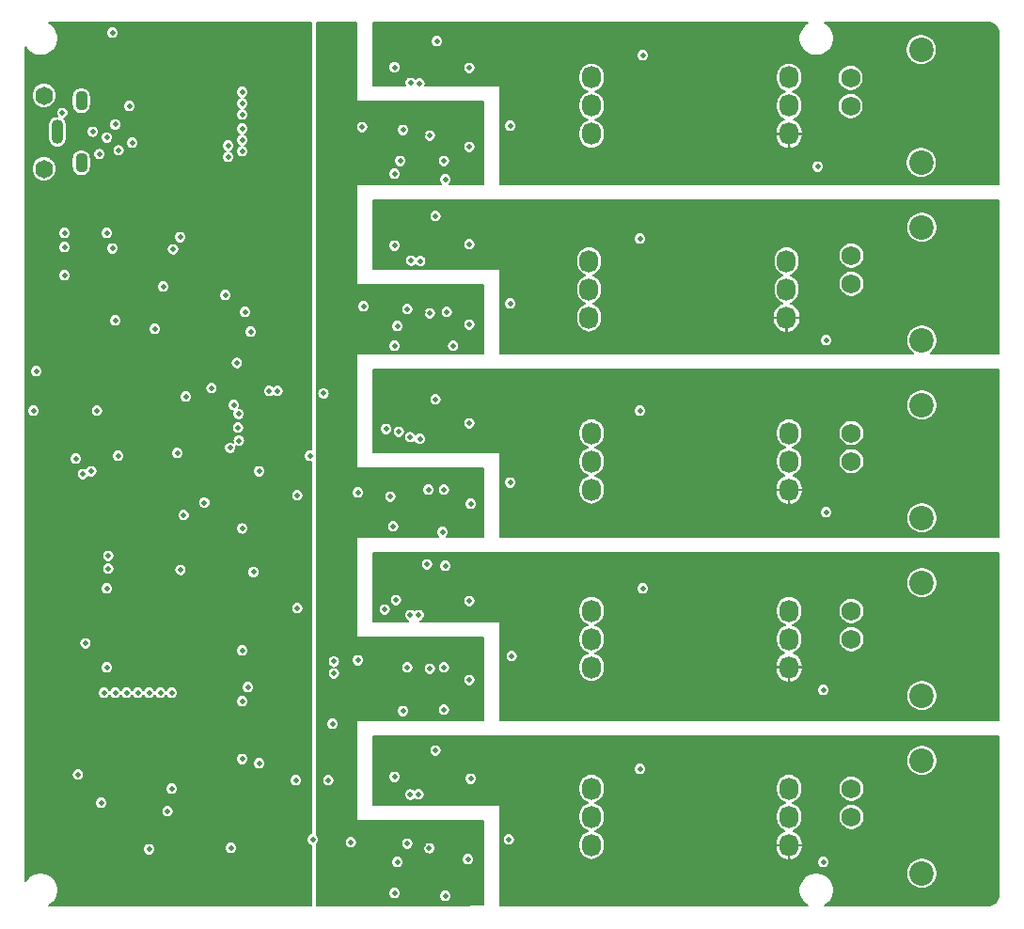
<source format=gbr>
G04 #@! TF.GenerationSoftware,KiCad,Pcbnew,(5.0.0)*
G04 #@! TF.CreationDate,2018-12-13T17:11:31-06:00*
G04 #@! TF.ProjectId,fk-atlas,666B2D61746C61732E6B696361645F70,rev?*
G04 #@! TF.SameCoordinates,Original*
G04 #@! TF.FileFunction,Copper,L3,Inr,Signal*
G04 #@! TF.FilePolarity,Positive*
%FSLAX46Y46*%
G04 Gerber Fmt 4.6, Leading zero omitted, Abs format (unit mm)*
G04 Created by KiCad (PCBNEW (5.0.0)) date 12/13/18 17:11:31*
%MOMM*%
%LPD*%
G01*
G04 APERTURE LIST*
G04 #@! TA.AperFunction,ViaPad*
%ADD10O,1.600000X1.651000*%
G04 #@! TD*
G04 #@! TA.AperFunction,ViaPad*
%ADD11O,1.100000X2.200000*%
G04 #@! TD*
G04 #@! TA.AperFunction,ViaPad*
%ADD12O,1.100000X1.800000*%
G04 #@! TD*
G04 #@! TA.AperFunction,ViaPad*
%ADD13O,1.727200X2.032000*%
G04 #@! TD*
G04 #@! TA.AperFunction,ViaPad*
%ADD14C,2.200000*%
G04 #@! TD*
G04 #@! TA.AperFunction,ViaPad*
%ADD15C,1.727200*%
G04 #@! TD*
G04 #@! TA.AperFunction,ViaPad*
%ADD16C,0.500000*%
G04 #@! TD*
G04 #@! TA.AperFunction,Conductor*
%ADD17C,0.203200*%
G04 #@! TD*
G04 APERTURE END LIST*
D10*
G04 #@! TO.N,*
G04 #@! TO.C,J9*
X117788500Y-70934000D03*
X117788500Y-64334000D03*
G04 #@! TD*
D11*
G04 #@! TO.N,Net-(J2-Pad8)*
G04 #@! TO.C,J2*
X119004000Y-67594000D03*
D12*
G04 #@! TO.N,Net-(J2-Pad7)*
X121154000Y-70394000D03*
G04 #@! TO.N,Net-(C13-Pad1)*
X121154000Y-64794000D03*
G04 #@! TD*
D13*
G04 #@! TO.N,/isolated_atlas1/ISO_SCL*
G04 #@! TO.C,U302*
X166872120Y-79255988D03*
G04 #@! TO.N,/isolated_atlas1/ISO_SDA*
X166872120Y-81795988D03*
G04 #@! TO.N,/isolated_atlas1/ISO_GND*
X166872120Y-84335988D03*
G04 #@! TO.N,/isolated_atlas1/RTD_PGND*
X184652120Y-79255988D03*
G04 #@! TO.N,Net-(J301-Pad2)*
X184652120Y-81795988D03*
G04 #@! TO.N,/isolated_atlas1/ISO_VCC*
X184652120Y-84335988D03*
G04 #@! TD*
G04 #@! TO.N,/isolated_atlas0/ISO_VCC*
G04 #@! TO.C,U202*
X184880720Y-67783988D03*
G04 #@! TO.N,Net-(J201-Pad2)*
X184880720Y-65243988D03*
G04 #@! TO.N,/isolated_atlas0/EC_PGND*
X184880720Y-62703988D03*
G04 #@! TO.N,/isolated_atlas0/ISO_GND*
X167100720Y-67783988D03*
G04 #@! TO.N,/isolated_atlas0/ISO_SDA*
X167100720Y-65243988D03*
G04 #@! TO.N,/isolated_atlas0/ISO_SCL*
X167100720Y-62703988D03*
G04 #@! TD*
G04 #@! TO.N,/isolated_atlas2/ISO_VCC*
G04 #@! TO.C,U402*
X184880720Y-99829988D03*
G04 #@! TO.N,Net-(J401-Pad2)*
X184880720Y-97289988D03*
G04 #@! TO.N,/isolated_atlas2/PH_PGND*
X184880720Y-94749988D03*
G04 #@! TO.N,/isolated_atlas2/ISO_GND*
X167100720Y-99829988D03*
G04 #@! TO.N,/isolated_atlas2/ISO_SDA*
X167100720Y-97289988D03*
G04 #@! TO.N,/isolated_atlas2/ISO_SCL*
X167100720Y-94749988D03*
G04 #@! TD*
G04 #@! TO.N,/isolated_atlas3/ISO_VCC*
G04 #@! TO.C,U502*
X184875120Y-115816488D03*
G04 #@! TO.N,Net-(J501-Pad2)*
X184875120Y-113276488D03*
G04 #@! TO.N,/isolated_atlas3/DO_PGND*
X184875120Y-110736488D03*
G04 #@! TO.N,/isolated_atlas3/ISO_GND*
X167095120Y-115816488D03*
G04 #@! TO.N,/isolated_atlas3/ISO_SDA*
X167095120Y-113276488D03*
G04 #@! TO.N,/isolated_atlas3/ISO_SCL*
X167095120Y-110736488D03*
G04 #@! TD*
G04 #@! TO.N,/isolated_atlas4/ISO_VCC*
G04 #@! TO.C,U602*
X184875120Y-131833988D03*
G04 #@! TO.N,Net-(J601-Pad2)*
X184875120Y-129293988D03*
G04 #@! TO.N,/isolated_atlas4/ORP_PGND*
X184875120Y-126753988D03*
G04 #@! TO.N,/isolated_atlas4/ISO_GND*
X167095120Y-131833988D03*
G04 #@! TO.N,/isolated_atlas4/ISO_SDA*
X167095120Y-129293988D03*
G04 #@! TO.N,/isolated_atlas4/ISO_SCL*
X167095120Y-126753988D03*
G04 #@! TD*
D14*
G04 #@! TO.N,N/C*
G04 #@! TO.C,J601*
X196834000Y-134366000D03*
X196834000Y-124206000D03*
D15*
G04 #@! TO.N,Net-(J601-Pad2)*
X190484000Y-129286000D03*
G04 #@! TO.N,/isolated_atlas4/ORP_PGND*
X190484000Y-126746000D03*
G04 #@! TD*
D14*
G04 #@! TO.N,N/C*
G04 #@! TO.C,J501*
X196834000Y-118364000D03*
X196834000Y-108204000D03*
D15*
G04 #@! TO.N,Net-(J501-Pad2)*
X190484000Y-113284000D03*
G04 #@! TO.N,/isolated_atlas3/DO_PGND*
X190484000Y-110744000D03*
G04 #@! TD*
D14*
G04 #@! TO.N,N/C*
G04 #@! TO.C,J301*
X196834000Y-86360000D03*
X196834000Y-76200000D03*
D15*
G04 #@! TO.N,Net-(J301-Pad2)*
X190484000Y-81280000D03*
G04 #@! TO.N,/isolated_atlas1/RTD_PGND*
X190484000Y-78740000D03*
G04 #@! TD*
D14*
G04 #@! TO.N,N/C*
G04 #@! TO.C,J401*
X196834000Y-102358000D03*
X196834000Y-92198000D03*
D15*
G04 #@! TO.N,Net-(J401-Pad2)*
X190484000Y-97278000D03*
G04 #@! TO.N,/isolated_atlas2/PH_PGND*
X190484000Y-94738000D03*
G04 #@! TD*
D14*
G04 #@! TO.N,N/C*
G04 #@! TO.C,J201*
X196770500Y-70358000D03*
X196770500Y-60198000D03*
D15*
G04 #@! TO.N,Net-(J201-Pad2)*
X190420500Y-65278000D03*
G04 #@! TO.N,/isolated_atlas0/EC_PGND*
X190420500Y-62738000D03*
G04 #@! TD*
D16*
G04 #@! TO.N,GND*
X135636000Y-118872000D03*
X153924000Y-136398000D03*
X149352000Y-136144000D03*
X155956000Y-133096000D03*
X135636000Y-114300000D03*
X122936000Y-128016000D03*
X119634000Y-76708000D03*
X119634000Y-77978000D03*
X119634000Y-80518000D03*
X120650000Y-97028000D03*
X116840000Y-92710000D03*
X117094000Y-89154000D03*
X124460000Y-96774000D03*
X156210000Y-101092000D03*
X152400000Y-99822000D03*
X129794000Y-96520000D03*
X130556000Y-91440000D03*
X134874000Y-92202000D03*
X136398000Y-85598000D03*
X134112000Y-82296000D03*
X135890000Y-83820000D03*
X123952000Y-58674000D03*
X124206000Y-84582000D03*
X127762000Y-85344000D03*
X135636000Y-64008000D03*
X135636000Y-65024000D03*
X135636000Y-66040000D03*
X135636000Y-67310000D03*
X135636000Y-68326000D03*
X135636000Y-69342000D03*
X134366000Y-68834000D03*
X134366000Y-69850000D03*
X125730000Y-68580000D03*
X156083000Y-68961000D03*
X153806200Y-70231000D03*
X149860000Y-70231000D03*
X154051000Y-83820000D03*
X156083000Y-84963000D03*
X149606000Y-85090000D03*
X149225000Y-103124000D03*
X153797000Y-99822000D03*
X153797000Y-115824000D03*
X152527000Y-115951000D03*
X153797000Y-119634000D03*
X150114000Y-119761000D03*
X156083000Y-116967000D03*
X143895090Y-116378449D03*
X143895090Y-115289289D03*
X135255000Y-94234000D03*
X141732000Y-96774000D03*
X122772868Y-69611565D03*
X119443500Y-65913000D03*
X140589000Y-110490000D03*
X136652000Y-107251500D03*
X135636000Y-103314500D03*
X123444000Y-108712000D03*
X128270000Y-118110000D03*
X127254000Y-118110000D03*
X126238000Y-118110000D03*
X125222000Y-118110000D03*
X123190000Y-118110000D03*
X124206000Y-118110000D03*
X129286000Y-118110000D03*
X135636000Y-124079000D03*
X152531743Y-67945948D03*
X152531743Y-83947948D03*
X153670000Y-103632000D03*
X149352000Y-86868000D03*
X154622598Y-86868000D03*
X153924000Y-71882000D03*
X149352000Y-71374000D03*
X152475535Y-132117767D03*
X149606000Y-133350000D03*
X143383000Y-125984000D03*
X140462000Y-125984000D03*
X128905000Y-128778000D03*
X127254000Y-132207000D03*
X122555000Y-92710000D03*
G04 #@! TO.N,/isolated_atlas0/ISO_GND*
X149352000Y-61786400D03*
X153162000Y-59436000D03*
X159766000Y-67056000D03*
X156083000Y-61849000D03*
X171704000Y-60706000D03*
X187452000Y-70739000D03*
G04 #@! TO.N,/isolated_atlas1/ISO_GND*
X149352000Y-77851000D03*
X156083000Y-77724000D03*
X153035000Y-75184000D03*
X159766000Y-83058000D03*
X171450000Y-77216000D03*
X188214000Y-86360000D03*
G04 #@! TO.N,/isolated_atlas2/ISO_GND*
X153035000Y-91694000D03*
X148590000Y-94361000D03*
X149733000Y-94615000D03*
X156083000Y-93853000D03*
X159766000Y-99187000D03*
X188214000Y-101854000D03*
X171450000Y-92710000D03*
G04 #@! TO.N,/isolated_atlas3/ISO_GND*
X148463000Y-110617000D03*
X159893000Y-114808000D03*
X171704000Y-108712000D03*
X187960000Y-117856000D03*
X156083000Y-109855000D03*
X149479000Y-109767000D03*
X152273000Y-106553000D03*
X153924000Y-106680000D03*
G04 #@! TO.N,/isolated_atlas4/ISO_GND*
X159639000Y-131318000D03*
X156210000Y-125857000D03*
X153035000Y-123317000D03*
X149352000Y-125691000D03*
X171450000Y-124968000D03*
X187960000Y-133350000D03*
G04 #@! TO.N,/isolated_atlas0/ISO_VCC*
X149098000Y-59764600D03*
X156718000Y-59436000D03*
X163195000Y-61849000D03*
X163195000Y-67310000D03*
G04 #@! TO.N,/isolated_atlas1/ISO_VCC*
X149225000Y-75819000D03*
X163195000Y-81407000D03*
X180086000Y-82042000D03*
X156718000Y-75184000D03*
G04 #@! TO.N,/isolated_atlas2/ISO_VCC*
X149352000Y-91821000D03*
X163195000Y-93726000D03*
X163195000Y-98933000D03*
X156464000Y-91694000D03*
G04 #@! TO.N,/isolated_atlas3/ISO_VCC*
X149479000Y-107696000D03*
X163322000Y-109220000D03*
X163322000Y-114808000D03*
X156464000Y-107442000D03*
G04 #@! TO.N,/isolated_atlas4/ISO_VCC*
X163195000Y-130683000D03*
X163068000Y-125476000D03*
X149352000Y-123571000D03*
X156845000Y-123444000D03*
G04 #@! TO.N,/isolated_atlas0/ISO_SCL*
X150799800Y-63195200D03*
G04 #@! TO.N,/isolated_atlas0/ISO_SDA*
X151587200Y-63241900D03*
G04 #@! TO.N,/isolated_atlas1/ISO_SCL*
X150850600Y-79197200D03*
G04 #@! TO.N,/isolated_atlas1/ISO_SDA*
X151663400Y-79241900D03*
G04 #@! TO.N,/isolated_atlas2/ISO_SCL*
X150749000Y-95097600D03*
G04 #@! TO.N,/isolated_atlas2/ISO_SDA*
X151638000Y-95241900D03*
G04 #@! TO.N,/isolated_atlas3/ISO_SCL*
X150774400Y-111125000D03*
G04 #@! TO.N,/isolated_atlas3/ISO_SDA*
X151536400Y-111125000D03*
G04 #@! TO.N,/isolated_atlas4/ISO_SCL*
X150774400Y-127279400D03*
G04 #@! TO.N,/isolated_atlas4/ISO_SDA*
X151511000Y-127254000D03*
G04 #@! TO.N,/USB+*
X135331200Y-95402400D03*
X129409010Y-78181200D03*
X122174000Y-67594000D03*
G04 #@! TO.N,/USB-*
X130048000Y-77089000D03*
X134543800Y-96062800D03*
X124206000Y-66944000D03*
G04 #@! TO.N,VUSB*
X125476000Y-65278000D03*
G04 #@! TO.N,/SWDIO*
X123952000Y-78105000D03*
X132867400Y-90678000D03*
G04 #@! TO.N,/SWCLK*
X123444000Y-76708000D03*
X135153400Y-88417400D03*
G04 #@! TO.N,Net-(J2-Pad4)*
X142951200Y-91160600D03*
X124512589Y-69267589D03*
X123444000Y-68123410D03*
G04 #@! TO.N,/RESET*
X128524000Y-81534000D03*
X135305800Y-93014800D03*
G04 #@! TO.N,/A2*
X132232400Y-100990400D03*
G04 #@! TO.N,/D30*
X123571000Y-105791000D03*
X138811000Y-90932000D03*
G04 #@! TO.N,/D31*
X123571000Y-106934000D03*
X138074400Y-90932000D03*
G04 #@! TO.N,/SCL1*
X137160000Y-98171000D03*
X140589000Y-100330000D03*
X148971000Y-100457000D03*
X150495000Y-83566000D03*
X150495000Y-115824000D03*
X150495000Y-131699000D03*
X150114000Y-67437000D03*
X141986002Y-131318000D03*
X146431000Y-67183000D03*
X146050000Y-100076000D03*
X146050000Y-115189000D03*
X145415000Y-131572000D03*
X146558000Y-83316001D03*
G04 #@! TO.N,/SCL3*
X123444000Y-115824000D03*
X122047000Y-98171000D03*
G04 #@! TO.N,/SDA3*
X121517600Y-113665000D03*
X121285000Y-98425000D03*
G04 #@! TO.N,VCC*
X155702000Y-136398000D03*
X151130000Y-136398000D03*
X155448000Y-119507000D03*
X151853000Y-119575000D03*
X143764000Y-117538500D03*
X142938500Y-119189500D03*
X144272000Y-123317000D03*
X151892000Y-67818000D03*
X155194000Y-67818000D03*
X155956000Y-71374000D03*
X152400000Y-71374000D03*
X152654000Y-86868000D03*
X156464000Y-86614000D03*
X154940000Y-83820000D03*
X151892000Y-83820000D03*
X156210000Y-103124000D03*
X151892000Y-103632000D03*
X151638000Y-99568000D03*
X155194000Y-99822000D03*
X151892000Y-131826000D03*
X154940000Y-132080000D03*
X147193000Y-71247000D03*
X146812000Y-102704000D03*
X146939000Y-118071000D03*
X146812000Y-134493000D03*
X146812000Y-86321000D03*
G04 #@! TO.N,Net-(R12-Pad1)*
X137160000Y-124460000D03*
X143764000Y-120904000D03*
G04 #@! TO.N,/D5_FLASH_CS*
X130365500Y-102108000D03*
X130073400Y-107048300D03*
G04 #@! TO.N,3V3*
X122936000Y-129286000D03*
X120650000Y-100584000D03*
X120142000Y-75438000D03*
X127508000Y-97790000D03*
X122682000Y-85090000D03*
X120142000Y-86360000D03*
X140208000Y-93980000D03*
X134112000Y-91440000D03*
X136398000Y-89154000D03*
X132080000Y-75565000D03*
X133350000Y-75565000D03*
X134620000Y-75565000D03*
X135890000Y-75565000D03*
X137160000Y-75565000D03*
X137160000Y-76835000D03*
X135890000Y-76835000D03*
X134620000Y-76835000D03*
X133350000Y-76835000D03*
X132080000Y-76835000D03*
X137323775Y-95413775D03*
X140843000Y-103759000D03*
X140906500Y-118554500D03*
X141478000Y-114363500D03*
X123190000Y-119634000D03*
X124206000Y-119634000D03*
X125222000Y-119634000D03*
X126238000Y-119634000D03*
X127254000Y-119634000D03*
X128270000Y-119634000D03*
X129286000Y-119634000D03*
X138430000Y-126619000D03*
X138811000Y-118529100D03*
X123698000Y-132207000D03*
X128778000Y-127762000D03*
G04 #@! TO.N,/PERIPH_3V3*
X136144000Y-117602000D03*
G04 #@! TO.N,/SDA2*
X134620000Y-132080000D03*
X120840500Y-125476000D03*
X129286000Y-126746000D03*
G04 #@! TD*
D17*
G04 #@! TO.N,/isolated_atlas2/ISO_VCC*
G36*
X203760001Y-104038400D02*
X158851600Y-104038400D01*
X158851600Y-101799357D01*
X187659200Y-101799357D01*
X187659200Y-101908643D01*
X187680521Y-102015829D01*
X187722343Y-102116796D01*
X187783059Y-102207664D01*
X187860336Y-102284941D01*
X187951204Y-102345657D01*
X188052171Y-102387479D01*
X188159357Y-102408800D01*
X188268643Y-102408800D01*
X188375829Y-102387479D01*
X188476796Y-102345657D01*
X188567664Y-102284941D01*
X188632966Y-102219639D01*
X195429200Y-102219639D01*
X195429200Y-102496361D01*
X195483186Y-102767765D01*
X195589083Y-103023422D01*
X195742821Y-103253508D01*
X195938492Y-103449179D01*
X196168578Y-103602917D01*
X196424235Y-103708814D01*
X196695639Y-103762800D01*
X196972361Y-103762800D01*
X197243765Y-103708814D01*
X197499422Y-103602917D01*
X197729508Y-103449179D01*
X197925179Y-103253508D01*
X198078917Y-103023422D01*
X198184814Y-102767765D01*
X198238800Y-102496361D01*
X198238800Y-102219639D01*
X198184814Y-101948235D01*
X198078917Y-101692578D01*
X197925179Y-101462492D01*
X197729508Y-101266821D01*
X197499422Y-101113083D01*
X197243765Y-101007186D01*
X196972361Y-100953200D01*
X196695639Y-100953200D01*
X196424235Y-101007186D01*
X196168578Y-101113083D01*
X195938492Y-101266821D01*
X195742821Y-101462492D01*
X195589083Y-101692578D01*
X195483186Y-101948235D01*
X195429200Y-102219639D01*
X188632966Y-102219639D01*
X188644941Y-102207664D01*
X188705657Y-102116796D01*
X188747479Y-102015829D01*
X188768800Y-101908643D01*
X188768800Y-101799357D01*
X188747479Y-101692171D01*
X188705657Y-101591204D01*
X188644941Y-101500336D01*
X188567664Y-101423059D01*
X188476796Y-101362343D01*
X188375829Y-101320521D01*
X188268643Y-101299200D01*
X188159357Y-101299200D01*
X188052171Y-101320521D01*
X187951204Y-101362343D01*
X187860336Y-101423059D01*
X187783059Y-101500336D01*
X187722343Y-101591204D01*
X187680521Y-101692171D01*
X187659200Y-101799357D01*
X158851600Y-101799357D01*
X158851600Y-99132357D01*
X159211200Y-99132357D01*
X159211200Y-99241643D01*
X159232521Y-99348829D01*
X159274343Y-99449796D01*
X159335059Y-99540664D01*
X159412336Y-99617941D01*
X159503204Y-99678657D01*
X159604171Y-99720479D01*
X159711357Y-99741800D01*
X159820643Y-99741800D01*
X159927829Y-99720479D01*
X160028796Y-99678657D01*
X160119664Y-99617941D01*
X160196941Y-99540664D01*
X160257657Y-99449796D01*
X160299479Y-99348829D01*
X160320800Y-99241643D01*
X160320800Y-99132357D01*
X160299479Y-99025171D01*
X160257657Y-98924204D01*
X160196941Y-98833336D01*
X160119664Y-98756059D01*
X160028796Y-98695343D01*
X159927829Y-98653521D01*
X159820643Y-98632200D01*
X159711357Y-98632200D01*
X159604171Y-98653521D01*
X159503204Y-98695343D01*
X159412336Y-98756059D01*
X159335059Y-98833336D01*
X159274343Y-98924204D01*
X159232521Y-99025171D01*
X159211200Y-99132357D01*
X158851600Y-99132357D01*
X158851600Y-96520000D01*
X158849648Y-96500179D01*
X158843866Y-96481119D01*
X158834477Y-96463554D01*
X158821842Y-96448158D01*
X158806446Y-96435523D01*
X158788881Y-96426134D01*
X158769821Y-96420352D01*
X158750000Y-96418400D01*
X147421600Y-96418400D01*
X147421600Y-94306357D01*
X148035200Y-94306357D01*
X148035200Y-94415643D01*
X148056521Y-94522829D01*
X148098343Y-94623796D01*
X148159059Y-94714664D01*
X148236336Y-94791941D01*
X148327204Y-94852657D01*
X148428171Y-94894479D01*
X148535357Y-94915800D01*
X148644643Y-94915800D01*
X148751829Y-94894479D01*
X148852796Y-94852657D01*
X148943664Y-94791941D01*
X149020941Y-94714664D01*
X149081657Y-94623796D01*
X149107934Y-94560357D01*
X149178200Y-94560357D01*
X149178200Y-94669643D01*
X149199521Y-94776829D01*
X149241343Y-94877796D01*
X149302059Y-94968664D01*
X149379336Y-95045941D01*
X149470204Y-95106657D01*
X149571171Y-95148479D01*
X149678357Y-95169800D01*
X149787643Y-95169800D01*
X149894829Y-95148479D01*
X149995796Y-95106657D01*
X150086664Y-95045941D01*
X150089648Y-95042957D01*
X150194200Y-95042957D01*
X150194200Y-95152243D01*
X150215521Y-95259429D01*
X150257343Y-95360396D01*
X150318059Y-95451264D01*
X150395336Y-95528541D01*
X150486204Y-95589257D01*
X150587171Y-95631079D01*
X150694357Y-95652400D01*
X150803643Y-95652400D01*
X150910829Y-95631079D01*
X151011796Y-95589257D01*
X151102664Y-95528541D01*
X151140534Y-95490671D01*
X151146343Y-95504696D01*
X151207059Y-95595564D01*
X151284336Y-95672841D01*
X151375204Y-95733557D01*
X151476171Y-95775379D01*
X151583357Y-95796700D01*
X151692643Y-95796700D01*
X151799829Y-95775379D01*
X151900796Y-95733557D01*
X151991664Y-95672841D01*
X152068941Y-95595564D01*
X152129657Y-95504696D01*
X152171479Y-95403729D01*
X152192800Y-95296543D01*
X152192800Y-95187257D01*
X152171479Y-95080071D01*
X152129657Y-94979104D01*
X152068941Y-94888236D01*
X151991664Y-94810959D01*
X151900796Y-94750243D01*
X151799829Y-94708421D01*
X151692643Y-94687100D01*
X151583357Y-94687100D01*
X151476171Y-94708421D01*
X151375204Y-94750243D01*
X151284336Y-94810959D01*
X151246466Y-94848829D01*
X151240657Y-94834804D01*
X151179941Y-94743936D01*
X151102664Y-94666659D01*
X151011796Y-94605943D01*
X150910829Y-94564121D01*
X150803643Y-94542800D01*
X150694357Y-94542800D01*
X150587171Y-94564121D01*
X150486204Y-94605943D01*
X150395336Y-94666659D01*
X150318059Y-94743936D01*
X150257343Y-94834804D01*
X150215521Y-94935771D01*
X150194200Y-95042957D01*
X150089648Y-95042957D01*
X150163941Y-94968664D01*
X150224657Y-94877796D01*
X150266479Y-94776829D01*
X150287800Y-94669643D01*
X150287800Y-94560357D01*
X150283790Y-94540193D01*
X165932320Y-94540193D01*
X165932320Y-94959784D01*
X165949226Y-95131434D01*
X166016036Y-95351679D01*
X166124532Y-95554657D01*
X166270540Y-95732569D01*
X166448452Y-95878577D01*
X166651430Y-95987072D01*
X166759940Y-96019988D01*
X166651429Y-96052904D01*
X166448451Y-96161399D01*
X166270539Y-96307407D01*
X166124531Y-96485320D01*
X166016036Y-96688298D01*
X165949226Y-96908543D01*
X165932320Y-97080193D01*
X165932320Y-97499784D01*
X165949226Y-97671434D01*
X166016036Y-97891679D01*
X166124532Y-98094657D01*
X166270540Y-98272569D01*
X166448452Y-98418577D01*
X166651430Y-98527072D01*
X166759940Y-98559988D01*
X166651429Y-98592904D01*
X166448451Y-98701399D01*
X166270539Y-98847407D01*
X166124531Y-99025320D01*
X166016036Y-99228298D01*
X165949226Y-99448543D01*
X165932320Y-99620193D01*
X165932320Y-100039784D01*
X165949226Y-100211434D01*
X166016036Y-100431679D01*
X166124532Y-100634657D01*
X166270540Y-100812569D01*
X166448452Y-100958577D01*
X166651430Y-101067072D01*
X166871675Y-101133882D01*
X167100720Y-101156441D01*
X167329766Y-101133882D01*
X167550011Y-101067072D01*
X167752989Y-100958577D01*
X167930901Y-100812569D01*
X168076909Y-100634656D01*
X168185404Y-100431678D01*
X168252214Y-100211433D01*
X168269120Y-100039783D01*
X168269120Y-99855388D01*
X183661520Y-99855388D01*
X183661520Y-100007788D01*
X183689902Y-100245154D01*
X183764046Y-100472422D01*
X183881103Y-100680858D01*
X184036575Y-100862453D01*
X184224487Y-101010227D01*
X184437618Y-101118502D01*
X184664949Y-101182342D01*
X184855320Y-101112403D01*
X184855320Y-99855388D01*
X184906120Y-99855388D01*
X184906120Y-101112403D01*
X185096491Y-101182342D01*
X185323822Y-101118502D01*
X185536953Y-101010227D01*
X185724865Y-100862453D01*
X185880337Y-100680858D01*
X185997394Y-100472422D01*
X186071538Y-100245154D01*
X186099920Y-100007788D01*
X186099920Y-99855388D01*
X184906120Y-99855388D01*
X184855320Y-99855388D01*
X183661520Y-99855388D01*
X168269120Y-99855388D01*
X168269120Y-99652188D01*
X183661520Y-99652188D01*
X183661520Y-99804588D01*
X184855320Y-99804588D01*
X184855320Y-99784588D01*
X184906120Y-99784588D01*
X184906120Y-99804588D01*
X186099920Y-99804588D01*
X186099920Y-99652188D01*
X186071538Y-99414822D01*
X185997394Y-99187554D01*
X185880337Y-98979118D01*
X185724865Y-98797523D01*
X185536953Y-98649749D01*
X185323822Y-98541474D01*
X185302382Y-98535453D01*
X185330011Y-98527072D01*
X185532989Y-98418577D01*
X185710901Y-98272569D01*
X185856909Y-98094656D01*
X185965404Y-97891678D01*
X186032214Y-97671433D01*
X186049120Y-97499783D01*
X186049120Y-97162923D01*
X189315600Y-97162923D01*
X189315600Y-97393077D01*
X189360501Y-97618810D01*
X189448578Y-97831445D01*
X189576445Y-98022811D01*
X189739189Y-98185555D01*
X189930555Y-98313422D01*
X190143190Y-98401499D01*
X190368923Y-98446400D01*
X190599077Y-98446400D01*
X190824810Y-98401499D01*
X191037445Y-98313422D01*
X191228811Y-98185555D01*
X191391555Y-98022811D01*
X191519422Y-97831445D01*
X191607499Y-97618810D01*
X191652400Y-97393077D01*
X191652400Y-97162923D01*
X191607499Y-96937190D01*
X191519422Y-96724555D01*
X191391555Y-96533189D01*
X191228811Y-96370445D01*
X191037445Y-96242578D01*
X190824810Y-96154501D01*
X190599077Y-96109600D01*
X190368923Y-96109600D01*
X190143190Y-96154501D01*
X189930555Y-96242578D01*
X189739189Y-96370445D01*
X189576445Y-96533189D01*
X189448578Y-96724555D01*
X189360501Y-96937190D01*
X189315600Y-97162923D01*
X186049120Y-97162923D01*
X186049120Y-97080192D01*
X186032214Y-96908542D01*
X185965404Y-96688297D01*
X185856909Y-96485319D01*
X185710901Y-96307407D01*
X185532988Y-96161399D01*
X185330010Y-96052904D01*
X185221500Y-96019988D01*
X185330011Y-95987072D01*
X185532989Y-95878577D01*
X185710901Y-95732569D01*
X185856909Y-95554656D01*
X185965404Y-95351678D01*
X186032214Y-95131433D01*
X186049120Y-94959783D01*
X186049120Y-94622923D01*
X189315600Y-94622923D01*
X189315600Y-94853077D01*
X189360501Y-95078810D01*
X189448578Y-95291445D01*
X189576445Y-95482811D01*
X189739189Y-95645555D01*
X189930555Y-95773422D01*
X190143190Y-95861499D01*
X190368923Y-95906400D01*
X190599077Y-95906400D01*
X190824810Y-95861499D01*
X191037445Y-95773422D01*
X191228811Y-95645555D01*
X191391555Y-95482811D01*
X191519422Y-95291445D01*
X191607499Y-95078810D01*
X191652400Y-94853077D01*
X191652400Y-94622923D01*
X191607499Y-94397190D01*
X191519422Y-94184555D01*
X191391555Y-93993189D01*
X191228811Y-93830445D01*
X191037445Y-93702578D01*
X190824810Y-93614501D01*
X190599077Y-93569600D01*
X190368923Y-93569600D01*
X190143190Y-93614501D01*
X189930555Y-93702578D01*
X189739189Y-93830445D01*
X189576445Y-93993189D01*
X189448578Y-94184555D01*
X189360501Y-94397190D01*
X189315600Y-94622923D01*
X186049120Y-94622923D01*
X186049120Y-94540192D01*
X186032214Y-94368542D01*
X185965404Y-94148297D01*
X185856909Y-93945319D01*
X185710901Y-93767407D01*
X185532988Y-93621399D01*
X185330010Y-93512904D01*
X185109765Y-93446094D01*
X184880720Y-93423535D01*
X184651674Y-93446094D01*
X184431429Y-93512904D01*
X184228451Y-93621399D01*
X184050539Y-93767407D01*
X183904531Y-93945320D01*
X183796036Y-94148298D01*
X183729226Y-94368543D01*
X183712320Y-94540193D01*
X183712320Y-94959784D01*
X183729226Y-95131434D01*
X183796036Y-95351679D01*
X183904532Y-95554657D01*
X184050540Y-95732569D01*
X184228452Y-95878577D01*
X184431430Y-95987072D01*
X184539940Y-96019988D01*
X184431429Y-96052904D01*
X184228451Y-96161399D01*
X184050539Y-96307407D01*
X183904531Y-96485320D01*
X183796036Y-96688298D01*
X183729226Y-96908543D01*
X183712320Y-97080193D01*
X183712320Y-97499784D01*
X183729226Y-97671434D01*
X183796036Y-97891679D01*
X183904532Y-98094657D01*
X184050540Y-98272569D01*
X184228452Y-98418577D01*
X184431430Y-98527072D01*
X184459059Y-98535453D01*
X184437618Y-98541474D01*
X184224487Y-98649749D01*
X184036575Y-98797523D01*
X183881103Y-98979118D01*
X183764046Y-99187554D01*
X183689902Y-99414822D01*
X183661520Y-99652188D01*
X168269120Y-99652188D01*
X168269120Y-99620192D01*
X168252214Y-99448542D01*
X168185404Y-99228297D01*
X168076909Y-99025319D01*
X167930901Y-98847407D01*
X167752988Y-98701399D01*
X167550010Y-98592904D01*
X167441500Y-98559988D01*
X167550011Y-98527072D01*
X167752989Y-98418577D01*
X167930901Y-98272569D01*
X168076909Y-98094656D01*
X168185404Y-97891678D01*
X168252214Y-97671433D01*
X168269120Y-97499783D01*
X168269120Y-97080192D01*
X168252214Y-96908542D01*
X168185404Y-96688297D01*
X168076909Y-96485319D01*
X167930901Y-96307407D01*
X167752988Y-96161399D01*
X167550010Y-96052904D01*
X167441500Y-96019988D01*
X167550011Y-95987072D01*
X167752989Y-95878577D01*
X167930901Y-95732569D01*
X168076909Y-95554656D01*
X168185404Y-95351678D01*
X168252214Y-95131433D01*
X168269120Y-94959783D01*
X168269120Y-94540192D01*
X168252214Y-94368542D01*
X168185404Y-94148297D01*
X168076909Y-93945319D01*
X167930901Y-93767407D01*
X167752988Y-93621399D01*
X167550010Y-93512904D01*
X167329765Y-93446094D01*
X167100720Y-93423535D01*
X166871674Y-93446094D01*
X166651429Y-93512904D01*
X166448451Y-93621399D01*
X166270539Y-93767407D01*
X166124531Y-93945320D01*
X166016036Y-94148298D01*
X165949226Y-94368543D01*
X165932320Y-94540193D01*
X150283790Y-94540193D01*
X150266479Y-94453171D01*
X150224657Y-94352204D01*
X150163941Y-94261336D01*
X150086664Y-94184059D01*
X149995796Y-94123343D01*
X149894829Y-94081521D01*
X149787643Y-94060200D01*
X149678357Y-94060200D01*
X149571171Y-94081521D01*
X149470204Y-94123343D01*
X149379336Y-94184059D01*
X149302059Y-94261336D01*
X149241343Y-94352204D01*
X149199521Y-94453171D01*
X149178200Y-94560357D01*
X149107934Y-94560357D01*
X149123479Y-94522829D01*
X149144800Y-94415643D01*
X149144800Y-94306357D01*
X149123479Y-94199171D01*
X149081657Y-94098204D01*
X149020941Y-94007336D01*
X148943664Y-93930059D01*
X148852796Y-93869343D01*
X148751829Y-93827521D01*
X148644643Y-93806200D01*
X148535357Y-93806200D01*
X148428171Y-93827521D01*
X148327204Y-93869343D01*
X148236336Y-93930059D01*
X148159059Y-94007336D01*
X148098343Y-94098204D01*
X148056521Y-94199171D01*
X148035200Y-94306357D01*
X147421600Y-94306357D01*
X147421600Y-93798357D01*
X155528200Y-93798357D01*
X155528200Y-93907643D01*
X155549521Y-94014829D01*
X155591343Y-94115796D01*
X155652059Y-94206664D01*
X155729336Y-94283941D01*
X155820204Y-94344657D01*
X155921171Y-94386479D01*
X156028357Y-94407800D01*
X156137643Y-94407800D01*
X156244829Y-94386479D01*
X156345796Y-94344657D01*
X156436664Y-94283941D01*
X156513941Y-94206664D01*
X156574657Y-94115796D01*
X156616479Y-94014829D01*
X156637800Y-93907643D01*
X156637800Y-93798357D01*
X156616479Y-93691171D01*
X156574657Y-93590204D01*
X156513941Y-93499336D01*
X156436664Y-93422059D01*
X156345796Y-93361343D01*
X156244829Y-93319521D01*
X156137643Y-93298200D01*
X156028357Y-93298200D01*
X155921171Y-93319521D01*
X155820204Y-93361343D01*
X155729336Y-93422059D01*
X155652059Y-93499336D01*
X155591343Y-93590204D01*
X155549521Y-93691171D01*
X155528200Y-93798357D01*
X147421600Y-93798357D01*
X147421600Y-92655357D01*
X170895200Y-92655357D01*
X170895200Y-92764643D01*
X170916521Y-92871829D01*
X170958343Y-92972796D01*
X171019059Y-93063664D01*
X171096336Y-93140941D01*
X171187204Y-93201657D01*
X171288171Y-93243479D01*
X171395357Y-93264800D01*
X171504643Y-93264800D01*
X171611829Y-93243479D01*
X171712796Y-93201657D01*
X171803664Y-93140941D01*
X171880941Y-93063664D01*
X171941657Y-92972796D01*
X171983479Y-92871829D01*
X172004800Y-92764643D01*
X172004800Y-92655357D01*
X171983479Y-92548171D01*
X171941657Y-92447204D01*
X171880941Y-92356336D01*
X171803664Y-92279059D01*
X171712796Y-92218343D01*
X171611829Y-92176521D01*
X171504643Y-92155200D01*
X171395357Y-92155200D01*
X171288171Y-92176521D01*
X171187204Y-92218343D01*
X171096336Y-92279059D01*
X171019059Y-92356336D01*
X170958343Y-92447204D01*
X170916521Y-92548171D01*
X170895200Y-92655357D01*
X147421600Y-92655357D01*
X147421600Y-91639357D01*
X152480200Y-91639357D01*
X152480200Y-91748643D01*
X152501521Y-91855829D01*
X152543343Y-91956796D01*
X152604059Y-92047664D01*
X152681336Y-92124941D01*
X152772204Y-92185657D01*
X152873171Y-92227479D01*
X152980357Y-92248800D01*
X153089643Y-92248800D01*
X153196829Y-92227479D01*
X153297796Y-92185657D01*
X153388664Y-92124941D01*
X153453966Y-92059639D01*
X195429200Y-92059639D01*
X195429200Y-92336361D01*
X195483186Y-92607765D01*
X195589083Y-92863422D01*
X195742821Y-93093508D01*
X195938492Y-93289179D01*
X196168578Y-93442917D01*
X196424235Y-93548814D01*
X196695639Y-93602800D01*
X196972361Y-93602800D01*
X197243765Y-93548814D01*
X197499422Y-93442917D01*
X197729508Y-93289179D01*
X197925179Y-93093508D01*
X198078917Y-92863422D01*
X198184814Y-92607765D01*
X198238800Y-92336361D01*
X198238800Y-92059639D01*
X198184814Y-91788235D01*
X198078917Y-91532578D01*
X197925179Y-91302492D01*
X197729508Y-91106821D01*
X197499422Y-90953083D01*
X197243765Y-90847186D01*
X196972361Y-90793200D01*
X196695639Y-90793200D01*
X196424235Y-90847186D01*
X196168578Y-90953083D01*
X195938492Y-91106821D01*
X195742821Y-91302492D01*
X195589083Y-91532578D01*
X195483186Y-91788235D01*
X195429200Y-92059639D01*
X153453966Y-92059639D01*
X153465941Y-92047664D01*
X153526657Y-91956796D01*
X153568479Y-91855829D01*
X153589800Y-91748643D01*
X153589800Y-91639357D01*
X153568479Y-91532171D01*
X153526657Y-91431204D01*
X153465941Y-91340336D01*
X153388664Y-91263059D01*
X153297796Y-91202343D01*
X153196829Y-91160521D01*
X153089643Y-91139200D01*
X152980357Y-91139200D01*
X152873171Y-91160521D01*
X152772204Y-91202343D01*
X152681336Y-91263059D01*
X152604059Y-91340336D01*
X152543343Y-91431204D01*
X152501521Y-91532171D01*
X152480200Y-91639357D01*
X147421600Y-91639357D01*
X147421600Y-89001600D01*
X203760000Y-89001600D01*
X203760001Y-104038400D01*
X203760001Y-104038400D01*
G37*
X203760001Y-104038400D02*
X158851600Y-104038400D01*
X158851600Y-101799357D01*
X187659200Y-101799357D01*
X187659200Y-101908643D01*
X187680521Y-102015829D01*
X187722343Y-102116796D01*
X187783059Y-102207664D01*
X187860336Y-102284941D01*
X187951204Y-102345657D01*
X188052171Y-102387479D01*
X188159357Y-102408800D01*
X188268643Y-102408800D01*
X188375829Y-102387479D01*
X188476796Y-102345657D01*
X188567664Y-102284941D01*
X188632966Y-102219639D01*
X195429200Y-102219639D01*
X195429200Y-102496361D01*
X195483186Y-102767765D01*
X195589083Y-103023422D01*
X195742821Y-103253508D01*
X195938492Y-103449179D01*
X196168578Y-103602917D01*
X196424235Y-103708814D01*
X196695639Y-103762800D01*
X196972361Y-103762800D01*
X197243765Y-103708814D01*
X197499422Y-103602917D01*
X197729508Y-103449179D01*
X197925179Y-103253508D01*
X198078917Y-103023422D01*
X198184814Y-102767765D01*
X198238800Y-102496361D01*
X198238800Y-102219639D01*
X198184814Y-101948235D01*
X198078917Y-101692578D01*
X197925179Y-101462492D01*
X197729508Y-101266821D01*
X197499422Y-101113083D01*
X197243765Y-101007186D01*
X196972361Y-100953200D01*
X196695639Y-100953200D01*
X196424235Y-101007186D01*
X196168578Y-101113083D01*
X195938492Y-101266821D01*
X195742821Y-101462492D01*
X195589083Y-101692578D01*
X195483186Y-101948235D01*
X195429200Y-102219639D01*
X188632966Y-102219639D01*
X188644941Y-102207664D01*
X188705657Y-102116796D01*
X188747479Y-102015829D01*
X188768800Y-101908643D01*
X188768800Y-101799357D01*
X188747479Y-101692171D01*
X188705657Y-101591204D01*
X188644941Y-101500336D01*
X188567664Y-101423059D01*
X188476796Y-101362343D01*
X188375829Y-101320521D01*
X188268643Y-101299200D01*
X188159357Y-101299200D01*
X188052171Y-101320521D01*
X187951204Y-101362343D01*
X187860336Y-101423059D01*
X187783059Y-101500336D01*
X187722343Y-101591204D01*
X187680521Y-101692171D01*
X187659200Y-101799357D01*
X158851600Y-101799357D01*
X158851600Y-99132357D01*
X159211200Y-99132357D01*
X159211200Y-99241643D01*
X159232521Y-99348829D01*
X159274343Y-99449796D01*
X159335059Y-99540664D01*
X159412336Y-99617941D01*
X159503204Y-99678657D01*
X159604171Y-99720479D01*
X159711357Y-99741800D01*
X159820643Y-99741800D01*
X159927829Y-99720479D01*
X160028796Y-99678657D01*
X160119664Y-99617941D01*
X160196941Y-99540664D01*
X160257657Y-99449796D01*
X160299479Y-99348829D01*
X160320800Y-99241643D01*
X160320800Y-99132357D01*
X160299479Y-99025171D01*
X160257657Y-98924204D01*
X160196941Y-98833336D01*
X160119664Y-98756059D01*
X160028796Y-98695343D01*
X159927829Y-98653521D01*
X159820643Y-98632200D01*
X159711357Y-98632200D01*
X159604171Y-98653521D01*
X159503204Y-98695343D01*
X159412336Y-98756059D01*
X159335059Y-98833336D01*
X159274343Y-98924204D01*
X159232521Y-99025171D01*
X159211200Y-99132357D01*
X158851600Y-99132357D01*
X158851600Y-96520000D01*
X158849648Y-96500179D01*
X158843866Y-96481119D01*
X158834477Y-96463554D01*
X158821842Y-96448158D01*
X158806446Y-96435523D01*
X158788881Y-96426134D01*
X158769821Y-96420352D01*
X158750000Y-96418400D01*
X147421600Y-96418400D01*
X147421600Y-94306357D01*
X148035200Y-94306357D01*
X148035200Y-94415643D01*
X148056521Y-94522829D01*
X148098343Y-94623796D01*
X148159059Y-94714664D01*
X148236336Y-94791941D01*
X148327204Y-94852657D01*
X148428171Y-94894479D01*
X148535357Y-94915800D01*
X148644643Y-94915800D01*
X148751829Y-94894479D01*
X148852796Y-94852657D01*
X148943664Y-94791941D01*
X149020941Y-94714664D01*
X149081657Y-94623796D01*
X149107934Y-94560357D01*
X149178200Y-94560357D01*
X149178200Y-94669643D01*
X149199521Y-94776829D01*
X149241343Y-94877796D01*
X149302059Y-94968664D01*
X149379336Y-95045941D01*
X149470204Y-95106657D01*
X149571171Y-95148479D01*
X149678357Y-95169800D01*
X149787643Y-95169800D01*
X149894829Y-95148479D01*
X149995796Y-95106657D01*
X150086664Y-95045941D01*
X150089648Y-95042957D01*
X150194200Y-95042957D01*
X150194200Y-95152243D01*
X150215521Y-95259429D01*
X150257343Y-95360396D01*
X150318059Y-95451264D01*
X150395336Y-95528541D01*
X150486204Y-95589257D01*
X150587171Y-95631079D01*
X150694357Y-95652400D01*
X150803643Y-95652400D01*
X150910829Y-95631079D01*
X151011796Y-95589257D01*
X151102664Y-95528541D01*
X151140534Y-95490671D01*
X151146343Y-95504696D01*
X151207059Y-95595564D01*
X151284336Y-95672841D01*
X151375204Y-95733557D01*
X151476171Y-95775379D01*
X151583357Y-95796700D01*
X151692643Y-95796700D01*
X151799829Y-95775379D01*
X151900796Y-95733557D01*
X151991664Y-95672841D01*
X152068941Y-95595564D01*
X152129657Y-95504696D01*
X152171479Y-95403729D01*
X152192800Y-95296543D01*
X152192800Y-95187257D01*
X152171479Y-95080071D01*
X152129657Y-94979104D01*
X152068941Y-94888236D01*
X151991664Y-94810959D01*
X151900796Y-94750243D01*
X151799829Y-94708421D01*
X151692643Y-94687100D01*
X151583357Y-94687100D01*
X151476171Y-94708421D01*
X151375204Y-94750243D01*
X151284336Y-94810959D01*
X151246466Y-94848829D01*
X151240657Y-94834804D01*
X151179941Y-94743936D01*
X151102664Y-94666659D01*
X151011796Y-94605943D01*
X150910829Y-94564121D01*
X150803643Y-94542800D01*
X150694357Y-94542800D01*
X150587171Y-94564121D01*
X150486204Y-94605943D01*
X150395336Y-94666659D01*
X150318059Y-94743936D01*
X150257343Y-94834804D01*
X150215521Y-94935771D01*
X150194200Y-95042957D01*
X150089648Y-95042957D01*
X150163941Y-94968664D01*
X150224657Y-94877796D01*
X150266479Y-94776829D01*
X150287800Y-94669643D01*
X150287800Y-94560357D01*
X150283790Y-94540193D01*
X165932320Y-94540193D01*
X165932320Y-94959784D01*
X165949226Y-95131434D01*
X166016036Y-95351679D01*
X166124532Y-95554657D01*
X166270540Y-95732569D01*
X166448452Y-95878577D01*
X166651430Y-95987072D01*
X166759940Y-96019988D01*
X166651429Y-96052904D01*
X166448451Y-96161399D01*
X166270539Y-96307407D01*
X166124531Y-96485320D01*
X166016036Y-96688298D01*
X165949226Y-96908543D01*
X165932320Y-97080193D01*
X165932320Y-97499784D01*
X165949226Y-97671434D01*
X166016036Y-97891679D01*
X166124532Y-98094657D01*
X166270540Y-98272569D01*
X166448452Y-98418577D01*
X166651430Y-98527072D01*
X166759940Y-98559988D01*
X166651429Y-98592904D01*
X166448451Y-98701399D01*
X166270539Y-98847407D01*
X166124531Y-99025320D01*
X166016036Y-99228298D01*
X165949226Y-99448543D01*
X165932320Y-99620193D01*
X165932320Y-100039784D01*
X165949226Y-100211434D01*
X166016036Y-100431679D01*
X166124532Y-100634657D01*
X166270540Y-100812569D01*
X166448452Y-100958577D01*
X166651430Y-101067072D01*
X166871675Y-101133882D01*
X167100720Y-101156441D01*
X167329766Y-101133882D01*
X167550011Y-101067072D01*
X167752989Y-100958577D01*
X167930901Y-100812569D01*
X168076909Y-100634656D01*
X168185404Y-100431678D01*
X168252214Y-100211433D01*
X168269120Y-100039783D01*
X168269120Y-99855388D01*
X183661520Y-99855388D01*
X183661520Y-100007788D01*
X183689902Y-100245154D01*
X183764046Y-100472422D01*
X183881103Y-100680858D01*
X184036575Y-100862453D01*
X184224487Y-101010227D01*
X184437618Y-101118502D01*
X184664949Y-101182342D01*
X184855320Y-101112403D01*
X184855320Y-99855388D01*
X184906120Y-99855388D01*
X184906120Y-101112403D01*
X185096491Y-101182342D01*
X185323822Y-101118502D01*
X185536953Y-101010227D01*
X185724865Y-100862453D01*
X185880337Y-100680858D01*
X185997394Y-100472422D01*
X186071538Y-100245154D01*
X186099920Y-100007788D01*
X186099920Y-99855388D01*
X184906120Y-99855388D01*
X184855320Y-99855388D01*
X183661520Y-99855388D01*
X168269120Y-99855388D01*
X168269120Y-99652188D01*
X183661520Y-99652188D01*
X183661520Y-99804588D01*
X184855320Y-99804588D01*
X184855320Y-99784588D01*
X184906120Y-99784588D01*
X184906120Y-99804588D01*
X186099920Y-99804588D01*
X186099920Y-99652188D01*
X186071538Y-99414822D01*
X185997394Y-99187554D01*
X185880337Y-98979118D01*
X185724865Y-98797523D01*
X185536953Y-98649749D01*
X185323822Y-98541474D01*
X185302382Y-98535453D01*
X185330011Y-98527072D01*
X185532989Y-98418577D01*
X185710901Y-98272569D01*
X185856909Y-98094656D01*
X185965404Y-97891678D01*
X186032214Y-97671433D01*
X186049120Y-97499783D01*
X186049120Y-97162923D01*
X189315600Y-97162923D01*
X189315600Y-97393077D01*
X189360501Y-97618810D01*
X189448578Y-97831445D01*
X189576445Y-98022811D01*
X189739189Y-98185555D01*
X189930555Y-98313422D01*
X190143190Y-98401499D01*
X190368923Y-98446400D01*
X190599077Y-98446400D01*
X190824810Y-98401499D01*
X191037445Y-98313422D01*
X191228811Y-98185555D01*
X191391555Y-98022811D01*
X191519422Y-97831445D01*
X191607499Y-97618810D01*
X191652400Y-97393077D01*
X191652400Y-97162923D01*
X191607499Y-96937190D01*
X191519422Y-96724555D01*
X191391555Y-96533189D01*
X191228811Y-96370445D01*
X191037445Y-96242578D01*
X190824810Y-96154501D01*
X190599077Y-96109600D01*
X190368923Y-96109600D01*
X190143190Y-96154501D01*
X189930555Y-96242578D01*
X189739189Y-96370445D01*
X189576445Y-96533189D01*
X189448578Y-96724555D01*
X189360501Y-96937190D01*
X189315600Y-97162923D01*
X186049120Y-97162923D01*
X186049120Y-97080192D01*
X186032214Y-96908542D01*
X185965404Y-96688297D01*
X185856909Y-96485319D01*
X185710901Y-96307407D01*
X185532988Y-96161399D01*
X185330010Y-96052904D01*
X185221500Y-96019988D01*
X185330011Y-95987072D01*
X185532989Y-95878577D01*
X185710901Y-95732569D01*
X185856909Y-95554656D01*
X185965404Y-95351678D01*
X186032214Y-95131433D01*
X186049120Y-94959783D01*
X186049120Y-94622923D01*
X189315600Y-94622923D01*
X189315600Y-94853077D01*
X189360501Y-95078810D01*
X189448578Y-95291445D01*
X189576445Y-95482811D01*
X189739189Y-95645555D01*
X189930555Y-95773422D01*
X190143190Y-95861499D01*
X190368923Y-95906400D01*
X190599077Y-95906400D01*
X190824810Y-95861499D01*
X191037445Y-95773422D01*
X191228811Y-95645555D01*
X191391555Y-95482811D01*
X191519422Y-95291445D01*
X191607499Y-95078810D01*
X191652400Y-94853077D01*
X191652400Y-94622923D01*
X191607499Y-94397190D01*
X191519422Y-94184555D01*
X191391555Y-93993189D01*
X191228811Y-93830445D01*
X191037445Y-93702578D01*
X190824810Y-93614501D01*
X190599077Y-93569600D01*
X190368923Y-93569600D01*
X190143190Y-93614501D01*
X189930555Y-93702578D01*
X189739189Y-93830445D01*
X189576445Y-93993189D01*
X189448578Y-94184555D01*
X189360501Y-94397190D01*
X189315600Y-94622923D01*
X186049120Y-94622923D01*
X186049120Y-94540192D01*
X186032214Y-94368542D01*
X185965404Y-94148297D01*
X185856909Y-93945319D01*
X185710901Y-93767407D01*
X185532988Y-93621399D01*
X185330010Y-93512904D01*
X185109765Y-93446094D01*
X184880720Y-93423535D01*
X184651674Y-93446094D01*
X184431429Y-93512904D01*
X184228451Y-93621399D01*
X184050539Y-93767407D01*
X183904531Y-93945320D01*
X183796036Y-94148298D01*
X183729226Y-94368543D01*
X183712320Y-94540193D01*
X183712320Y-94959784D01*
X183729226Y-95131434D01*
X183796036Y-95351679D01*
X183904532Y-95554657D01*
X184050540Y-95732569D01*
X184228452Y-95878577D01*
X184431430Y-95987072D01*
X184539940Y-96019988D01*
X184431429Y-96052904D01*
X184228451Y-96161399D01*
X184050539Y-96307407D01*
X183904531Y-96485320D01*
X183796036Y-96688298D01*
X183729226Y-96908543D01*
X183712320Y-97080193D01*
X183712320Y-97499784D01*
X183729226Y-97671434D01*
X183796036Y-97891679D01*
X183904532Y-98094657D01*
X184050540Y-98272569D01*
X184228452Y-98418577D01*
X184431430Y-98527072D01*
X184459059Y-98535453D01*
X184437618Y-98541474D01*
X184224487Y-98649749D01*
X184036575Y-98797523D01*
X183881103Y-98979118D01*
X183764046Y-99187554D01*
X183689902Y-99414822D01*
X183661520Y-99652188D01*
X168269120Y-99652188D01*
X168269120Y-99620192D01*
X168252214Y-99448542D01*
X168185404Y-99228297D01*
X168076909Y-99025319D01*
X167930901Y-98847407D01*
X167752988Y-98701399D01*
X167550010Y-98592904D01*
X167441500Y-98559988D01*
X167550011Y-98527072D01*
X167752989Y-98418577D01*
X167930901Y-98272569D01*
X168076909Y-98094656D01*
X168185404Y-97891678D01*
X168252214Y-97671433D01*
X168269120Y-97499783D01*
X168269120Y-97080192D01*
X168252214Y-96908542D01*
X168185404Y-96688297D01*
X168076909Y-96485319D01*
X167930901Y-96307407D01*
X167752988Y-96161399D01*
X167550010Y-96052904D01*
X167441500Y-96019988D01*
X167550011Y-95987072D01*
X167752989Y-95878577D01*
X167930901Y-95732569D01*
X168076909Y-95554656D01*
X168185404Y-95351678D01*
X168252214Y-95131433D01*
X168269120Y-94959783D01*
X168269120Y-94540192D01*
X168252214Y-94368542D01*
X168185404Y-94148297D01*
X168076909Y-93945319D01*
X167930901Y-93767407D01*
X167752988Y-93621399D01*
X167550010Y-93512904D01*
X167329765Y-93446094D01*
X167100720Y-93423535D01*
X166871674Y-93446094D01*
X166651429Y-93512904D01*
X166448451Y-93621399D01*
X166270539Y-93767407D01*
X166124531Y-93945320D01*
X166016036Y-94148298D01*
X165949226Y-94368543D01*
X165932320Y-94540193D01*
X150283790Y-94540193D01*
X150266479Y-94453171D01*
X150224657Y-94352204D01*
X150163941Y-94261336D01*
X150086664Y-94184059D01*
X149995796Y-94123343D01*
X149894829Y-94081521D01*
X149787643Y-94060200D01*
X149678357Y-94060200D01*
X149571171Y-94081521D01*
X149470204Y-94123343D01*
X149379336Y-94184059D01*
X149302059Y-94261336D01*
X149241343Y-94352204D01*
X149199521Y-94453171D01*
X149178200Y-94560357D01*
X149107934Y-94560357D01*
X149123479Y-94522829D01*
X149144800Y-94415643D01*
X149144800Y-94306357D01*
X149123479Y-94199171D01*
X149081657Y-94098204D01*
X149020941Y-94007336D01*
X148943664Y-93930059D01*
X148852796Y-93869343D01*
X148751829Y-93827521D01*
X148644643Y-93806200D01*
X148535357Y-93806200D01*
X148428171Y-93827521D01*
X148327204Y-93869343D01*
X148236336Y-93930059D01*
X148159059Y-94007336D01*
X148098343Y-94098204D01*
X148056521Y-94199171D01*
X148035200Y-94306357D01*
X147421600Y-94306357D01*
X147421600Y-93798357D01*
X155528200Y-93798357D01*
X155528200Y-93907643D01*
X155549521Y-94014829D01*
X155591343Y-94115796D01*
X155652059Y-94206664D01*
X155729336Y-94283941D01*
X155820204Y-94344657D01*
X155921171Y-94386479D01*
X156028357Y-94407800D01*
X156137643Y-94407800D01*
X156244829Y-94386479D01*
X156345796Y-94344657D01*
X156436664Y-94283941D01*
X156513941Y-94206664D01*
X156574657Y-94115796D01*
X156616479Y-94014829D01*
X156637800Y-93907643D01*
X156637800Y-93798357D01*
X156616479Y-93691171D01*
X156574657Y-93590204D01*
X156513941Y-93499336D01*
X156436664Y-93422059D01*
X156345796Y-93361343D01*
X156244829Y-93319521D01*
X156137643Y-93298200D01*
X156028357Y-93298200D01*
X155921171Y-93319521D01*
X155820204Y-93361343D01*
X155729336Y-93422059D01*
X155652059Y-93499336D01*
X155591343Y-93590204D01*
X155549521Y-93691171D01*
X155528200Y-93798357D01*
X147421600Y-93798357D01*
X147421600Y-92655357D01*
X170895200Y-92655357D01*
X170895200Y-92764643D01*
X170916521Y-92871829D01*
X170958343Y-92972796D01*
X171019059Y-93063664D01*
X171096336Y-93140941D01*
X171187204Y-93201657D01*
X171288171Y-93243479D01*
X171395357Y-93264800D01*
X171504643Y-93264800D01*
X171611829Y-93243479D01*
X171712796Y-93201657D01*
X171803664Y-93140941D01*
X171880941Y-93063664D01*
X171941657Y-92972796D01*
X171983479Y-92871829D01*
X172004800Y-92764643D01*
X172004800Y-92655357D01*
X171983479Y-92548171D01*
X171941657Y-92447204D01*
X171880941Y-92356336D01*
X171803664Y-92279059D01*
X171712796Y-92218343D01*
X171611829Y-92176521D01*
X171504643Y-92155200D01*
X171395357Y-92155200D01*
X171288171Y-92176521D01*
X171187204Y-92218343D01*
X171096336Y-92279059D01*
X171019059Y-92356336D01*
X170958343Y-92447204D01*
X170916521Y-92548171D01*
X170895200Y-92655357D01*
X147421600Y-92655357D01*
X147421600Y-91639357D01*
X152480200Y-91639357D01*
X152480200Y-91748643D01*
X152501521Y-91855829D01*
X152543343Y-91956796D01*
X152604059Y-92047664D01*
X152681336Y-92124941D01*
X152772204Y-92185657D01*
X152873171Y-92227479D01*
X152980357Y-92248800D01*
X153089643Y-92248800D01*
X153196829Y-92227479D01*
X153297796Y-92185657D01*
X153388664Y-92124941D01*
X153453966Y-92059639D01*
X195429200Y-92059639D01*
X195429200Y-92336361D01*
X195483186Y-92607765D01*
X195589083Y-92863422D01*
X195742821Y-93093508D01*
X195938492Y-93289179D01*
X196168578Y-93442917D01*
X196424235Y-93548814D01*
X196695639Y-93602800D01*
X196972361Y-93602800D01*
X197243765Y-93548814D01*
X197499422Y-93442917D01*
X197729508Y-93289179D01*
X197925179Y-93093508D01*
X198078917Y-92863422D01*
X198184814Y-92607765D01*
X198238800Y-92336361D01*
X198238800Y-92059639D01*
X198184814Y-91788235D01*
X198078917Y-91532578D01*
X197925179Y-91302492D01*
X197729508Y-91106821D01*
X197499422Y-90953083D01*
X197243765Y-90847186D01*
X196972361Y-90793200D01*
X196695639Y-90793200D01*
X196424235Y-90847186D01*
X196168578Y-90953083D01*
X195938492Y-91106821D01*
X195742821Y-91302492D01*
X195589083Y-91532578D01*
X195483186Y-91788235D01*
X195429200Y-92059639D01*
X153453966Y-92059639D01*
X153465941Y-92047664D01*
X153526657Y-91956796D01*
X153568479Y-91855829D01*
X153589800Y-91748643D01*
X153589800Y-91639357D01*
X153568479Y-91532171D01*
X153526657Y-91431204D01*
X153465941Y-91340336D01*
X153388664Y-91263059D01*
X153297796Y-91202343D01*
X153196829Y-91160521D01*
X153089643Y-91139200D01*
X152980357Y-91139200D01*
X152873171Y-91160521D01*
X152772204Y-91202343D01*
X152681336Y-91263059D01*
X152604059Y-91340336D01*
X152543343Y-91431204D01*
X152501521Y-91532171D01*
X152480200Y-91639357D01*
X147421600Y-91639357D01*
X147421600Y-89001600D01*
X203760000Y-89001600D01*
X203760001Y-104038400D01*
G04 #@! TO.N,/isolated_atlas4/ISO_VCC*
G36*
X203760001Y-136303218D02*
X203739809Y-136509151D01*
X203685398Y-136689371D01*
X203597016Y-136855593D01*
X203478038Y-137001474D01*
X203332983Y-137121473D01*
X203167392Y-137211008D01*
X202987552Y-137266678D01*
X202782783Y-137288200D01*
X188064599Y-137288200D01*
X188070948Y-137285570D01*
X188328877Y-137113227D01*
X188548227Y-136893877D01*
X188720570Y-136635948D01*
X188839282Y-136349352D01*
X188899800Y-136045104D01*
X188899800Y-135734896D01*
X188839282Y-135430648D01*
X188720570Y-135144052D01*
X188548227Y-134886123D01*
X188328877Y-134666773D01*
X188070948Y-134494430D01*
X187784352Y-134375718D01*
X187480104Y-134315200D01*
X187169896Y-134315200D01*
X186865648Y-134375718D01*
X186579052Y-134494430D01*
X186321123Y-134666773D01*
X186101773Y-134886123D01*
X185929430Y-135144052D01*
X185810718Y-135430648D01*
X185750200Y-135734896D01*
X185750200Y-136045104D01*
X185810718Y-136349352D01*
X185929430Y-136635948D01*
X186101773Y-136893877D01*
X186321123Y-137113227D01*
X186579052Y-137285570D01*
X186585401Y-137288200D01*
X158851600Y-137288200D01*
X158851600Y-134227639D01*
X195429200Y-134227639D01*
X195429200Y-134504361D01*
X195483186Y-134775765D01*
X195589083Y-135031422D01*
X195742821Y-135261508D01*
X195938492Y-135457179D01*
X196168578Y-135610917D01*
X196424235Y-135716814D01*
X196695639Y-135770800D01*
X196972361Y-135770800D01*
X197243765Y-135716814D01*
X197499422Y-135610917D01*
X197729508Y-135457179D01*
X197925179Y-135261508D01*
X198078917Y-135031422D01*
X198184814Y-134775765D01*
X198238800Y-134504361D01*
X198238800Y-134227639D01*
X198184814Y-133956235D01*
X198078917Y-133700578D01*
X197925179Y-133470492D01*
X197729508Y-133274821D01*
X197499422Y-133121083D01*
X197243765Y-133015186D01*
X196972361Y-132961200D01*
X196695639Y-132961200D01*
X196424235Y-133015186D01*
X196168578Y-133121083D01*
X195938492Y-133274821D01*
X195742821Y-133470492D01*
X195589083Y-133700578D01*
X195483186Y-133956235D01*
X195429200Y-134227639D01*
X158851600Y-134227639D01*
X158851600Y-133295357D01*
X187405200Y-133295357D01*
X187405200Y-133404643D01*
X187426521Y-133511829D01*
X187468343Y-133612796D01*
X187529059Y-133703664D01*
X187606336Y-133780941D01*
X187697204Y-133841657D01*
X187798171Y-133883479D01*
X187905357Y-133904800D01*
X188014643Y-133904800D01*
X188121829Y-133883479D01*
X188222796Y-133841657D01*
X188313664Y-133780941D01*
X188390941Y-133703664D01*
X188451657Y-133612796D01*
X188493479Y-133511829D01*
X188514800Y-133404643D01*
X188514800Y-133295357D01*
X188493479Y-133188171D01*
X188451657Y-133087204D01*
X188390941Y-132996336D01*
X188313664Y-132919059D01*
X188222796Y-132858343D01*
X188121829Y-132816521D01*
X188014643Y-132795200D01*
X187905357Y-132795200D01*
X187798171Y-132816521D01*
X187697204Y-132858343D01*
X187606336Y-132919059D01*
X187529059Y-132996336D01*
X187468343Y-133087204D01*
X187426521Y-133188171D01*
X187405200Y-133295357D01*
X158851600Y-133295357D01*
X158851600Y-131263357D01*
X159084200Y-131263357D01*
X159084200Y-131372643D01*
X159105521Y-131479829D01*
X159147343Y-131580796D01*
X159208059Y-131671664D01*
X159285336Y-131748941D01*
X159376204Y-131809657D01*
X159477171Y-131851479D01*
X159584357Y-131872800D01*
X159693643Y-131872800D01*
X159800829Y-131851479D01*
X159901796Y-131809657D01*
X159992664Y-131748941D01*
X160069941Y-131671664D01*
X160130657Y-131580796D01*
X160172479Y-131479829D01*
X160193800Y-131372643D01*
X160193800Y-131263357D01*
X160172479Y-131156171D01*
X160130657Y-131055204D01*
X160069941Y-130964336D01*
X159992664Y-130887059D01*
X159901796Y-130826343D01*
X159800829Y-130784521D01*
X159693643Y-130763200D01*
X159584357Y-130763200D01*
X159477171Y-130784521D01*
X159376204Y-130826343D01*
X159285336Y-130887059D01*
X159208059Y-130964336D01*
X159147343Y-131055204D01*
X159105521Y-131156171D01*
X159084200Y-131263357D01*
X158851600Y-131263357D01*
X158851600Y-128270000D01*
X158849648Y-128250179D01*
X158843866Y-128231119D01*
X158834477Y-128213554D01*
X158821842Y-128198158D01*
X158806446Y-128185523D01*
X158788881Y-128176134D01*
X158769821Y-128170352D01*
X158750000Y-128168400D01*
X147421600Y-128168400D01*
X147421600Y-127224757D01*
X150219600Y-127224757D01*
X150219600Y-127334043D01*
X150240921Y-127441229D01*
X150282743Y-127542196D01*
X150343459Y-127633064D01*
X150420736Y-127710341D01*
X150511604Y-127771057D01*
X150612571Y-127812879D01*
X150719757Y-127834200D01*
X150829043Y-127834200D01*
X150936229Y-127812879D01*
X151037196Y-127771057D01*
X151128064Y-127710341D01*
X151155400Y-127683005D01*
X151157336Y-127684941D01*
X151248204Y-127745657D01*
X151349171Y-127787479D01*
X151456357Y-127808800D01*
X151565643Y-127808800D01*
X151672829Y-127787479D01*
X151773796Y-127745657D01*
X151864664Y-127684941D01*
X151941941Y-127607664D01*
X152002657Y-127516796D01*
X152044479Y-127415829D01*
X152065800Y-127308643D01*
X152065800Y-127199357D01*
X152044479Y-127092171D01*
X152002657Y-126991204D01*
X151941941Y-126900336D01*
X151864664Y-126823059D01*
X151773796Y-126762343D01*
X151672829Y-126720521D01*
X151565643Y-126699200D01*
X151456357Y-126699200D01*
X151349171Y-126720521D01*
X151248204Y-126762343D01*
X151157336Y-126823059D01*
X151130000Y-126850395D01*
X151128064Y-126848459D01*
X151037196Y-126787743D01*
X150936229Y-126745921D01*
X150829043Y-126724600D01*
X150719757Y-126724600D01*
X150612571Y-126745921D01*
X150511604Y-126787743D01*
X150420736Y-126848459D01*
X150343459Y-126925736D01*
X150282743Y-127016604D01*
X150240921Y-127117571D01*
X150219600Y-127224757D01*
X147421600Y-127224757D01*
X147421600Y-126544193D01*
X165926720Y-126544193D01*
X165926720Y-126963784D01*
X165943626Y-127135434D01*
X166010436Y-127355679D01*
X166118932Y-127558657D01*
X166264940Y-127736569D01*
X166442852Y-127882577D01*
X166645830Y-127991072D01*
X166754340Y-128023988D01*
X166645829Y-128056904D01*
X166442851Y-128165399D01*
X166264939Y-128311407D01*
X166118931Y-128489320D01*
X166010436Y-128692298D01*
X165943626Y-128912543D01*
X165926720Y-129084193D01*
X165926720Y-129503784D01*
X165943626Y-129675434D01*
X166010436Y-129895679D01*
X166118932Y-130098657D01*
X166264940Y-130276569D01*
X166442852Y-130422577D01*
X166645830Y-130531072D01*
X166754340Y-130563988D01*
X166645829Y-130596904D01*
X166442851Y-130705399D01*
X166264939Y-130851407D01*
X166118931Y-131029320D01*
X166010436Y-131232298D01*
X165943626Y-131452543D01*
X165926720Y-131624193D01*
X165926720Y-132043784D01*
X165943626Y-132215434D01*
X166010436Y-132435679D01*
X166118932Y-132638657D01*
X166264940Y-132816569D01*
X166442852Y-132962577D01*
X166645830Y-133071072D01*
X166866075Y-133137882D01*
X167095120Y-133160441D01*
X167324166Y-133137882D01*
X167544411Y-133071072D01*
X167747389Y-132962577D01*
X167925301Y-132816569D01*
X168071309Y-132638656D01*
X168179804Y-132435678D01*
X168246614Y-132215433D01*
X168263520Y-132043783D01*
X168263520Y-131859388D01*
X183655920Y-131859388D01*
X183655920Y-132011788D01*
X183684302Y-132249154D01*
X183758446Y-132476422D01*
X183875503Y-132684858D01*
X184030975Y-132866453D01*
X184218887Y-133014227D01*
X184432018Y-133122502D01*
X184659349Y-133186342D01*
X184849720Y-133116403D01*
X184849720Y-131859388D01*
X184900520Y-131859388D01*
X184900520Y-133116403D01*
X185090891Y-133186342D01*
X185318222Y-133122502D01*
X185531353Y-133014227D01*
X185719265Y-132866453D01*
X185874737Y-132684858D01*
X185991794Y-132476422D01*
X186065938Y-132249154D01*
X186094320Y-132011788D01*
X186094320Y-131859388D01*
X184900520Y-131859388D01*
X184849720Y-131859388D01*
X183655920Y-131859388D01*
X168263520Y-131859388D01*
X168263520Y-131656188D01*
X183655920Y-131656188D01*
X183655920Y-131808588D01*
X184849720Y-131808588D01*
X184849720Y-131788588D01*
X184900520Y-131788588D01*
X184900520Y-131808588D01*
X186094320Y-131808588D01*
X186094320Y-131656188D01*
X186065938Y-131418822D01*
X185991794Y-131191554D01*
X185874737Y-130983118D01*
X185719265Y-130801523D01*
X185531353Y-130653749D01*
X185318222Y-130545474D01*
X185296782Y-130539453D01*
X185324411Y-130531072D01*
X185527389Y-130422577D01*
X185705301Y-130276569D01*
X185851309Y-130098656D01*
X185959804Y-129895678D01*
X186026614Y-129675433D01*
X186043520Y-129503783D01*
X186043520Y-129170923D01*
X189315600Y-129170923D01*
X189315600Y-129401077D01*
X189360501Y-129626810D01*
X189448578Y-129839445D01*
X189576445Y-130030811D01*
X189739189Y-130193555D01*
X189930555Y-130321422D01*
X190143190Y-130409499D01*
X190368923Y-130454400D01*
X190599077Y-130454400D01*
X190824810Y-130409499D01*
X191037445Y-130321422D01*
X191228811Y-130193555D01*
X191391555Y-130030811D01*
X191519422Y-129839445D01*
X191607499Y-129626810D01*
X191652400Y-129401077D01*
X191652400Y-129170923D01*
X191607499Y-128945190D01*
X191519422Y-128732555D01*
X191391555Y-128541189D01*
X191228811Y-128378445D01*
X191037445Y-128250578D01*
X190824810Y-128162501D01*
X190599077Y-128117600D01*
X190368923Y-128117600D01*
X190143190Y-128162501D01*
X189930555Y-128250578D01*
X189739189Y-128378445D01*
X189576445Y-128541189D01*
X189448578Y-128732555D01*
X189360501Y-128945190D01*
X189315600Y-129170923D01*
X186043520Y-129170923D01*
X186043520Y-129084192D01*
X186026614Y-128912542D01*
X185959804Y-128692297D01*
X185851309Y-128489319D01*
X185705301Y-128311407D01*
X185527388Y-128165399D01*
X185324410Y-128056904D01*
X185215900Y-128023988D01*
X185324411Y-127991072D01*
X185527389Y-127882577D01*
X185705301Y-127736569D01*
X185851309Y-127558656D01*
X185959804Y-127355678D01*
X186026614Y-127135433D01*
X186043520Y-126963783D01*
X186043520Y-126630923D01*
X189315600Y-126630923D01*
X189315600Y-126861077D01*
X189360501Y-127086810D01*
X189448578Y-127299445D01*
X189576445Y-127490811D01*
X189739189Y-127653555D01*
X189930555Y-127781422D01*
X190143190Y-127869499D01*
X190368923Y-127914400D01*
X190599077Y-127914400D01*
X190824810Y-127869499D01*
X191037445Y-127781422D01*
X191228811Y-127653555D01*
X191391555Y-127490811D01*
X191519422Y-127299445D01*
X191607499Y-127086810D01*
X191652400Y-126861077D01*
X191652400Y-126630923D01*
X191607499Y-126405190D01*
X191519422Y-126192555D01*
X191391555Y-126001189D01*
X191228811Y-125838445D01*
X191037445Y-125710578D01*
X190824810Y-125622501D01*
X190599077Y-125577600D01*
X190368923Y-125577600D01*
X190143190Y-125622501D01*
X189930555Y-125710578D01*
X189739189Y-125838445D01*
X189576445Y-126001189D01*
X189448578Y-126192555D01*
X189360501Y-126405190D01*
X189315600Y-126630923D01*
X186043520Y-126630923D01*
X186043520Y-126544192D01*
X186026614Y-126372542D01*
X185959804Y-126152297D01*
X185851309Y-125949319D01*
X185705301Y-125771407D01*
X185527388Y-125625399D01*
X185324410Y-125516904D01*
X185104165Y-125450094D01*
X184875120Y-125427535D01*
X184646074Y-125450094D01*
X184425829Y-125516904D01*
X184222851Y-125625399D01*
X184044939Y-125771407D01*
X183898931Y-125949320D01*
X183790436Y-126152298D01*
X183723626Y-126372543D01*
X183706720Y-126544193D01*
X183706720Y-126963784D01*
X183723626Y-127135434D01*
X183790436Y-127355679D01*
X183898932Y-127558657D01*
X184044940Y-127736569D01*
X184222852Y-127882577D01*
X184425830Y-127991072D01*
X184534340Y-128023988D01*
X184425829Y-128056904D01*
X184222851Y-128165399D01*
X184044939Y-128311407D01*
X183898931Y-128489320D01*
X183790436Y-128692298D01*
X183723626Y-128912543D01*
X183706720Y-129084193D01*
X183706720Y-129503784D01*
X183723626Y-129675434D01*
X183790436Y-129895679D01*
X183898932Y-130098657D01*
X184044940Y-130276569D01*
X184222852Y-130422577D01*
X184425830Y-130531072D01*
X184453459Y-130539453D01*
X184432018Y-130545474D01*
X184218887Y-130653749D01*
X184030975Y-130801523D01*
X183875503Y-130983118D01*
X183758446Y-131191554D01*
X183684302Y-131418822D01*
X183655920Y-131656188D01*
X168263520Y-131656188D01*
X168263520Y-131624192D01*
X168246614Y-131452542D01*
X168179804Y-131232297D01*
X168071309Y-131029319D01*
X167925301Y-130851407D01*
X167747388Y-130705399D01*
X167544410Y-130596904D01*
X167435900Y-130563988D01*
X167544411Y-130531072D01*
X167747389Y-130422577D01*
X167925301Y-130276569D01*
X168071309Y-130098656D01*
X168179804Y-129895678D01*
X168246614Y-129675433D01*
X168263520Y-129503783D01*
X168263520Y-129084192D01*
X168246614Y-128912542D01*
X168179804Y-128692297D01*
X168071309Y-128489319D01*
X167925301Y-128311407D01*
X167747388Y-128165399D01*
X167544410Y-128056904D01*
X167435900Y-128023988D01*
X167544411Y-127991072D01*
X167747389Y-127882577D01*
X167925301Y-127736569D01*
X168071309Y-127558656D01*
X168179804Y-127355678D01*
X168246614Y-127135433D01*
X168263520Y-126963783D01*
X168263520Y-126544192D01*
X168246614Y-126372542D01*
X168179804Y-126152297D01*
X168071309Y-125949319D01*
X167925301Y-125771407D01*
X167747388Y-125625399D01*
X167544410Y-125516904D01*
X167324165Y-125450094D01*
X167095120Y-125427535D01*
X166866074Y-125450094D01*
X166645829Y-125516904D01*
X166442851Y-125625399D01*
X166264939Y-125771407D01*
X166118931Y-125949320D01*
X166010436Y-126152298D01*
X165943626Y-126372543D01*
X165926720Y-126544193D01*
X147421600Y-126544193D01*
X147421600Y-125636357D01*
X148797200Y-125636357D01*
X148797200Y-125745643D01*
X148818521Y-125852829D01*
X148860343Y-125953796D01*
X148921059Y-126044664D01*
X148998336Y-126121941D01*
X149089204Y-126182657D01*
X149190171Y-126224479D01*
X149297357Y-126245800D01*
X149406643Y-126245800D01*
X149513829Y-126224479D01*
X149614796Y-126182657D01*
X149705664Y-126121941D01*
X149782941Y-126044664D01*
X149843657Y-125953796D01*
X149885479Y-125852829D01*
X149895518Y-125802357D01*
X155655200Y-125802357D01*
X155655200Y-125911643D01*
X155676521Y-126018829D01*
X155718343Y-126119796D01*
X155779059Y-126210664D01*
X155856336Y-126287941D01*
X155947204Y-126348657D01*
X156048171Y-126390479D01*
X156155357Y-126411800D01*
X156264643Y-126411800D01*
X156371829Y-126390479D01*
X156472796Y-126348657D01*
X156563664Y-126287941D01*
X156640941Y-126210664D01*
X156701657Y-126119796D01*
X156743479Y-126018829D01*
X156764800Y-125911643D01*
X156764800Y-125802357D01*
X156743479Y-125695171D01*
X156701657Y-125594204D01*
X156640941Y-125503336D01*
X156563664Y-125426059D01*
X156472796Y-125365343D01*
X156371829Y-125323521D01*
X156264643Y-125302200D01*
X156155357Y-125302200D01*
X156048171Y-125323521D01*
X155947204Y-125365343D01*
X155856336Y-125426059D01*
X155779059Y-125503336D01*
X155718343Y-125594204D01*
X155676521Y-125695171D01*
X155655200Y-125802357D01*
X149895518Y-125802357D01*
X149906800Y-125745643D01*
X149906800Y-125636357D01*
X149885479Y-125529171D01*
X149843657Y-125428204D01*
X149782941Y-125337336D01*
X149705664Y-125260059D01*
X149614796Y-125199343D01*
X149513829Y-125157521D01*
X149406643Y-125136200D01*
X149297357Y-125136200D01*
X149190171Y-125157521D01*
X149089204Y-125199343D01*
X148998336Y-125260059D01*
X148921059Y-125337336D01*
X148860343Y-125428204D01*
X148818521Y-125529171D01*
X148797200Y-125636357D01*
X147421600Y-125636357D01*
X147421600Y-124913357D01*
X170895200Y-124913357D01*
X170895200Y-125022643D01*
X170916521Y-125129829D01*
X170958343Y-125230796D01*
X171019059Y-125321664D01*
X171096336Y-125398941D01*
X171187204Y-125459657D01*
X171288171Y-125501479D01*
X171395357Y-125522800D01*
X171504643Y-125522800D01*
X171611829Y-125501479D01*
X171712796Y-125459657D01*
X171803664Y-125398941D01*
X171880941Y-125321664D01*
X171941657Y-125230796D01*
X171983479Y-125129829D01*
X172004800Y-125022643D01*
X172004800Y-124913357D01*
X171983479Y-124806171D01*
X171941657Y-124705204D01*
X171880941Y-124614336D01*
X171803664Y-124537059D01*
X171712796Y-124476343D01*
X171611829Y-124434521D01*
X171504643Y-124413200D01*
X171395357Y-124413200D01*
X171288171Y-124434521D01*
X171187204Y-124476343D01*
X171096336Y-124537059D01*
X171019059Y-124614336D01*
X170958343Y-124705204D01*
X170916521Y-124806171D01*
X170895200Y-124913357D01*
X147421600Y-124913357D01*
X147421600Y-124067639D01*
X195429200Y-124067639D01*
X195429200Y-124344361D01*
X195483186Y-124615765D01*
X195589083Y-124871422D01*
X195742821Y-125101508D01*
X195938492Y-125297179D01*
X196168578Y-125450917D01*
X196424235Y-125556814D01*
X196695639Y-125610800D01*
X196972361Y-125610800D01*
X197243765Y-125556814D01*
X197499422Y-125450917D01*
X197729508Y-125297179D01*
X197925179Y-125101508D01*
X198078917Y-124871422D01*
X198184814Y-124615765D01*
X198238800Y-124344361D01*
X198238800Y-124067639D01*
X198184814Y-123796235D01*
X198078917Y-123540578D01*
X197925179Y-123310492D01*
X197729508Y-123114821D01*
X197499422Y-122961083D01*
X197243765Y-122855186D01*
X196972361Y-122801200D01*
X196695639Y-122801200D01*
X196424235Y-122855186D01*
X196168578Y-122961083D01*
X195938492Y-123114821D01*
X195742821Y-123310492D01*
X195589083Y-123540578D01*
X195483186Y-123796235D01*
X195429200Y-124067639D01*
X147421600Y-124067639D01*
X147421600Y-123262357D01*
X152480200Y-123262357D01*
X152480200Y-123371643D01*
X152501521Y-123478829D01*
X152543343Y-123579796D01*
X152604059Y-123670664D01*
X152681336Y-123747941D01*
X152772204Y-123808657D01*
X152873171Y-123850479D01*
X152980357Y-123871800D01*
X153089643Y-123871800D01*
X153196829Y-123850479D01*
X153297796Y-123808657D01*
X153388664Y-123747941D01*
X153465941Y-123670664D01*
X153526657Y-123579796D01*
X153568479Y-123478829D01*
X153589800Y-123371643D01*
X153589800Y-123262357D01*
X153568479Y-123155171D01*
X153526657Y-123054204D01*
X153465941Y-122963336D01*
X153388664Y-122886059D01*
X153297796Y-122825343D01*
X153196829Y-122783521D01*
X153089643Y-122762200D01*
X152980357Y-122762200D01*
X152873171Y-122783521D01*
X152772204Y-122825343D01*
X152681336Y-122886059D01*
X152604059Y-122963336D01*
X152543343Y-123054204D01*
X152501521Y-123155171D01*
X152480200Y-123262357D01*
X147421600Y-123262357D01*
X147421600Y-122021600D01*
X203760001Y-122021600D01*
X203760001Y-136303218D01*
X203760001Y-136303218D01*
G37*
X203760001Y-136303218D02*
X203739809Y-136509151D01*
X203685398Y-136689371D01*
X203597016Y-136855593D01*
X203478038Y-137001474D01*
X203332983Y-137121473D01*
X203167392Y-137211008D01*
X202987552Y-137266678D01*
X202782783Y-137288200D01*
X188064599Y-137288200D01*
X188070948Y-137285570D01*
X188328877Y-137113227D01*
X188548227Y-136893877D01*
X188720570Y-136635948D01*
X188839282Y-136349352D01*
X188899800Y-136045104D01*
X188899800Y-135734896D01*
X188839282Y-135430648D01*
X188720570Y-135144052D01*
X188548227Y-134886123D01*
X188328877Y-134666773D01*
X188070948Y-134494430D01*
X187784352Y-134375718D01*
X187480104Y-134315200D01*
X187169896Y-134315200D01*
X186865648Y-134375718D01*
X186579052Y-134494430D01*
X186321123Y-134666773D01*
X186101773Y-134886123D01*
X185929430Y-135144052D01*
X185810718Y-135430648D01*
X185750200Y-135734896D01*
X185750200Y-136045104D01*
X185810718Y-136349352D01*
X185929430Y-136635948D01*
X186101773Y-136893877D01*
X186321123Y-137113227D01*
X186579052Y-137285570D01*
X186585401Y-137288200D01*
X158851600Y-137288200D01*
X158851600Y-134227639D01*
X195429200Y-134227639D01*
X195429200Y-134504361D01*
X195483186Y-134775765D01*
X195589083Y-135031422D01*
X195742821Y-135261508D01*
X195938492Y-135457179D01*
X196168578Y-135610917D01*
X196424235Y-135716814D01*
X196695639Y-135770800D01*
X196972361Y-135770800D01*
X197243765Y-135716814D01*
X197499422Y-135610917D01*
X197729508Y-135457179D01*
X197925179Y-135261508D01*
X198078917Y-135031422D01*
X198184814Y-134775765D01*
X198238800Y-134504361D01*
X198238800Y-134227639D01*
X198184814Y-133956235D01*
X198078917Y-133700578D01*
X197925179Y-133470492D01*
X197729508Y-133274821D01*
X197499422Y-133121083D01*
X197243765Y-133015186D01*
X196972361Y-132961200D01*
X196695639Y-132961200D01*
X196424235Y-133015186D01*
X196168578Y-133121083D01*
X195938492Y-133274821D01*
X195742821Y-133470492D01*
X195589083Y-133700578D01*
X195483186Y-133956235D01*
X195429200Y-134227639D01*
X158851600Y-134227639D01*
X158851600Y-133295357D01*
X187405200Y-133295357D01*
X187405200Y-133404643D01*
X187426521Y-133511829D01*
X187468343Y-133612796D01*
X187529059Y-133703664D01*
X187606336Y-133780941D01*
X187697204Y-133841657D01*
X187798171Y-133883479D01*
X187905357Y-133904800D01*
X188014643Y-133904800D01*
X188121829Y-133883479D01*
X188222796Y-133841657D01*
X188313664Y-133780941D01*
X188390941Y-133703664D01*
X188451657Y-133612796D01*
X188493479Y-133511829D01*
X188514800Y-133404643D01*
X188514800Y-133295357D01*
X188493479Y-133188171D01*
X188451657Y-133087204D01*
X188390941Y-132996336D01*
X188313664Y-132919059D01*
X188222796Y-132858343D01*
X188121829Y-132816521D01*
X188014643Y-132795200D01*
X187905357Y-132795200D01*
X187798171Y-132816521D01*
X187697204Y-132858343D01*
X187606336Y-132919059D01*
X187529059Y-132996336D01*
X187468343Y-133087204D01*
X187426521Y-133188171D01*
X187405200Y-133295357D01*
X158851600Y-133295357D01*
X158851600Y-131263357D01*
X159084200Y-131263357D01*
X159084200Y-131372643D01*
X159105521Y-131479829D01*
X159147343Y-131580796D01*
X159208059Y-131671664D01*
X159285336Y-131748941D01*
X159376204Y-131809657D01*
X159477171Y-131851479D01*
X159584357Y-131872800D01*
X159693643Y-131872800D01*
X159800829Y-131851479D01*
X159901796Y-131809657D01*
X159992664Y-131748941D01*
X160069941Y-131671664D01*
X160130657Y-131580796D01*
X160172479Y-131479829D01*
X160193800Y-131372643D01*
X160193800Y-131263357D01*
X160172479Y-131156171D01*
X160130657Y-131055204D01*
X160069941Y-130964336D01*
X159992664Y-130887059D01*
X159901796Y-130826343D01*
X159800829Y-130784521D01*
X159693643Y-130763200D01*
X159584357Y-130763200D01*
X159477171Y-130784521D01*
X159376204Y-130826343D01*
X159285336Y-130887059D01*
X159208059Y-130964336D01*
X159147343Y-131055204D01*
X159105521Y-131156171D01*
X159084200Y-131263357D01*
X158851600Y-131263357D01*
X158851600Y-128270000D01*
X158849648Y-128250179D01*
X158843866Y-128231119D01*
X158834477Y-128213554D01*
X158821842Y-128198158D01*
X158806446Y-128185523D01*
X158788881Y-128176134D01*
X158769821Y-128170352D01*
X158750000Y-128168400D01*
X147421600Y-128168400D01*
X147421600Y-127224757D01*
X150219600Y-127224757D01*
X150219600Y-127334043D01*
X150240921Y-127441229D01*
X150282743Y-127542196D01*
X150343459Y-127633064D01*
X150420736Y-127710341D01*
X150511604Y-127771057D01*
X150612571Y-127812879D01*
X150719757Y-127834200D01*
X150829043Y-127834200D01*
X150936229Y-127812879D01*
X151037196Y-127771057D01*
X151128064Y-127710341D01*
X151155400Y-127683005D01*
X151157336Y-127684941D01*
X151248204Y-127745657D01*
X151349171Y-127787479D01*
X151456357Y-127808800D01*
X151565643Y-127808800D01*
X151672829Y-127787479D01*
X151773796Y-127745657D01*
X151864664Y-127684941D01*
X151941941Y-127607664D01*
X152002657Y-127516796D01*
X152044479Y-127415829D01*
X152065800Y-127308643D01*
X152065800Y-127199357D01*
X152044479Y-127092171D01*
X152002657Y-126991204D01*
X151941941Y-126900336D01*
X151864664Y-126823059D01*
X151773796Y-126762343D01*
X151672829Y-126720521D01*
X151565643Y-126699200D01*
X151456357Y-126699200D01*
X151349171Y-126720521D01*
X151248204Y-126762343D01*
X151157336Y-126823059D01*
X151130000Y-126850395D01*
X151128064Y-126848459D01*
X151037196Y-126787743D01*
X150936229Y-126745921D01*
X150829043Y-126724600D01*
X150719757Y-126724600D01*
X150612571Y-126745921D01*
X150511604Y-126787743D01*
X150420736Y-126848459D01*
X150343459Y-126925736D01*
X150282743Y-127016604D01*
X150240921Y-127117571D01*
X150219600Y-127224757D01*
X147421600Y-127224757D01*
X147421600Y-126544193D01*
X165926720Y-126544193D01*
X165926720Y-126963784D01*
X165943626Y-127135434D01*
X166010436Y-127355679D01*
X166118932Y-127558657D01*
X166264940Y-127736569D01*
X166442852Y-127882577D01*
X166645830Y-127991072D01*
X166754340Y-128023988D01*
X166645829Y-128056904D01*
X166442851Y-128165399D01*
X166264939Y-128311407D01*
X166118931Y-128489320D01*
X166010436Y-128692298D01*
X165943626Y-128912543D01*
X165926720Y-129084193D01*
X165926720Y-129503784D01*
X165943626Y-129675434D01*
X166010436Y-129895679D01*
X166118932Y-130098657D01*
X166264940Y-130276569D01*
X166442852Y-130422577D01*
X166645830Y-130531072D01*
X166754340Y-130563988D01*
X166645829Y-130596904D01*
X166442851Y-130705399D01*
X166264939Y-130851407D01*
X166118931Y-131029320D01*
X166010436Y-131232298D01*
X165943626Y-131452543D01*
X165926720Y-131624193D01*
X165926720Y-132043784D01*
X165943626Y-132215434D01*
X166010436Y-132435679D01*
X166118932Y-132638657D01*
X166264940Y-132816569D01*
X166442852Y-132962577D01*
X166645830Y-133071072D01*
X166866075Y-133137882D01*
X167095120Y-133160441D01*
X167324166Y-133137882D01*
X167544411Y-133071072D01*
X167747389Y-132962577D01*
X167925301Y-132816569D01*
X168071309Y-132638656D01*
X168179804Y-132435678D01*
X168246614Y-132215433D01*
X168263520Y-132043783D01*
X168263520Y-131859388D01*
X183655920Y-131859388D01*
X183655920Y-132011788D01*
X183684302Y-132249154D01*
X183758446Y-132476422D01*
X183875503Y-132684858D01*
X184030975Y-132866453D01*
X184218887Y-133014227D01*
X184432018Y-133122502D01*
X184659349Y-133186342D01*
X184849720Y-133116403D01*
X184849720Y-131859388D01*
X184900520Y-131859388D01*
X184900520Y-133116403D01*
X185090891Y-133186342D01*
X185318222Y-133122502D01*
X185531353Y-133014227D01*
X185719265Y-132866453D01*
X185874737Y-132684858D01*
X185991794Y-132476422D01*
X186065938Y-132249154D01*
X186094320Y-132011788D01*
X186094320Y-131859388D01*
X184900520Y-131859388D01*
X184849720Y-131859388D01*
X183655920Y-131859388D01*
X168263520Y-131859388D01*
X168263520Y-131656188D01*
X183655920Y-131656188D01*
X183655920Y-131808588D01*
X184849720Y-131808588D01*
X184849720Y-131788588D01*
X184900520Y-131788588D01*
X184900520Y-131808588D01*
X186094320Y-131808588D01*
X186094320Y-131656188D01*
X186065938Y-131418822D01*
X185991794Y-131191554D01*
X185874737Y-130983118D01*
X185719265Y-130801523D01*
X185531353Y-130653749D01*
X185318222Y-130545474D01*
X185296782Y-130539453D01*
X185324411Y-130531072D01*
X185527389Y-130422577D01*
X185705301Y-130276569D01*
X185851309Y-130098656D01*
X185959804Y-129895678D01*
X186026614Y-129675433D01*
X186043520Y-129503783D01*
X186043520Y-129170923D01*
X189315600Y-129170923D01*
X189315600Y-129401077D01*
X189360501Y-129626810D01*
X189448578Y-129839445D01*
X189576445Y-130030811D01*
X189739189Y-130193555D01*
X189930555Y-130321422D01*
X190143190Y-130409499D01*
X190368923Y-130454400D01*
X190599077Y-130454400D01*
X190824810Y-130409499D01*
X191037445Y-130321422D01*
X191228811Y-130193555D01*
X191391555Y-130030811D01*
X191519422Y-129839445D01*
X191607499Y-129626810D01*
X191652400Y-129401077D01*
X191652400Y-129170923D01*
X191607499Y-128945190D01*
X191519422Y-128732555D01*
X191391555Y-128541189D01*
X191228811Y-128378445D01*
X191037445Y-128250578D01*
X190824810Y-128162501D01*
X190599077Y-128117600D01*
X190368923Y-128117600D01*
X190143190Y-128162501D01*
X189930555Y-128250578D01*
X189739189Y-128378445D01*
X189576445Y-128541189D01*
X189448578Y-128732555D01*
X189360501Y-128945190D01*
X189315600Y-129170923D01*
X186043520Y-129170923D01*
X186043520Y-129084192D01*
X186026614Y-128912542D01*
X185959804Y-128692297D01*
X185851309Y-128489319D01*
X185705301Y-128311407D01*
X185527388Y-128165399D01*
X185324410Y-128056904D01*
X185215900Y-128023988D01*
X185324411Y-127991072D01*
X185527389Y-127882577D01*
X185705301Y-127736569D01*
X185851309Y-127558656D01*
X185959804Y-127355678D01*
X186026614Y-127135433D01*
X186043520Y-126963783D01*
X186043520Y-126630923D01*
X189315600Y-126630923D01*
X189315600Y-126861077D01*
X189360501Y-127086810D01*
X189448578Y-127299445D01*
X189576445Y-127490811D01*
X189739189Y-127653555D01*
X189930555Y-127781422D01*
X190143190Y-127869499D01*
X190368923Y-127914400D01*
X190599077Y-127914400D01*
X190824810Y-127869499D01*
X191037445Y-127781422D01*
X191228811Y-127653555D01*
X191391555Y-127490811D01*
X191519422Y-127299445D01*
X191607499Y-127086810D01*
X191652400Y-126861077D01*
X191652400Y-126630923D01*
X191607499Y-126405190D01*
X191519422Y-126192555D01*
X191391555Y-126001189D01*
X191228811Y-125838445D01*
X191037445Y-125710578D01*
X190824810Y-125622501D01*
X190599077Y-125577600D01*
X190368923Y-125577600D01*
X190143190Y-125622501D01*
X189930555Y-125710578D01*
X189739189Y-125838445D01*
X189576445Y-126001189D01*
X189448578Y-126192555D01*
X189360501Y-126405190D01*
X189315600Y-126630923D01*
X186043520Y-126630923D01*
X186043520Y-126544192D01*
X186026614Y-126372542D01*
X185959804Y-126152297D01*
X185851309Y-125949319D01*
X185705301Y-125771407D01*
X185527388Y-125625399D01*
X185324410Y-125516904D01*
X185104165Y-125450094D01*
X184875120Y-125427535D01*
X184646074Y-125450094D01*
X184425829Y-125516904D01*
X184222851Y-125625399D01*
X184044939Y-125771407D01*
X183898931Y-125949320D01*
X183790436Y-126152298D01*
X183723626Y-126372543D01*
X183706720Y-126544193D01*
X183706720Y-126963784D01*
X183723626Y-127135434D01*
X183790436Y-127355679D01*
X183898932Y-127558657D01*
X184044940Y-127736569D01*
X184222852Y-127882577D01*
X184425830Y-127991072D01*
X184534340Y-128023988D01*
X184425829Y-128056904D01*
X184222851Y-128165399D01*
X184044939Y-128311407D01*
X183898931Y-128489320D01*
X183790436Y-128692298D01*
X183723626Y-128912543D01*
X183706720Y-129084193D01*
X183706720Y-129503784D01*
X183723626Y-129675434D01*
X183790436Y-129895679D01*
X183898932Y-130098657D01*
X184044940Y-130276569D01*
X184222852Y-130422577D01*
X184425830Y-130531072D01*
X184453459Y-130539453D01*
X184432018Y-130545474D01*
X184218887Y-130653749D01*
X184030975Y-130801523D01*
X183875503Y-130983118D01*
X183758446Y-131191554D01*
X183684302Y-131418822D01*
X183655920Y-131656188D01*
X168263520Y-131656188D01*
X168263520Y-131624192D01*
X168246614Y-131452542D01*
X168179804Y-131232297D01*
X168071309Y-131029319D01*
X167925301Y-130851407D01*
X167747388Y-130705399D01*
X167544410Y-130596904D01*
X167435900Y-130563988D01*
X167544411Y-130531072D01*
X167747389Y-130422577D01*
X167925301Y-130276569D01*
X168071309Y-130098656D01*
X168179804Y-129895678D01*
X168246614Y-129675433D01*
X168263520Y-129503783D01*
X168263520Y-129084192D01*
X168246614Y-128912542D01*
X168179804Y-128692297D01*
X168071309Y-128489319D01*
X167925301Y-128311407D01*
X167747388Y-128165399D01*
X167544410Y-128056904D01*
X167435900Y-128023988D01*
X167544411Y-127991072D01*
X167747389Y-127882577D01*
X167925301Y-127736569D01*
X168071309Y-127558656D01*
X168179804Y-127355678D01*
X168246614Y-127135433D01*
X168263520Y-126963783D01*
X168263520Y-126544192D01*
X168246614Y-126372542D01*
X168179804Y-126152297D01*
X168071309Y-125949319D01*
X167925301Y-125771407D01*
X167747388Y-125625399D01*
X167544410Y-125516904D01*
X167324165Y-125450094D01*
X167095120Y-125427535D01*
X166866074Y-125450094D01*
X166645829Y-125516904D01*
X166442851Y-125625399D01*
X166264939Y-125771407D01*
X166118931Y-125949320D01*
X166010436Y-126152298D01*
X165943626Y-126372543D01*
X165926720Y-126544193D01*
X147421600Y-126544193D01*
X147421600Y-125636357D01*
X148797200Y-125636357D01*
X148797200Y-125745643D01*
X148818521Y-125852829D01*
X148860343Y-125953796D01*
X148921059Y-126044664D01*
X148998336Y-126121941D01*
X149089204Y-126182657D01*
X149190171Y-126224479D01*
X149297357Y-126245800D01*
X149406643Y-126245800D01*
X149513829Y-126224479D01*
X149614796Y-126182657D01*
X149705664Y-126121941D01*
X149782941Y-126044664D01*
X149843657Y-125953796D01*
X149885479Y-125852829D01*
X149895518Y-125802357D01*
X155655200Y-125802357D01*
X155655200Y-125911643D01*
X155676521Y-126018829D01*
X155718343Y-126119796D01*
X155779059Y-126210664D01*
X155856336Y-126287941D01*
X155947204Y-126348657D01*
X156048171Y-126390479D01*
X156155357Y-126411800D01*
X156264643Y-126411800D01*
X156371829Y-126390479D01*
X156472796Y-126348657D01*
X156563664Y-126287941D01*
X156640941Y-126210664D01*
X156701657Y-126119796D01*
X156743479Y-126018829D01*
X156764800Y-125911643D01*
X156764800Y-125802357D01*
X156743479Y-125695171D01*
X156701657Y-125594204D01*
X156640941Y-125503336D01*
X156563664Y-125426059D01*
X156472796Y-125365343D01*
X156371829Y-125323521D01*
X156264643Y-125302200D01*
X156155357Y-125302200D01*
X156048171Y-125323521D01*
X155947204Y-125365343D01*
X155856336Y-125426059D01*
X155779059Y-125503336D01*
X155718343Y-125594204D01*
X155676521Y-125695171D01*
X155655200Y-125802357D01*
X149895518Y-125802357D01*
X149906800Y-125745643D01*
X149906800Y-125636357D01*
X149885479Y-125529171D01*
X149843657Y-125428204D01*
X149782941Y-125337336D01*
X149705664Y-125260059D01*
X149614796Y-125199343D01*
X149513829Y-125157521D01*
X149406643Y-125136200D01*
X149297357Y-125136200D01*
X149190171Y-125157521D01*
X149089204Y-125199343D01*
X148998336Y-125260059D01*
X148921059Y-125337336D01*
X148860343Y-125428204D01*
X148818521Y-125529171D01*
X148797200Y-125636357D01*
X147421600Y-125636357D01*
X147421600Y-124913357D01*
X170895200Y-124913357D01*
X170895200Y-125022643D01*
X170916521Y-125129829D01*
X170958343Y-125230796D01*
X171019059Y-125321664D01*
X171096336Y-125398941D01*
X171187204Y-125459657D01*
X171288171Y-125501479D01*
X171395357Y-125522800D01*
X171504643Y-125522800D01*
X171611829Y-125501479D01*
X171712796Y-125459657D01*
X171803664Y-125398941D01*
X171880941Y-125321664D01*
X171941657Y-125230796D01*
X171983479Y-125129829D01*
X172004800Y-125022643D01*
X172004800Y-124913357D01*
X171983479Y-124806171D01*
X171941657Y-124705204D01*
X171880941Y-124614336D01*
X171803664Y-124537059D01*
X171712796Y-124476343D01*
X171611829Y-124434521D01*
X171504643Y-124413200D01*
X171395357Y-124413200D01*
X171288171Y-124434521D01*
X171187204Y-124476343D01*
X171096336Y-124537059D01*
X171019059Y-124614336D01*
X170958343Y-124705204D01*
X170916521Y-124806171D01*
X170895200Y-124913357D01*
X147421600Y-124913357D01*
X147421600Y-124067639D01*
X195429200Y-124067639D01*
X195429200Y-124344361D01*
X195483186Y-124615765D01*
X195589083Y-124871422D01*
X195742821Y-125101508D01*
X195938492Y-125297179D01*
X196168578Y-125450917D01*
X196424235Y-125556814D01*
X196695639Y-125610800D01*
X196972361Y-125610800D01*
X197243765Y-125556814D01*
X197499422Y-125450917D01*
X197729508Y-125297179D01*
X197925179Y-125101508D01*
X198078917Y-124871422D01*
X198184814Y-124615765D01*
X198238800Y-124344361D01*
X198238800Y-124067639D01*
X198184814Y-123796235D01*
X198078917Y-123540578D01*
X197925179Y-123310492D01*
X197729508Y-123114821D01*
X197499422Y-122961083D01*
X197243765Y-122855186D01*
X196972361Y-122801200D01*
X196695639Y-122801200D01*
X196424235Y-122855186D01*
X196168578Y-122961083D01*
X195938492Y-123114821D01*
X195742821Y-123310492D01*
X195589083Y-123540578D01*
X195483186Y-123796235D01*
X195429200Y-124067639D01*
X147421600Y-124067639D01*
X147421600Y-123262357D01*
X152480200Y-123262357D01*
X152480200Y-123371643D01*
X152501521Y-123478829D01*
X152543343Y-123579796D01*
X152604059Y-123670664D01*
X152681336Y-123747941D01*
X152772204Y-123808657D01*
X152873171Y-123850479D01*
X152980357Y-123871800D01*
X153089643Y-123871800D01*
X153196829Y-123850479D01*
X153297796Y-123808657D01*
X153388664Y-123747941D01*
X153465941Y-123670664D01*
X153526657Y-123579796D01*
X153568479Y-123478829D01*
X153589800Y-123371643D01*
X153589800Y-123262357D01*
X153568479Y-123155171D01*
X153526657Y-123054204D01*
X153465941Y-122963336D01*
X153388664Y-122886059D01*
X153297796Y-122825343D01*
X153196829Y-122783521D01*
X153089643Y-122762200D01*
X152980357Y-122762200D01*
X152873171Y-122783521D01*
X152772204Y-122825343D01*
X152681336Y-122886059D01*
X152604059Y-122963336D01*
X152543343Y-123054204D01*
X152501521Y-123155171D01*
X152480200Y-123262357D01*
X147421600Y-123262357D01*
X147421600Y-122021600D01*
X203760001Y-122021600D01*
X203760001Y-136303218D01*
G04 #@! TO.N,VCC*
G36*
X145948400Y-64770000D02*
X145950352Y-64789821D01*
X145956134Y-64808881D01*
X145965523Y-64826446D01*
X145978158Y-64841842D01*
X145993554Y-64854477D01*
X146011119Y-64863866D01*
X146030179Y-64869648D01*
X146050000Y-64871600D01*
X157378400Y-64871600D01*
X157378400Y-72288400D01*
X154302205Y-72288400D01*
X154354941Y-72235664D01*
X154415657Y-72144796D01*
X154457479Y-72043829D01*
X154478800Y-71936643D01*
X154478800Y-71827357D01*
X154457479Y-71720171D01*
X154415657Y-71619204D01*
X154354941Y-71528336D01*
X154277664Y-71451059D01*
X154186796Y-71390343D01*
X154085829Y-71348521D01*
X153978643Y-71327200D01*
X153869357Y-71327200D01*
X153762171Y-71348521D01*
X153661204Y-71390343D01*
X153570336Y-71451059D01*
X153493059Y-71528336D01*
X153432343Y-71619204D01*
X153390521Y-71720171D01*
X153369200Y-71827357D01*
X153369200Y-71936643D01*
X153390521Y-72043829D01*
X153432343Y-72144796D01*
X153493059Y-72235664D01*
X153545795Y-72288400D01*
X146050000Y-72288400D01*
X146030179Y-72290352D01*
X146011119Y-72296134D01*
X145993554Y-72305523D01*
X145978158Y-72318158D01*
X145965523Y-72333554D01*
X145956134Y-72351119D01*
X145950352Y-72370179D01*
X145948400Y-72390000D01*
X145948400Y-81280000D01*
X145950352Y-81299821D01*
X145956134Y-81318881D01*
X145965523Y-81336446D01*
X145978158Y-81351842D01*
X145993554Y-81364477D01*
X146011119Y-81373866D01*
X146030179Y-81379648D01*
X146050000Y-81381600D01*
X157378400Y-81381600D01*
X157378400Y-87528400D01*
X146050000Y-87528400D01*
X146030179Y-87530352D01*
X146011119Y-87536134D01*
X145993554Y-87545523D01*
X145978158Y-87558158D01*
X145965523Y-87573554D01*
X145956134Y-87591119D01*
X145950352Y-87610179D01*
X145948400Y-87630000D01*
X145948400Y-97790000D01*
X145950352Y-97809821D01*
X145956134Y-97828881D01*
X145965523Y-97846446D01*
X145978158Y-97861842D01*
X145993554Y-97874477D01*
X146011119Y-97883866D01*
X146030179Y-97889648D01*
X146050000Y-97891600D01*
X157378400Y-97891600D01*
X157378400Y-104038400D01*
X154048205Y-104038400D01*
X154100941Y-103985664D01*
X154161657Y-103894796D01*
X154203479Y-103793829D01*
X154224800Y-103686643D01*
X154224800Y-103577357D01*
X154203479Y-103470171D01*
X154161657Y-103369204D01*
X154100941Y-103278336D01*
X154023664Y-103201059D01*
X153932796Y-103140343D01*
X153831829Y-103098521D01*
X153724643Y-103077200D01*
X153615357Y-103077200D01*
X153508171Y-103098521D01*
X153407204Y-103140343D01*
X153316336Y-103201059D01*
X153239059Y-103278336D01*
X153178343Y-103369204D01*
X153136521Y-103470171D01*
X153115200Y-103577357D01*
X153115200Y-103686643D01*
X153136521Y-103793829D01*
X153178343Y-103894796D01*
X153239059Y-103985664D01*
X153291795Y-104038400D01*
X146050000Y-104038400D01*
X146030179Y-104040352D01*
X146011119Y-104046134D01*
X145993554Y-104055523D01*
X145978158Y-104068158D01*
X145965523Y-104083554D01*
X145956134Y-104101119D01*
X145950352Y-104120179D01*
X145948400Y-104140000D01*
X145948400Y-113030000D01*
X145950352Y-113049821D01*
X145956134Y-113068881D01*
X145965523Y-113086446D01*
X145978158Y-113101842D01*
X145993554Y-113114477D01*
X146011119Y-113123866D01*
X146030179Y-113129648D01*
X146050000Y-113131600D01*
X157378400Y-113131600D01*
X157378400Y-120548400D01*
X146050000Y-120548400D01*
X146030179Y-120550352D01*
X146011119Y-120556134D01*
X145993554Y-120565523D01*
X145978158Y-120578158D01*
X145965523Y-120593554D01*
X145956134Y-120611119D01*
X145950352Y-120630179D01*
X145948400Y-120650000D01*
X145948400Y-129540000D01*
X145950352Y-129559821D01*
X145956134Y-129578881D01*
X145965523Y-129596446D01*
X145978158Y-129611842D01*
X145993554Y-129624477D01*
X146011119Y-129633866D01*
X146030179Y-129639648D01*
X146050000Y-129641600D01*
X157378400Y-129641600D01*
X157378400Y-137189545D01*
X155010679Y-137288200D01*
X142341600Y-137288200D01*
X142341600Y-136089357D01*
X148797200Y-136089357D01*
X148797200Y-136198643D01*
X148818521Y-136305829D01*
X148860343Y-136406796D01*
X148921059Y-136497664D01*
X148998336Y-136574941D01*
X149089204Y-136635657D01*
X149190171Y-136677479D01*
X149297357Y-136698800D01*
X149406643Y-136698800D01*
X149513829Y-136677479D01*
X149614796Y-136635657D01*
X149705664Y-136574941D01*
X149782941Y-136497664D01*
X149843657Y-136406796D01*
X149869934Y-136343357D01*
X153369200Y-136343357D01*
X153369200Y-136452643D01*
X153390521Y-136559829D01*
X153432343Y-136660796D01*
X153493059Y-136751664D01*
X153570336Y-136828941D01*
X153661204Y-136889657D01*
X153762171Y-136931479D01*
X153869357Y-136952800D01*
X153978643Y-136952800D01*
X154085829Y-136931479D01*
X154186796Y-136889657D01*
X154277664Y-136828941D01*
X154354941Y-136751664D01*
X154415657Y-136660796D01*
X154457479Y-136559829D01*
X154478800Y-136452643D01*
X154478800Y-136343357D01*
X154457479Y-136236171D01*
X154415657Y-136135204D01*
X154354941Y-136044336D01*
X154277664Y-135967059D01*
X154186796Y-135906343D01*
X154085829Y-135864521D01*
X153978643Y-135843200D01*
X153869357Y-135843200D01*
X153762171Y-135864521D01*
X153661204Y-135906343D01*
X153570336Y-135967059D01*
X153493059Y-136044336D01*
X153432343Y-136135204D01*
X153390521Y-136236171D01*
X153369200Y-136343357D01*
X149869934Y-136343357D01*
X149885479Y-136305829D01*
X149906800Y-136198643D01*
X149906800Y-136089357D01*
X149885479Y-135982171D01*
X149843657Y-135881204D01*
X149782941Y-135790336D01*
X149705664Y-135713059D01*
X149614796Y-135652343D01*
X149513829Y-135610521D01*
X149406643Y-135589200D01*
X149297357Y-135589200D01*
X149190171Y-135610521D01*
X149089204Y-135652343D01*
X148998336Y-135713059D01*
X148921059Y-135790336D01*
X148860343Y-135881204D01*
X148818521Y-135982171D01*
X148797200Y-136089357D01*
X142341600Y-136089357D01*
X142341600Y-133295357D01*
X149051200Y-133295357D01*
X149051200Y-133404643D01*
X149072521Y-133511829D01*
X149114343Y-133612796D01*
X149175059Y-133703664D01*
X149252336Y-133780941D01*
X149343204Y-133841657D01*
X149444171Y-133883479D01*
X149551357Y-133904800D01*
X149660643Y-133904800D01*
X149767829Y-133883479D01*
X149868796Y-133841657D01*
X149959664Y-133780941D01*
X150036941Y-133703664D01*
X150097657Y-133612796D01*
X150139479Y-133511829D01*
X150160800Y-133404643D01*
X150160800Y-133295357D01*
X150139479Y-133188171D01*
X150097657Y-133087204D01*
X150067024Y-133041357D01*
X155401200Y-133041357D01*
X155401200Y-133150643D01*
X155422521Y-133257829D01*
X155464343Y-133358796D01*
X155525059Y-133449664D01*
X155602336Y-133526941D01*
X155693204Y-133587657D01*
X155794171Y-133629479D01*
X155901357Y-133650800D01*
X156010643Y-133650800D01*
X156117829Y-133629479D01*
X156218796Y-133587657D01*
X156309664Y-133526941D01*
X156386941Y-133449664D01*
X156447657Y-133358796D01*
X156489479Y-133257829D01*
X156510800Y-133150643D01*
X156510800Y-133041357D01*
X156489479Y-132934171D01*
X156447657Y-132833204D01*
X156386941Y-132742336D01*
X156309664Y-132665059D01*
X156218796Y-132604343D01*
X156117829Y-132562521D01*
X156010643Y-132541200D01*
X155901357Y-132541200D01*
X155794171Y-132562521D01*
X155693204Y-132604343D01*
X155602336Y-132665059D01*
X155525059Y-132742336D01*
X155464343Y-132833204D01*
X155422521Y-132934171D01*
X155401200Y-133041357D01*
X150067024Y-133041357D01*
X150036941Y-132996336D01*
X149959664Y-132919059D01*
X149868796Y-132858343D01*
X149767829Y-132816521D01*
X149660643Y-132795200D01*
X149551357Y-132795200D01*
X149444171Y-132816521D01*
X149343204Y-132858343D01*
X149252336Y-132919059D01*
X149175059Y-132996336D01*
X149114343Y-133087204D01*
X149072521Y-133188171D01*
X149051200Y-133295357D01*
X142341600Y-133295357D01*
X142341600Y-131747007D01*
X142416943Y-131671664D01*
X142477659Y-131580796D01*
X142503936Y-131517357D01*
X144860200Y-131517357D01*
X144860200Y-131626643D01*
X144881521Y-131733829D01*
X144923343Y-131834796D01*
X144984059Y-131925664D01*
X145061336Y-132002941D01*
X145152204Y-132063657D01*
X145253171Y-132105479D01*
X145360357Y-132126800D01*
X145469643Y-132126800D01*
X145576829Y-132105479D01*
X145677796Y-132063657D01*
X145768664Y-132002941D01*
X145845941Y-131925664D01*
X145906657Y-131834796D01*
X145948479Y-131733829D01*
X145966276Y-131644357D01*
X149940200Y-131644357D01*
X149940200Y-131753643D01*
X149961521Y-131860829D01*
X150003343Y-131961796D01*
X150064059Y-132052664D01*
X150141336Y-132129941D01*
X150232204Y-132190657D01*
X150333171Y-132232479D01*
X150440357Y-132253800D01*
X150549643Y-132253800D01*
X150656829Y-132232479D01*
X150757796Y-132190657D01*
X150848664Y-132129941D01*
X150915481Y-132063124D01*
X151920735Y-132063124D01*
X151920735Y-132172410D01*
X151942056Y-132279596D01*
X151983878Y-132380563D01*
X152044594Y-132471431D01*
X152121871Y-132548708D01*
X152212739Y-132609424D01*
X152313706Y-132651246D01*
X152420892Y-132672567D01*
X152530178Y-132672567D01*
X152637364Y-132651246D01*
X152738331Y-132609424D01*
X152829199Y-132548708D01*
X152906476Y-132471431D01*
X152967192Y-132380563D01*
X153009014Y-132279596D01*
X153030335Y-132172410D01*
X153030335Y-132063124D01*
X153009014Y-131955938D01*
X152967192Y-131854971D01*
X152906476Y-131764103D01*
X152829199Y-131686826D01*
X152738331Y-131626110D01*
X152637364Y-131584288D01*
X152530178Y-131562967D01*
X152420892Y-131562967D01*
X152313706Y-131584288D01*
X152212739Y-131626110D01*
X152121871Y-131686826D01*
X152044594Y-131764103D01*
X151983878Y-131854971D01*
X151942056Y-131955938D01*
X151920735Y-132063124D01*
X150915481Y-132063124D01*
X150925941Y-132052664D01*
X150986657Y-131961796D01*
X151028479Y-131860829D01*
X151049800Y-131753643D01*
X151049800Y-131644357D01*
X151028479Y-131537171D01*
X150986657Y-131436204D01*
X150925941Y-131345336D01*
X150848664Y-131268059D01*
X150757796Y-131207343D01*
X150656829Y-131165521D01*
X150549643Y-131144200D01*
X150440357Y-131144200D01*
X150333171Y-131165521D01*
X150232204Y-131207343D01*
X150141336Y-131268059D01*
X150064059Y-131345336D01*
X150003343Y-131436204D01*
X149961521Y-131537171D01*
X149940200Y-131644357D01*
X145966276Y-131644357D01*
X145969800Y-131626643D01*
X145969800Y-131517357D01*
X145948479Y-131410171D01*
X145906657Y-131309204D01*
X145845941Y-131218336D01*
X145768664Y-131141059D01*
X145677796Y-131080343D01*
X145576829Y-131038521D01*
X145469643Y-131017200D01*
X145360357Y-131017200D01*
X145253171Y-131038521D01*
X145152204Y-131080343D01*
X145061336Y-131141059D01*
X144984059Y-131218336D01*
X144923343Y-131309204D01*
X144881521Y-131410171D01*
X144860200Y-131517357D01*
X142503936Y-131517357D01*
X142519481Y-131479829D01*
X142540802Y-131372643D01*
X142540802Y-131263357D01*
X142519481Y-131156171D01*
X142477659Y-131055204D01*
X142416943Y-130964336D01*
X142341600Y-130888993D01*
X142341600Y-125929357D01*
X142828200Y-125929357D01*
X142828200Y-126038643D01*
X142849521Y-126145829D01*
X142891343Y-126246796D01*
X142952059Y-126337664D01*
X143029336Y-126414941D01*
X143120204Y-126475657D01*
X143221171Y-126517479D01*
X143328357Y-126538800D01*
X143437643Y-126538800D01*
X143544829Y-126517479D01*
X143645796Y-126475657D01*
X143736664Y-126414941D01*
X143813941Y-126337664D01*
X143874657Y-126246796D01*
X143916479Y-126145829D01*
X143937800Y-126038643D01*
X143937800Y-125929357D01*
X143916479Y-125822171D01*
X143874657Y-125721204D01*
X143813941Y-125630336D01*
X143736664Y-125553059D01*
X143645796Y-125492343D01*
X143544829Y-125450521D01*
X143437643Y-125429200D01*
X143328357Y-125429200D01*
X143221171Y-125450521D01*
X143120204Y-125492343D01*
X143029336Y-125553059D01*
X142952059Y-125630336D01*
X142891343Y-125721204D01*
X142849521Y-125822171D01*
X142828200Y-125929357D01*
X142341600Y-125929357D01*
X142341600Y-120849357D01*
X143209200Y-120849357D01*
X143209200Y-120958643D01*
X143230521Y-121065829D01*
X143272343Y-121166796D01*
X143333059Y-121257664D01*
X143410336Y-121334941D01*
X143501204Y-121395657D01*
X143602171Y-121437479D01*
X143709357Y-121458800D01*
X143818643Y-121458800D01*
X143925829Y-121437479D01*
X144026796Y-121395657D01*
X144117664Y-121334941D01*
X144194941Y-121257664D01*
X144255657Y-121166796D01*
X144297479Y-121065829D01*
X144318800Y-120958643D01*
X144318800Y-120849357D01*
X144297479Y-120742171D01*
X144255657Y-120641204D01*
X144194941Y-120550336D01*
X144117664Y-120473059D01*
X144026796Y-120412343D01*
X143925829Y-120370521D01*
X143818643Y-120349200D01*
X143709357Y-120349200D01*
X143602171Y-120370521D01*
X143501204Y-120412343D01*
X143410336Y-120473059D01*
X143333059Y-120550336D01*
X143272343Y-120641204D01*
X143230521Y-120742171D01*
X143209200Y-120849357D01*
X142341600Y-120849357D01*
X142341600Y-119706357D01*
X149559200Y-119706357D01*
X149559200Y-119815643D01*
X149580521Y-119922829D01*
X149622343Y-120023796D01*
X149683059Y-120114664D01*
X149760336Y-120191941D01*
X149851204Y-120252657D01*
X149952171Y-120294479D01*
X150059357Y-120315800D01*
X150168643Y-120315800D01*
X150275829Y-120294479D01*
X150376796Y-120252657D01*
X150467664Y-120191941D01*
X150544941Y-120114664D01*
X150605657Y-120023796D01*
X150647479Y-119922829D01*
X150668800Y-119815643D01*
X150668800Y-119706357D01*
X150647479Y-119599171D01*
X150639272Y-119579357D01*
X153242200Y-119579357D01*
X153242200Y-119688643D01*
X153263521Y-119795829D01*
X153305343Y-119896796D01*
X153366059Y-119987664D01*
X153443336Y-120064941D01*
X153534204Y-120125657D01*
X153635171Y-120167479D01*
X153742357Y-120188800D01*
X153851643Y-120188800D01*
X153958829Y-120167479D01*
X154059796Y-120125657D01*
X154150664Y-120064941D01*
X154227941Y-119987664D01*
X154288657Y-119896796D01*
X154330479Y-119795829D01*
X154351800Y-119688643D01*
X154351800Y-119579357D01*
X154330479Y-119472171D01*
X154288657Y-119371204D01*
X154227941Y-119280336D01*
X154150664Y-119203059D01*
X154059796Y-119142343D01*
X153958829Y-119100521D01*
X153851643Y-119079200D01*
X153742357Y-119079200D01*
X153635171Y-119100521D01*
X153534204Y-119142343D01*
X153443336Y-119203059D01*
X153366059Y-119280336D01*
X153305343Y-119371204D01*
X153263521Y-119472171D01*
X153242200Y-119579357D01*
X150639272Y-119579357D01*
X150605657Y-119498204D01*
X150544941Y-119407336D01*
X150467664Y-119330059D01*
X150376796Y-119269343D01*
X150275829Y-119227521D01*
X150168643Y-119206200D01*
X150059357Y-119206200D01*
X149952171Y-119227521D01*
X149851204Y-119269343D01*
X149760336Y-119330059D01*
X149683059Y-119407336D01*
X149622343Y-119498204D01*
X149580521Y-119599171D01*
X149559200Y-119706357D01*
X142341600Y-119706357D01*
X142341600Y-115234646D01*
X143340290Y-115234646D01*
X143340290Y-115343932D01*
X143361611Y-115451118D01*
X143403433Y-115552085D01*
X143464149Y-115642953D01*
X143541426Y-115720230D01*
X143632294Y-115780946D01*
X143733261Y-115822768D01*
X143789069Y-115833869D01*
X143733261Y-115844970D01*
X143632294Y-115886792D01*
X143541426Y-115947508D01*
X143464149Y-116024785D01*
X143403433Y-116115653D01*
X143361611Y-116216620D01*
X143340290Y-116323806D01*
X143340290Y-116433092D01*
X143361611Y-116540278D01*
X143403433Y-116641245D01*
X143464149Y-116732113D01*
X143541426Y-116809390D01*
X143632294Y-116870106D01*
X143733261Y-116911928D01*
X143840447Y-116933249D01*
X143949733Y-116933249D01*
X144054762Y-116912357D01*
X155528200Y-116912357D01*
X155528200Y-117021643D01*
X155549521Y-117128829D01*
X155591343Y-117229796D01*
X155652059Y-117320664D01*
X155729336Y-117397941D01*
X155820204Y-117458657D01*
X155921171Y-117500479D01*
X156028357Y-117521800D01*
X156137643Y-117521800D01*
X156244829Y-117500479D01*
X156345796Y-117458657D01*
X156436664Y-117397941D01*
X156513941Y-117320664D01*
X156574657Y-117229796D01*
X156616479Y-117128829D01*
X156637800Y-117021643D01*
X156637800Y-116912357D01*
X156616479Y-116805171D01*
X156574657Y-116704204D01*
X156513941Y-116613336D01*
X156436664Y-116536059D01*
X156345796Y-116475343D01*
X156244829Y-116433521D01*
X156137643Y-116412200D01*
X156028357Y-116412200D01*
X155921171Y-116433521D01*
X155820204Y-116475343D01*
X155729336Y-116536059D01*
X155652059Y-116613336D01*
X155591343Y-116704204D01*
X155549521Y-116805171D01*
X155528200Y-116912357D01*
X144054762Y-116912357D01*
X144056919Y-116911928D01*
X144157886Y-116870106D01*
X144248754Y-116809390D01*
X144326031Y-116732113D01*
X144386747Y-116641245D01*
X144428569Y-116540278D01*
X144449890Y-116433092D01*
X144449890Y-116323806D01*
X144428569Y-116216620D01*
X144386747Y-116115653D01*
X144326031Y-116024785D01*
X144248754Y-115947508D01*
X144157886Y-115886792D01*
X144056919Y-115844970D01*
X144001111Y-115833869D01*
X144056919Y-115822768D01*
X144157886Y-115780946D01*
X144175230Y-115769357D01*
X149940200Y-115769357D01*
X149940200Y-115878643D01*
X149961521Y-115985829D01*
X150003343Y-116086796D01*
X150064059Y-116177664D01*
X150141336Y-116254941D01*
X150232204Y-116315657D01*
X150333171Y-116357479D01*
X150440357Y-116378800D01*
X150549643Y-116378800D01*
X150656829Y-116357479D01*
X150757796Y-116315657D01*
X150848664Y-116254941D01*
X150925941Y-116177664D01*
X150986657Y-116086796D01*
X151028479Y-115985829D01*
X151046276Y-115896357D01*
X151972200Y-115896357D01*
X151972200Y-116005643D01*
X151993521Y-116112829D01*
X152035343Y-116213796D01*
X152096059Y-116304664D01*
X152173336Y-116381941D01*
X152264204Y-116442657D01*
X152365171Y-116484479D01*
X152472357Y-116505800D01*
X152581643Y-116505800D01*
X152688829Y-116484479D01*
X152789796Y-116442657D01*
X152880664Y-116381941D01*
X152957941Y-116304664D01*
X153018657Y-116213796D01*
X153060479Y-116112829D01*
X153081800Y-116005643D01*
X153081800Y-115896357D01*
X153060479Y-115789171D01*
X153052272Y-115769357D01*
X153242200Y-115769357D01*
X153242200Y-115878643D01*
X153263521Y-115985829D01*
X153305343Y-116086796D01*
X153366059Y-116177664D01*
X153443336Y-116254941D01*
X153534204Y-116315657D01*
X153635171Y-116357479D01*
X153742357Y-116378800D01*
X153851643Y-116378800D01*
X153958829Y-116357479D01*
X154059796Y-116315657D01*
X154150664Y-116254941D01*
X154227941Y-116177664D01*
X154288657Y-116086796D01*
X154330479Y-115985829D01*
X154351800Y-115878643D01*
X154351800Y-115769357D01*
X154330479Y-115662171D01*
X154288657Y-115561204D01*
X154227941Y-115470336D01*
X154150664Y-115393059D01*
X154059796Y-115332343D01*
X153958829Y-115290521D01*
X153851643Y-115269200D01*
X153742357Y-115269200D01*
X153635171Y-115290521D01*
X153534204Y-115332343D01*
X153443336Y-115393059D01*
X153366059Y-115470336D01*
X153305343Y-115561204D01*
X153263521Y-115662171D01*
X153242200Y-115769357D01*
X153052272Y-115769357D01*
X153018657Y-115688204D01*
X152957941Y-115597336D01*
X152880664Y-115520059D01*
X152789796Y-115459343D01*
X152688829Y-115417521D01*
X152581643Y-115396200D01*
X152472357Y-115396200D01*
X152365171Y-115417521D01*
X152264204Y-115459343D01*
X152173336Y-115520059D01*
X152096059Y-115597336D01*
X152035343Y-115688204D01*
X151993521Y-115789171D01*
X151972200Y-115896357D01*
X151046276Y-115896357D01*
X151049800Y-115878643D01*
X151049800Y-115769357D01*
X151028479Y-115662171D01*
X150986657Y-115561204D01*
X150925941Y-115470336D01*
X150848664Y-115393059D01*
X150757796Y-115332343D01*
X150656829Y-115290521D01*
X150549643Y-115269200D01*
X150440357Y-115269200D01*
X150333171Y-115290521D01*
X150232204Y-115332343D01*
X150141336Y-115393059D01*
X150064059Y-115470336D01*
X150003343Y-115561204D01*
X149961521Y-115662171D01*
X149940200Y-115769357D01*
X144175230Y-115769357D01*
X144248754Y-115720230D01*
X144326031Y-115642953D01*
X144386747Y-115552085D01*
X144428569Y-115451118D01*
X144449890Y-115343932D01*
X144449890Y-115234646D01*
X144429941Y-115134357D01*
X145495200Y-115134357D01*
X145495200Y-115243643D01*
X145516521Y-115350829D01*
X145558343Y-115451796D01*
X145619059Y-115542664D01*
X145696336Y-115619941D01*
X145787204Y-115680657D01*
X145888171Y-115722479D01*
X145995357Y-115743800D01*
X146104643Y-115743800D01*
X146211829Y-115722479D01*
X146312796Y-115680657D01*
X146403664Y-115619941D01*
X146480941Y-115542664D01*
X146541657Y-115451796D01*
X146583479Y-115350829D01*
X146604800Y-115243643D01*
X146604800Y-115134357D01*
X146583479Y-115027171D01*
X146541657Y-114926204D01*
X146480941Y-114835336D01*
X146403664Y-114758059D01*
X146312796Y-114697343D01*
X146211829Y-114655521D01*
X146104643Y-114634200D01*
X145995357Y-114634200D01*
X145888171Y-114655521D01*
X145787204Y-114697343D01*
X145696336Y-114758059D01*
X145619059Y-114835336D01*
X145558343Y-114926204D01*
X145516521Y-115027171D01*
X145495200Y-115134357D01*
X144429941Y-115134357D01*
X144428569Y-115127460D01*
X144386747Y-115026493D01*
X144326031Y-114935625D01*
X144248754Y-114858348D01*
X144157886Y-114797632D01*
X144056919Y-114755810D01*
X143949733Y-114734489D01*
X143840447Y-114734489D01*
X143733261Y-114755810D01*
X143632294Y-114797632D01*
X143541426Y-114858348D01*
X143464149Y-114935625D01*
X143403433Y-115026493D01*
X143361611Y-115127460D01*
X143340290Y-115234646D01*
X142341600Y-115234646D01*
X142341600Y-103069357D01*
X148670200Y-103069357D01*
X148670200Y-103178643D01*
X148691521Y-103285829D01*
X148733343Y-103386796D01*
X148794059Y-103477664D01*
X148871336Y-103554941D01*
X148962204Y-103615657D01*
X149063171Y-103657479D01*
X149170357Y-103678800D01*
X149279643Y-103678800D01*
X149386829Y-103657479D01*
X149487796Y-103615657D01*
X149578664Y-103554941D01*
X149655941Y-103477664D01*
X149716657Y-103386796D01*
X149758479Y-103285829D01*
X149779800Y-103178643D01*
X149779800Y-103069357D01*
X149758479Y-102962171D01*
X149716657Y-102861204D01*
X149655941Y-102770336D01*
X149578664Y-102693059D01*
X149487796Y-102632343D01*
X149386829Y-102590521D01*
X149279643Y-102569200D01*
X149170357Y-102569200D01*
X149063171Y-102590521D01*
X148962204Y-102632343D01*
X148871336Y-102693059D01*
X148794059Y-102770336D01*
X148733343Y-102861204D01*
X148691521Y-102962171D01*
X148670200Y-103069357D01*
X142341600Y-103069357D01*
X142341600Y-101037357D01*
X155655200Y-101037357D01*
X155655200Y-101146643D01*
X155676521Y-101253829D01*
X155718343Y-101354796D01*
X155779059Y-101445664D01*
X155856336Y-101522941D01*
X155947204Y-101583657D01*
X156048171Y-101625479D01*
X156155357Y-101646800D01*
X156264643Y-101646800D01*
X156371829Y-101625479D01*
X156472796Y-101583657D01*
X156563664Y-101522941D01*
X156640941Y-101445664D01*
X156701657Y-101354796D01*
X156743479Y-101253829D01*
X156764800Y-101146643D01*
X156764800Y-101037357D01*
X156743479Y-100930171D01*
X156701657Y-100829204D01*
X156640941Y-100738336D01*
X156563664Y-100661059D01*
X156472796Y-100600343D01*
X156371829Y-100558521D01*
X156264643Y-100537200D01*
X156155357Y-100537200D01*
X156048171Y-100558521D01*
X155947204Y-100600343D01*
X155856336Y-100661059D01*
X155779059Y-100738336D01*
X155718343Y-100829204D01*
X155676521Y-100930171D01*
X155655200Y-101037357D01*
X142341600Y-101037357D01*
X142341600Y-100021357D01*
X145495200Y-100021357D01*
X145495200Y-100130643D01*
X145516521Y-100237829D01*
X145558343Y-100338796D01*
X145619059Y-100429664D01*
X145696336Y-100506941D01*
X145787204Y-100567657D01*
X145888171Y-100609479D01*
X145995357Y-100630800D01*
X146104643Y-100630800D01*
X146211829Y-100609479D01*
X146312796Y-100567657D01*
X146403664Y-100506941D01*
X146480941Y-100429664D01*
X146499186Y-100402357D01*
X148416200Y-100402357D01*
X148416200Y-100511643D01*
X148437521Y-100618829D01*
X148479343Y-100719796D01*
X148540059Y-100810664D01*
X148617336Y-100887941D01*
X148708204Y-100948657D01*
X148809171Y-100990479D01*
X148916357Y-101011800D01*
X149025643Y-101011800D01*
X149132829Y-100990479D01*
X149233796Y-100948657D01*
X149324664Y-100887941D01*
X149401941Y-100810664D01*
X149462657Y-100719796D01*
X149504479Y-100618829D01*
X149525800Y-100511643D01*
X149525800Y-100402357D01*
X149504479Y-100295171D01*
X149462657Y-100194204D01*
X149401941Y-100103336D01*
X149324664Y-100026059D01*
X149233796Y-99965343D01*
X149132829Y-99923521D01*
X149025643Y-99902200D01*
X148916357Y-99902200D01*
X148809171Y-99923521D01*
X148708204Y-99965343D01*
X148617336Y-100026059D01*
X148540059Y-100103336D01*
X148479343Y-100194204D01*
X148437521Y-100295171D01*
X148416200Y-100402357D01*
X146499186Y-100402357D01*
X146541657Y-100338796D01*
X146583479Y-100237829D01*
X146604800Y-100130643D01*
X146604800Y-100021357D01*
X146583479Y-99914171D01*
X146541657Y-99813204D01*
X146511024Y-99767357D01*
X151845200Y-99767357D01*
X151845200Y-99876643D01*
X151866521Y-99983829D01*
X151908343Y-100084796D01*
X151969059Y-100175664D01*
X152046336Y-100252941D01*
X152137204Y-100313657D01*
X152238171Y-100355479D01*
X152345357Y-100376800D01*
X152454643Y-100376800D01*
X152561829Y-100355479D01*
X152662796Y-100313657D01*
X152753664Y-100252941D01*
X152830941Y-100175664D01*
X152891657Y-100084796D01*
X152933479Y-99983829D01*
X152954800Y-99876643D01*
X152954800Y-99767357D01*
X153242200Y-99767357D01*
X153242200Y-99876643D01*
X153263521Y-99983829D01*
X153305343Y-100084796D01*
X153366059Y-100175664D01*
X153443336Y-100252941D01*
X153534204Y-100313657D01*
X153635171Y-100355479D01*
X153742357Y-100376800D01*
X153851643Y-100376800D01*
X153958829Y-100355479D01*
X154059796Y-100313657D01*
X154150664Y-100252941D01*
X154227941Y-100175664D01*
X154288657Y-100084796D01*
X154330479Y-99983829D01*
X154351800Y-99876643D01*
X154351800Y-99767357D01*
X154330479Y-99660171D01*
X154288657Y-99559204D01*
X154227941Y-99468336D01*
X154150664Y-99391059D01*
X154059796Y-99330343D01*
X153958829Y-99288521D01*
X153851643Y-99267200D01*
X153742357Y-99267200D01*
X153635171Y-99288521D01*
X153534204Y-99330343D01*
X153443336Y-99391059D01*
X153366059Y-99468336D01*
X153305343Y-99559204D01*
X153263521Y-99660171D01*
X153242200Y-99767357D01*
X152954800Y-99767357D01*
X152933479Y-99660171D01*
X152891657Y-99559204D01*
X152830941Y-99468336D01*
X152753664Y-99391059D01*
X152662796Y-99330343D01*
X152561829Y-99288521D01*
X152454643Y-99267200D01*
X152345357Y-99267200D01*
X152238171Y-99288521D01*
X152137204Y-99330343D01*
X152046336Y-99391059D01*
X151969059Y-99468336D01*
X151908343Y-99559204D01*
X151866521Y-99660171D01*
X151845200Y-99767357D01*
X146511024Y-99767357D01*
X146480941Y-99722336D01*
X146403664Y-99645059D01*
X146312796Y-99584343D01*
X146211829Y-99542521D01*
X146104643Y-99521200D01*
X145995357Y-99521200D01*
X145888171Y-99542521D01*
X145787204Y-99584343D01*
X145696336Y-99645059D01*
X145619059Y-99722336D01*
X145558343Y-99813204D01*
X145516521Y-99914171D01*
X145495200Y-100021357D01*
X142341600Y-100021357D01*
X142341600Y-91105957D01*
X142396400Y-91105957D01*
X142396400Y-91215243D01*
X142417721Y-91322429D01*
X142459543Y-91423396D01*
X142520259Y-91514264D01*
X142597536Y-91591541D01*
X142688404Y-91652257D01*
X142789371Y-91694079D01*
X142896557Y-91715400D01*
X143005843Y-91715400D01*
X143113029Y-91694079D01*
X143213996Y-91652257D01*
X143304864Y-91591541D01*
X143382141Y-91514264D01*
X143442857Y-91423396D01*
X143484679Y-91322429D01*
X143506000Y-91215243D01*
X143506000Y-91105957D01*
X143484679Y-90998771D01*
X143442857Y-90897804D01*
X143382141Y-90806936D01*
X143304864Y-90729659D01*
X143213996Y-90668943D01*
X143113029Y-90627121D01*
X143005843Y-90605800D01*
X142896557Y-90605800D01*
X142789371Y-90627121D01*
X142688404Y-90668943D01*
X142597536Y-90729659D01*
X142520259Y-90806936D01*
X142459543Y-90897804D01*
X142417721Y-90998771D01*
X142396400Y-91105957D01*
X142341600Y-91105957D01*
X142341600Y-86813357D01*
X148797200Y-86813357D01*
X148797200Y-86922643D01*
X148818521Y-87029829D01*
X148860343Y-87130796D01*
X148921059Y-87221664D01*
X148998336Y-87298941D01*
X149089204Y-87359657D01*
X149190171Y-87401479D01*
X149297357Y-87422800D01*
X149406643Y-87422800D01*
X149513829Y-87401479D01*
X149614796Y-87359657D01*
X149705664Y-87298941D01*
X149782941Y-87221664D01*
X149843657Y-87130796D01*
X149885479Y-87029829D01*
X149906800Y-86922643D01*
X149906800Y-86813357D01*
X154067798Y-86813357D01*
X154067798Y-86922643D01*
X154089119Y-87029829D01*
X154130941Y-87130796D01*
X154191657Y-87221664D01*
X154268934Y-87298941D01*
X154359802Y-87359657D01*
X154460769Y-87401479D01*
X154567955Y-87422800D01*
X154677241Y-87422800D01*
X154784427Y-87401479D01*
X154885394Y-87359657D01*
X154976262Y-87298941D01*
X155053539Y-87221664D01*
X155114255Y-87130796D01*
X155156077Y-87029829D01*
X155177398Y-86922643D01*
X155177398Y-86813357D01*
X155156077Y-86706171D01*
X155114255Y-86605204D01*
X155053539Y-86514336D01*
X154976262Y-86437059D01*
X154885394Y-86376343D01*
X154784427Y-86334521D01*
X154677241Y-86313200D01*
X154567955Y-86313200D01*
X154460769Y-86334521D01*
X154359802Y-86376343D01*
X154268934Y-86437059D01*
X154191657Y-86514336D01*
X154130941Y-86605204D01*
X154089119Y-86706171D01*
X154067798Y-86813357D01*
X149906800Y-86813357D01*
X149885479Y-86706171D01*
X149843657Y-86605204D01*
X149782941Y-86514336D01*
X149705664Y-86437059D01*
X149614796Y-86376343D01*
X149513829Y-86334521D01*
X149406643Y-86313200D01*
X149297357Y-86313200D01*
X149190171Y-86334521D01*
X149089204Y-86376343D01*
X148998336Y-86437059D01*
X148921059Y-86514336D01*
X148860343Y-86605204D01*
X148818521Y-86706171D01*
X148797200Y-86813357D01*
X142341600Y-86813357D01*
X142341600Y-85035357D01*
X149051200Y-85035357D01*
X149051200Y-85144643D01*
X149072521Y-85251829D01*
X149114343Y-85352796D01*
X149175059Y-85443664D01*
X149252336Y-85520941D01*
X149343204Y-85581657D01*
X149444171Y-85623479D01*
X149551357Y-85644800D01*
X149660643Y-85644800D01*
X149767829Y-85623479D01*
X149868796Y-85581657D01*
X149959664Y-85520941D01*
X150036941Y-85443664D01*
X150097657Y-85352796D01*
X150139479Y-85251829D01*
X150160800Y-85144643D01*
X150160800Y-85035357D01*
X150139479Y-84928171D01*
X150131272Y-84908357D01*
X155528200Y-84908357D01*
X155528200Y-85017643D01*
X155549521Y-85124829D01*
X155591343Y-85225796D01*
X155652059Y-85316664D01*
X155729336Y-85393941D01*
X155820204Y-85454657D01*
X155921171Y-85496479D01*
X156028357Y-85517800D01*
X156137643Y-85517800D01*
X156244829Y-85496479D01*
X156345796Y-85454657D01*
X156436664Y-85393941D01*
X156513941Y-85316664D01*
X156574657Y-85225796D01*
X156616479Y-85124829D01*
X156637800Y-85017643D01*
X156637800Y-84908357D01*
X156616479Y-84801171D01*
X156574657Y-84700204D01*
X156513941Y-84609336D01*
X156436664Y-84532059D01*
X156345796Y-84471343D01*
X156244829Y-84429521D01*
X156137643Y-84408200D01*
X156028357Y-84408200D01*
X155921171Y-84429521D01*
X155820204Y-84471343D01*
X155729336Y-84532059D01*
X155652059Y-84609336D01*
X155591343Y-84700204D01*
X155549521Y-84801171D01*
X155528200Y-84908357D01*
X150131272Y-84908357D01*
X150097657Y-84827204D01*
X150036941Y-84736336D01*
X149959664Y-84659059D01*
X149868796Y-84598343D01*
X149767829Y-84556521D01*
X149660643Y-84535200D01*
X149551357Y-84535200D01*
X149444171Y-84556521D01*
X149343204Y-84598343D01*
X149252336Y-84659059D01*
X149175059Y-84736336D01*
X149114343Y-84827204D01*
X149072521Y-84928171D01*
X149051200Y-85035357D01*
X142341600Y-85035357D01*
X142341600Y-83261358D01*
X146003200Y-83261358D01*
X146003200Y-83370644D01*
X146024521Y-83477830D01*
X146066343Y-83578797D01*
X146127059Y-83669665D01*
X146204336Y-83746942D01*
X146295204Y-83807658D01*
X146396171Y-83849480D01*
X146503357Y-83870801D01*
X146612643Y-83870801D01*
X146719829Y-83849480D01*
X146820796Y-83807658D01*
X146911664Y-83746942D01*
X146988941Y-83669665D01*
X147049657Y-83578797D01*
X147077591Y-83511357D01*
X149940200Y-83511357D01*
X149940200Y-83620643D01*
X149961521Y-83727829D01*
X150003343Y-83828796D01*
X150064059Y-83919664D01*
X150141336Y-83996941D01*
X150232204Y-84057657D01*
X150333171Y-84099479D01*
X150440357Y-84120800D01*
X150549643Y-84120800D01*
X150656829Y-84099479D01*
X150757796Y-84057657D01*
X150848664Y-83996941D01*
X150925941Y-83919664D01*
X150943553Y-83893305D01*
X151976943Y-83893305D01*
X151976943Y-84002591D01*
X151998264Y-84109777D01*
X152040086Y-84210744D01*
X152100802Y-84301612D01*
X152178079Y-84378889D01*
X152268947Y-84439605D01*
X152369914Y-84481427D01*
X152477100Y-84502748D01*
X152586386Y-84502748D01*
X152693572Y-84481427D01*
X152794539Y-84439605D01*
X152885407Y-84378889D01*
X152962684Y-84301612D01*
X153023400Y-84210744D01*
X153065222Y-84109777D01*
X153086543Y-84002591D01*
X153086543Y-83893305D01*
X153065222Y-83786119D01*
X153056623Y-83765357D01*
X153496200Y-83765357D01*
X153496200Y-83874643D01*
X153517521Y-83981829D01*
X153559343Y-84082796D01*
X153620059Y-84173664D01*
X153697336Y-84250941D01*
X153788204Y-84311657D01*
X153889171Y-84353479D01*
X153996357Y-84374800D01*
X154105643Y-84374800D01*
X154212829Y-84353479D01*
X154313796Y-84311657D01*
X154404664Y-84250941D01*
X154481941Y-84173664D01*
X154542657Y-84082796D01*
X154584479Y-83981829D01*
X154605800Y-83874643D01*
X154605800Y-83765357D01*
X154584479Y-83658171D01*
X154542657Y-83557204D01*
X154481941Y-83466336D01*
X154404664Y-83389059D01*
X154313796Y-83328343D01*
X154212829Y-83286521D01*
X154105643Y-83265200D01*
X153996357Y-83265200D01*
X153889171Y-83286521D01*
X153788204Y-83328343D01*
X153697336Y-83389059D01*
X153620059Y-83466336D01*
X153559343Y-83557204D01*
X153517521Y-83658171D01*
X153496200Y-83765357D01*
X153056623Y-83765357D01*
X153023400Y-83685152D01*
X152962684Y-83594284D01*
X152885407Y-83517007D01*
X152794539Y-83456291D01*
X152693572Y-83414469D01*
X152586386Y-83393148D01*
X152477100Y-83393148D01*
X152369914Y-83414469D01*
X152268947Y-83456291D01*
X152178079Y-83517007D01*
X152100802Y-83594284D01*
X152040086Y-83685152D01*
X151998264Y-83786119D01*
X151976943Y-83893305D01*
X150943553Y-83893305D01*
X150986657Y-83828796D01*
X151028479Y-83727829D01*
X151049800Y-83620643D01*
X151049800Y-83511357D01*
X151028479Y-83404171D01*
X150986657Y-83303204D01*
X150925941Y-83212336D01*
X150848664Y-83135059D01*
X150757796Y-83074343D01*
X150656829Y-83032521D01*
X150549643Y-83011200D01*
X150440357Y-83011200D01*
X150333171Y-83032521D01*
X150232204Y-83074343D01*
X150141336Y-83135059D01*
X150064059Y-83212336D01*
X150003343Y-83303204D01*
X149961521Y-83404171D01*
X149940200Y-83511357D01*
X147077591Y-83511357D01*
X147091479Y-83477830D01*
X147112800Y-83370644D01*
X147112800Y-83261358D01*
X147091479Y-83154172D01*
X147049657Y-83053205D01*
X146988941Y-82962337D01*
X146911664Y-82885060D01*
X146820796Y-82824344D01*
X146719829Y-82782522D01*
X146612643Y-82761201D01*
X146503357Y-82761201D01*
X146396171Y-82782522D01*
X146295204Y-82824344D01*
X146204336Y-82885060D01*
X146127059Y-82962337D01*
X146066343Y-83053205D01*
X146024521Y-83154172D01*
X146003200Y-83261358D01*
X142341600Y-83261358D01*
X142341600Y-71319357D01*
X148797200Y-71319357D01*
X148797200Y-71428643D01*
X148818521Y-71535829D01*
X148860343Y-71636796D01*
X148921059Y-71727664D01*
X148998336Y-71804941D01*
X149089204Y-71865657D01*
X149190171Y-71907479D01*
X149297357Y-71928800D01*
X149406643Y-71928800D01*
X149513829Y-71907479D01*
X149614796Y-71865657D01*
X149705664Y-71804941D01*
X149782941Y-71727664D01*
X149843657Y-71636796D01*
X149885479Y-71535829D01*
X149906800Y-71428643D01*
X149906800Y-71319357D01*
X149885479Y-71212171D01*
X149843657Y-71111204D01*
X149782941Y-71020336D01*
X149705664Y-70943059D01*
X149614796Y-70882343D01*
X149513829Y-70840521D01*
X149406643Y-70819200D01*
X149297357Y-70819200D01*
X149190171Y-70840521D01*
X149089204Y-70882343D01*
X148998336Y-70943059D01*
X148921059Y-71020336D01*
X148860343Y-71111204D01*
X148818521Y-71212171D01*
X148797200Y-71319357D01*
X142341600Y-71319357D01*
X142341600Y-70176357D01*
X149305200Y-70176357D01*
X149305200Y-70285643D01*
X149326521Y-70392829D01*
X149368343Y-70493796D01*
X149429059Y-70584664D01*
X149506336Y-70661941D01*
X149597204Y-70722657D01*
X149698171Y-70764479D01*
X149805357Y-70785800D01*
X149914643Y-70785800D01*
X150021829Y-70764479D01*
X150122796Y-70722657D01*
X150213664Y-70661941D01*
X150290941Y-70584664D01*
X150351657Y-70493796D01*
X150393479Y-70392829D01*
X150414800Y-70285643D01*
X150414800Y-70176357D01*
X153251400Y-70176357D01*
X153251400Y-70285643D01*
X153272721Y-70392829D01*
X153314543Y-70493796D01*
X153375259Y-70584664D01*
X153452536Y-70661941D01*
X153543404Y-70722657D01*
X153644371Y-70764479D01*
X153751557Y-70785800D01*
X153860843Y-70785800D01*
X153968029Y-70764479D01*
X154068996Y-70722657D01*
X154159864Y-70661941D01*
X154237141Y-70584664D01*
X154297857Y-70493796D01*
X154339679Y-70392829D01*
X154361000Y-70285643D01*
X154361000Y-70176357D01*
X154339679Y-70069171D01*
X154297857Y-69968204D01*
X154237141Y-69877336D01*
X154159864Y-69800059D01*
X154068996Y-69739343D01*
X153968029Y-69697521D01*
X153860843Y-69676200D01*
X153751557Y-69676200D01*
X153644371Y-69697521D01*
X153543404Y-69739343D01*
X153452536Y-69800059D01*
X153375259Y-69877336D01*
X153314543Y-69968204D01*
X153272721Y-70069171D01*
X153251400Y-70176357D01*
X150414800Y-70176357D01*
X150393479Y-70069171D01*
X150351657Y-69968204D01*
X150290941Y-69877336D01*
X150213664Y-69800059D01*
X150122796Y-69739343D01*
X150021829Y-69697521D01*
X149914643Y-69676200D01*
X149805357Y-69676200D01*
X149698171Y-69697521D01*
X149597204Y-69739343D01*
X149506336Y-69800059D01*
X149429059Y-69877336D01*
X149368343Y-69968204D01*
X149326521Y-70069171D01*
X149305200Y-70176357D01*
X142341600Y-70176357D01*
X142341600Y-68906357D01*
X155528200Y-68906357D01*
X155528200Y-69015643D01*
X155549521Y-69122829D01*
X155591343Y-69223796D01*
X155652059Y-69314664D01*
X155729336Y-69391941D01*
X155820204Y-69452657D01*
X155921171Y-69494479D01*
X156028357Y-69515800D01*
X156137643Y-69515800D01*
X156244829Y-69494479D01*
X156345796Y-69452657D01*
X156436664Y-69391941D01*
X156513941Y-69314664D01*
X156574657Y-69223796D01*
X156616479Y-69122829D01*
X156637800Y-69015643D01*
X156637800Y-68906357D01*
X156616479Y-68799171D01*
X156574657Y-68698204D01*
X156513941Y-68607336D01*
X156436664Y-68530059D01*
X156345796Y-68469343D01*
X156244829Y-68427521D01*
X156137643Y-68406200D01*
X156028357Y-68406200D01*
X155921171Y-68427521D01*
X155820204Y-68469343D01*
X155729336Y-68530059D01*
X155652059Y-68607336D01*
X155591343Y-68698204D01*
X155549521Y-68799171D01*
X155528200Y-68906357D01*
X142341600Y-68906357D01*
X142341600Y-67128357D01*
X145876200Y-67128357D01*
X145876200Y-67237643D01*
X145897521Y-67344829D01*
X145939343Y-67445796D01*
X146000059Y-67536664D01*
X146077336Y-67613941D01*
X146168204Y-67674657D01*
X146269171Y-67716479D01*
X146376357Y-67737800D01*
X146485643Y-67737800D01*
X146592829Y-67716479D01*
X146693796Y-67674657D01*
X146784664Y-67613941D01*
X146861941Y-67536664D01*
X146922657Y-67445796D01*
X146948934Y-67382357D01*
X149559200Y-67382357D01*
X149559200Y-67491643D01*
X149580521Y-67598829D01*
X149622343Y-67699796D01*
X149683059Y-67790664D01*
X149760336Y-67867941D01*
X149851204Y-67928657D01*
X149952171Y-67970479D01*
X150059357Y-67991800D01*
X150168643Y-67991800D01*
X150275829Y-67970479D01*
X150376796Y-67928657D01*
X150432697Y-67891305D01*
X151976943Y-67891305D01*
X151976943Y-68000591D01*
X151998264Y-68107777D01*
X152040086Y-68208744D01*
X152100802Y-68299612D01*
X152178079Y-68376889D01*
X152268947Y-68437605D01*
X152369914Y-68479427D01*
X152477100Y-68500748D01*
X152586386Y-68500748D01*
X152693572Y-68479427D01*
X152794539Y-68437605D01*
X152885407Y-68376889D01*
X152962684Y-68299612D01*
X153023400Y-68208744D01*
X153065222Y-68107777D01*
X153086543Y-68000591D01*
X153086543Y-67891305D01*
X153065222Y-67784119D01*
X153023400Y-67683152D01*
X152962684Y-67592284D01*
X152885407Y-67515007D01*
X152794539Y-67454291D01*
X152693572Y-67412469D01*
X152586386Y-67391148D01*
X152477100Y-67391148D01*
X152369914Y-67412469D01*
X152268947Y-67454291D01*
X152178079Y-67515007D01*
X152100802Y-67592284D01*
X152040086Y-67683152D01*
X151998264Y-67784119D01*
X151976943Y-67891305D01*
X150432697Y-67891305D01*
X150467664Y-67867941D01*
X150544941Y-67790664D01*
X150605657Y-67699796D01*
X150647479Y-67598829D01*
X150668800Y-67491643D01*
X150668800Y-67382357D01*
X150647479Y-67275171D01*
X150605657Y-67174204D01*
X150544941Y-67083336D01*
X150467664Y-67006059D01*
X150376796Y-66945343D01*
X150275829Y-66903521D01*
X150168643Y-66882200D01*
X150059357Y-66882200D01*
X149952171Y-66903521D01*
X149851204Y-66945343D01*
X149760336Y-67006059D01*
X149683059Y-67083336D01*
X149622343Y-67174204D01*
X149580521Y-67275171D01*
X149559200Y-67382357D01*
X146948934Y-67382357D01*
X146964479Y-67344829D01*
X146985800Y-67237643D01*
X146985800Y-67128357D01*
X146964479Y-67021171D01*
X146922657Y-66920204D01*
X146861941Y-66829336D01*
X146784664Y-66752059D01*
X146693796Y-66691343D01*
X146592829Y-66649521D01*
X146485643Y-66628200D01*
X146376357Y-66628200D01*
X146269171Y-66649521D01*
X146168204Y-66691343D01*
X146077336Y-66752059D01*
X146000059Y-66829336D01*
X145939343Y-66920204D01*
X145897521Y-67021171D01*
X145876200Y-67128357D01*
X142341600Y-67128357D01*
X142341600Y-57783800D01*
X145948400Y-57783800D01*
X145948400Y-64770000D01*
X145948400Y-64770000D01*
G37*
X145948400Y-64770000D02*
X145950352Y-64789821D01*
X145956134Y-64808881D01*
X145965523Y-64826446D01*
X145978158Y-64841842D01*
X145993554Y-64854477D01*
X146011119Y-64863866D01*
X146030179Y-64869648D01*
X146050000Y-64871600D01*
X157378400Y-64871600D01*
X157378400Y-72288400D01*
X154302205Y-72288400D01*
X154354941Y-72235664D01*
X154415657Y-72144796D01*
X154457479Y-72043829D01*
X154478800Y-71936643D01*
X154478800Y-71827357D01*
X154457479Y-71720171D01*
X154415657Y-71619204D01*
X154354941Y-71528336D01*
X154277664Y-71451059D01*
X154186796Y-71390343D01*
X154085829Y-71348521D01*
X153978643Y-71327200D01*
X153869357Y-71327200D01*
X153762171Y-71348521D01*
X153661204Y-71390343D01*
X153570336Y-71451059D01*
X153493059Y-71528336D01*
X153432343Y-71619204D01*
X153390521Y-71720171D01*
X153369200Y-71827357D01*
X153369200Y-71936643D01*
X153390521Y-72043829D01*
X153432343Y-72144796D01*
X153493059Y-72235664D01*
X153545795Y-72288400D01*
X146050000Y-72288400D01*
X146030179Y-72290352D01*
X146011119Y-72296134D01*
X145993554Y-72305523D01*
X145978158Y-72318158D01*
X145965523Y-72333554D01*
X145956134Y-72351119D01*
X145950352Y-72370179D01*
X145948400Y-72390000D01*
X145948400Y-81280000D01*
X145950352Y-81299821D01*
X145956134Y-81318881D01*
X145965523Y-81336446D01*
X145978158Y-81351842D01*
X145993554Y-81364477D01*
X146011119Y-81373866D01*
X146030179Y-81379648D01*
X146050000Y-81381600D01*
X157378400Y-81381600D01*
X157378400Y-87528400D01*
X146050000Y-87528400D01*
X146030179Y-87530352D01*
X146011119Y-87536134D01*
X145993554Y-87545523D01*
X145978158Y-87558158D01*
X145965523Y-87573554D01*
X145956134Y-87591119D01*
X145950352Y-87610179D01*
X145948400Y-87630000D01*
X145948400Y-97790000D01*
X145950352Y-97809821D01*
X145956134Y-97828881D01*
X145965523Y-97846446D01*
X145978158Y-97861842D01*
X145993554Y-97874477D01*
X146011119Y-97883866D01*
X146030179Y-97889648D01*
X146050000Y-97891600D01*
X157378400Y-97891600D01*
X157378400Y-104038400D01*
X154048205Y-104038400D01*
X154100941Y-103985664D01*
X154161657Y-103894796D01*
X154203479Y-103793829D01*
X154224800Y-103686643D01*
X154224800Y-103577357D01*
X154203479Y-103470171D01*
X154161657Y-103369204D01*
X154100941Y-103278336D01*
X154023664Y-103201059D01*
X153932796Y-103140343D01*
X153831829Y-103098521D01*
X153724643Y-103077200D01*
X153615357Y-103077200D01*
X153508171Y-103098521D01*
X153407204Y-103140343D01*
X153316336Y-103201059D01*
X153239059Y-103278336D01*
X153178343Y-103369204D01*
X153136521Y-103470171D01*
X153115200Y-103577357D01*
X153115200Y-103686643D01*
X153136521Y-103793829D01*
X153178343Y-103894796D01*
X153239059Y-103985664D01*
X153291795Y-104038400D01*
X146050000Y-104038400D01*
X146030179Y-104040352D01*
X146011119Y-104046134D01*
X145993554Y-104055523D01*
X145978158Y-104068158D01*
X145965523Y-104083554D01*
X145956134Y-104101119D01*
X145950352Y-104120179D01*
X145948400Y-104140000D01*
X145948400Y-113030000D01*
X145950352Y-113049821D01*
X145956134Y-113068881D01*
X145965523Y-113086446D01*
X145978158Y-113101842D01*
X145993554Y-113114477D01*
X146011119Y-113123866D01*
X146030179Y-113129648D01*
X146050000Y-113131600D01*
X157378400Y-113131600D01*
X157378400Y-120548400D01*
X146050000Y-120548400D01*
X146030179Y-120550352D01*
X146011119Y-120556134D01*
X145993554Y-120565523D01*
X145978158Y-120578158D01*
X145965523Y-120593554D01*
X145956134Y-120611119D01*
X145950352Y-120630179D01*
X145948400Y-120650000D01*
X145948400Y-129540000D01*
X145950352Y-129559821D01*
X145956134Y-129578881D01*
X145965523Y-129596446D01*
X145978158Y-129611842D01*
X145993554Y-129624477D01*
X146011119Y-129633866D01*
X146030179Y-129639648D01*
X146050000Y-129641600D01*
X157378400Y-129641600D01*
X157378400Y-137189545D01*
X155010679Y-137288200D01*
X142341600Y-137288200D01*
X142341600Y-136089357D01*
X148797200Y-136089357D01*
X148797200Y-136198643D01*
X148818521Y-136305829D01*
X148860343Y-136406796D01*
X148921059Y-136497664D01*
X148998336Y-136574941D01*
X149089204Y-136635657D01*
X149190171Y-136677479D01*
X149297357Y-136698800D01*
X149406643Y-136698800D01*
X149513829Y-136677479D01*
X149614796Y-136635657D01*
X149705664Y-136574941D01*
X149782941Y-136497664D01*
X149843657Y-136406796D01*
X149869934Y-136343357D01*
X153369200Y-136343357D01*
X153369200Y-136452643D01*
X153390521Y-136559829D01*
X153432343Y-136660796D01*
X153493059Y-136751664D01*
X153570336Y-136828941D01*
X153661204Y-136889657D01*
X153762171Y-136931479D01*
X153869357Y-136952800D01*
X153978643Y-136952800D01*
X154085829Y-136931479D01*
X154186796Y-136889657D01*
X154277664Y-136828941D01*
X154354941Y-136751664D01*
X154415657Y-136660796D01*
X154457479Y-136559829D01*
X154478800Y-136452643D01*
X154478800Y-136343357D01*
X154457479Y-136236171D01*
X154415657Y-136135204D01*
X154354941Y-136044336D01*
X154277664Y-135967059D01*
X154186796Y-135906343D01*
X154085829Y-135864521D01*
X153978643Y-135843200D01*
X153869357Y-135843200D01*
X153762171Y-135864521D01*
X153661204Y-135906343D01*
X153570336Y-135967059D01*
X153493059Y-136044336D01*
X153432343Y-136135204D01*
X153390521Y-136236171D01*
X153369200Y-136343357D01*
X149869934Y-136343357D01*
X149885479Y-136305829D01*
X149906800Y-136198643D01*
X149906800Y-136089357D01*
X149885479Y-135982171D01*
X149843657Y-135881204D01*
X149782941Y-135790336D01*
X149705664Y-135713059D01*
X149614796Y-135652343D01*
X149513829Y-135610521D01*
X149406643Y-135589200D01*
X149297357Y-135589200D01*
X149190171Y-135610521D01*
X149089204Y-135652343D01*
X148998336Y-135713059D01*
X148921059Y-135790336D01*
X148860343Y-135881204D01*
X148818521Y-135982171D01*
X148797200Y-136089357D01*
X142341600Y-136089357D01*
X142341600Y-133295357D01*
X149051200Y-133295357D01*
X149051200Y-133404643D01*
X149072521Y-133511829D01*
X149114343Y-133612796D01*
X149175059Y-133703664D01*
X149252336Y-133780941D01*
X149343204Y-133841657D01*
X149444171Y-133883479D01*
X149551357Y-133904800D01*
X149660643Y-133904800D01*
X149767829Y-133883479D01*
X149868796Y-133841657D01*
X149959664Y-133780941D01*
X150036941Y-133703664D01*
X150097657Y-133612796D01*
X150139479Y-133511829D01*
X150160800Y-133404643D01*
X150160800Y-133295357D01*
X150139479Y-133188171D01*
X150097657Y-133087204D01*
X150067024Y-133041357D01*
X155401200Y-133041357D01*
X155401200Y-133150643D01*
X155422521Y-133257829D01*
X155464343Y-133358796D01*
X155525059Y-133449664D01*
X155602336Y-133526941D01*
X155693204Y-133587657D01*
X155794171Y-133629479D01*
X155901357Y-133650800D01*
X156010643Y-133650800D01*
X156117829Y-133629479D01*
X156218796Y-133587657D01*
X156309664Y-133526941D01*
X156386941Y-133449664D01*
X156447657Y-133358796D01*
X156489479Y-133257829D01*
X156510800Y-133150643D01*
X156510800Y-133041357D01*
X156489479Y-132934171D01*
X156447657Y-132833204D01*
X156386941Y-132742336D01*
X156309664Y-132665059D01*
X156218796Y-132604343D01*
X156117829Y-132562521D01*
X156010643Y-132541200D01*
X155901357Y-132541200D01*
X155794171Y-132562521D01*
X155693204Y-132604343D01*
X155602336Y-132665059D01*
X155525059Y-132742336D01*
X155464343Y-132833204D01*
X155422521Y-132934171D01*
X155401200Y-133041357D01*
X150067024Y-133041357D01*
X150036941Y-132996336D01*
X149959664Y-132919059D01*
X149868796Y-132858343D01*
X149767829Y-132816521D01*
X149660643Y-132795200D01*
X149551357Y-132795200D01*
X149444171Y-132816521D01*
X149343204Y-132858343D01*
X149252336Y-132919059D01*
X149175059Y-132996336D01*
X149114343Y-133087204D01*
X149072521Y-133188171D01*
X149051200Y-133295357D01*
X142341600Y-133295357D01*
X142341600Y-131747007D01*
X142416943Y-131671664D01*
X142477659Y-131580796D01*
X142503936Y-131517357D01*
X144860200Y-131517357D01*
X144860200Y-131626643D01*
X144881521Y-131733829D01*
X144923343Y-131834796D01*
X144984059Y-131925664D01*
X145061336Y-132002941D01*
X145152204Y-132063657D01*
X145253171Y-132105479D01*
X145360357Y-132126800D01*
X145469643Y-132126800D01*
X145576829Y-132105479D01*
X145677796Y-132063657D01*
X145768664Y-132002941D01*
X145845941Y-131925664D01*
X145906657Y-131834796D01*
X145948479Y-131733829D01*
X145966276Y-131644357D01*
X149940200Y-131644357D01*
X149940200Y-131753643D01*
X149961521Y-131860829D01*
X150003343Y-131961796D01*
X150064059Y-132052664D01*
X150141336Y-132129941D01*
X150232204Y-132190657D01*
X150333171Y-132232479D01*
X150440357Y-132253800D01*
X150549643Y-132253800D01*
X150656829Y-132232479D01*
X150757796Y-132190657D01*
X150848664Y-132129941D01*
X150915481Y-132063124D01*
X151920735Y-132063124D01*
X151920735Y-132172410D01*
X151942056Y-132279596D01*
X151983878Y-132380563D01*
X152044594Y-132471431D01*
X152121871Y-132548708D01*
X152212739Y-132609424D01*
X152313706Y-132651246D01*
X152420892Y-132672567D01*
X152530178Y-132672567D01*
X152637364Y-132651246D01*
X152738331Y-132609424D01*
X152829199Y-132548708D01*
X152906476Y-132471431D01*
X152967192Y-132380563D01*
X153009014Y-132279596D01*
X153030335Y-132172410D01*
X153030335Y-132063124D01*
X153009014Y-131955938D01*
X152967192Y-131854971D01*
X152906476Y-131764103D01*
X152829199Y-131686826D01*
X152738331Y-131626110D01*
X152637364Y-131584288D01*
X152530178Y-131562967D01*
X152420892Y-131562967D01*
X152313706Y-131584288D01*
X152212739Y-131626110D01*
X152121871Y-131686826D01*
X152044594Y-131764103D01*
X151983878Y-131854971D01*
X151942056Y-131955938D01*
X151920735Y-132063124D01*
X150915481Y-132063124D01*
X150925941Y-132052664D01*
X150986657Y-131961796D01*
X151028479Y-131860829D01*
X151049800Y-131753643D01*
X151049800Y-131644357D01*
X151028479Y-131537171D01*
X150986657Y-131436204D01*
X150925941Y-131345336D01*
X150848664Y-131268059D01*
X150757796Y-131207343D01*
X150656829Y-131165521D01*
X150549643Y-131144200D01*
X150440357Y-131144200D01*
X150333171Y-131165521D01*
X150232204Y-131207343D01*
X150141336Y-131268059D01*
X150064059Y-131345336D01*
X150003343Y-131436204D01*
X149961521Y-131537171D01*
X149940200Y-131644357D01*
X145966276Y-131644357D01*
X145969800Y-131626643D01*
X145969800Y-131517357D01*
X145948479Y-131410171D01*
X145906657Y-131309204D01*
X145845941Y-131218336D01*
X145768664Y-131141059D01*
X145677796Y-131080343D01*
X145576829Y-131038521D01*
X145469643Y-131017200D01*
X145360357Y-131017200D01*
X145253171Y-131038521D01*
X145152204Y-131080343D01*
X145061336Y-131141059D01*
X144984059Y-131218336D01*
X144923343Y-131309204D01*
X144881521Y-131410171D01*
X144860200Y-131517357D01*
X142503936Y-131517357D01*
X142519481Y-131479829D01*
X142540802Y-131372643D01*
X142540802Y-131263357D01*
X142519481Y-131156171D01*
X142477659Y-131055204D01*
X142416943Y-130964336D01*
X142341600Y-130888993D01*
X142341600Y-125929357D01*
X142828200Y-125929357D01*
X142828200Y-126038643D01*
X142849521Y-126145829D01*
X142891343Y-126246796D01*
X142952059Y-126337664D01*
X143029336Y-126414941D01*
X143120204Y-126475657D01*
X143221171Y-126517479D01*
X143328357Y-126538800D01*
X143437643Y-126538800D01*
X143544829Y-126517479D01*
X143645796Y-126475657D01*
X143736664Y-126414941D01*
X143813941Y-126337664D01*
X143874657Y-126246796D01*
X143916479Y-126145829D01*
X143937800Y-126038643D01*
X143937800Y-125929357D01*
X143916479Y-125822171D01*
X143874657Y-125721204D01*
X143813941Y-125630336D01*
X143736664Y-125553059D01*
X143645796Y-125492343D01*
X143544829Y-125450521D01*
X143437643Y-125429200D01*
X143328357Y-125429200D01*
X143221171Y-125450521D01*
X143120204Y-125492343D01*
X143029336Y-125553059D01*
X142952059Y-125630336D01*
X142891343Y-125721204D01*
X142849521Y-125822171D01*
X142828200Y-125929357D01*
X142341600Y-125929357D01*
X142341600Y-120849357D01*
X143209200Y-120849357D01*
X143209200Y-120958643D01*
X143230521Y-121065829D01*
X143272343Y-121166796D01*
X143333059Y-121257664D01*
X143410336Y-121334941D01*
X143501204Y-121395657D01*
X143602171Y-121437479D01*
X143709357Y-121458800D01*
X143818643Y-121458800D01*
X143925829Y-121437479D01*
X144026796Y-121395657D01*
X144117664Y-121334941D01*
X144194941Y-121257664D01*
X144255657Y-121166796D01*
X144297479Y-121065829D01*
X144318800Y-120958643D01*
X144318800Y-120849357D01*
X144297479Y-120742171D01*
X144255657Y-120641204D01*
X144194941Y-120550336D01*
X144117664Y-120473059D01*
X144026796Y-120412343D01*
X143925829Y-120370521D01*
X143818643Y-120349200D01*
X143709357Y-120349200D01*
X143602171Y-120370521D01*
X143501204Y-120412343D01*
X143410336Y-120473059D01*
X143333059Y-120550336D01*
X143272343Y-120641204D01*
X143230521Y-120742171D01*
X143209200Y-120849357D01*
X142341600Y-120849357D01*
X142341600Y-119706357D01*
X149559200Y-119706357D01*
X149559200Y-119815643D01*
X149580521Y-119922829D01*
X149622343Y-120023796D01*
X149683059Y-120114664D01*
X149760336Y-120191941D01*
X149851204Y-120252657D01*
X149952171Y-120294479D01*
X150059357Y-120315800D01*
X150168643Y-120315800D01*
X150275829Y-120294479D01*
X150376796Y-120252657D01*
X150467664Y-120191941D01*
X150544941Y-120114664D01*
X150605657Y-120023796D01*
X150647479Y-119922829D01*
X150668800Y-119815643D01*
X150668800Y-119706357D01*
X150647479Y-119599171D01*
X150639272Y-119579357D01*
X153242200Y-119579357D01*
X153242200Y-119688643D01*
X153263521Y-119795829D01*
X153305343Y-119896796D01*
X153366059Y-119987664D01*
X153443336Y-120064941D01*
X153534204Y-120125657D01*
X153635171Y-120167479D01*
X153742357Y-120188800D01*
X153851643Y-120188800D01*
X153958829Y-120167479D01*
X154059796Y-120125657D01*
X154150664Y-120064941D01*
X154227941Y-119987664D01*
X154288657Y-119896796D01*
X154330479Y-119795829D01*
X154351800Y-119688643D01*
X154351800Y-119579357D01*
X154330479Y-119472171D01*
X154288657Y-119371204D01*
X154227941Y-119280336D01*
X154150664Y-119203059D01*
X154059796Y-119142343D01*
X153958829Y-119100521D01*
X153851643Y-119079200D01*
X153742357Y-119079200D01*
X153635171Y-119100521D01*
X153534204Y-119142343D01*
X153443336Y-119203059D01*
X153366059Y-119280336D01*
X153305343Y-119371204D01*
X153263521Y-119472171D01*
X153242200Y-119579357D01*
X150639272Y-119579357D01*
X150605657Y-119498204D01*
X150544941Y-119407336D01*
X150467664Y-119330059D01*
X150376796Y-119269343D01*
X150275829Y-119227521D01*
X150168643Y-119206200D01*
X150059357Y-119206200D01*
X149952171Y-119227521D01*
X149851204Y-119269343D01*
X149760336Y-119330059D01*
X149683059Y-119407336D01*
X149622343Y-119498204D01*
X149580521Y-119599171D01*
X149559200Y-119706357D01*
X142341600Y-119706357D01*
X142341600Y-115234646D01*
X143340290Y-115234646D01*
X143340290Y-115343932D01*
X143361611Y-115451118D01*
X143403433Y-115552085D01*
X143464149Y-115642953D01*
X143541426Y-115720230D01*
X143632294Y-115780946D01*
X143733261Y-115822768D01*
X143789069Y-115833869D01*
X143733261Y-115844970D01*
X143632294Y-115886792D01*
X143541426Y-115947508D01*
X143464149Y-116024785D01*
X143403433Y-116115653D01*
X143361611Y-116216620D01*
X143340290Y-116323806D01*
X143340290Y-116433092D01*
X143361611Y-116540278D01*
X143403433Y-116641245D01*
X143464149Y-116732113D01*
X143541426Y-116809390D01*
X143632294Y-116870106D01*
X143733261Y-116911928D01*
X143840447Y-116933249D01*
X143949733Y-116933249D01*
X144054762Y-116912357D01*
X155528200Y-116912357D01*
X155528200Y-117021643D01*
X155549521Y-117128829D01*
X155591343Y-117229796D01*
X155652059Y-117320664D01*
X155729336Y-117397941D01*
X155820204Y-117458657D01*
X155921171Y-117500479D01*
X156028357Y-117521800D01*
X156137643Y-117521800D01*
X156244829Y-117500479D01*
X156345796Y-117458657D01*
X156436664Y-117397941D01*
X156513941Y-117320664D01*
X156574657Y-117229796D01*
X156616479Y-117128829D01*
X156637800Y-117021643D01*
X156637800Y-116912357D01*
X156616479Y-116805171D01*
X156574657Y-116704204D01*
X156513941Y-116613336D01*
X156436664Y-116536059D01*
X156345796Y-116475343D01*
X156244829Y-116433521D01*
X156137643Y-116412200D01*
X156028357Y-116412200D01*
X155921171Y-116433521D01*
X155820204Y-116475343D01*
X155729336Y-116536059D01*
X155652059Y-116613336D01*
X155591343Y-116704204D01*
X155549521Y-116805171D01*
X155528200Y-116912357D01*
X144054762Y-116912357D01*
X144056919Y-116911928D01*
X144157886Y-116870106D01*
X144248754Y-116809390D01*
X144326031Y-116732113D01*
X144386747Y-116641245D01*
X144428569Y-116540278D01*
X144449890Y-116433092D01*
X144449890Y-116323806D01*
X144428569Y-116216620D01*
X144386747Y-116115653D01*
X144326031Y-116024785D01*
X144248754Y-115947508D01*
X144157886Y-115886792D01*
X144056919Y-115844970D01*
X144001111Y-115833869D01*
X144056919Y-115822768D01*
X144157886Y-115780946D01*
X144175230Y-115769357D01*
X149940200Y-115769357D01*
X149940200Y-115878643D01*
X149961521Y-115985829D01*
X150003343Y-116086796D01*
X150064059Y-116177664D01*
X150141336Y-116254941D01*
X150232204Y-116315657D01*
X150333171Y-116357479D01*
X150440357Y-116378800D01*
X150549643Y-116378800D01*
X150656829Y-116357479D01*
X150757796Y-116315657D01*
X150848664Y-116254941D01*
X150925941Y-116177664D01*
X150986657Y-116086796D01*
X151028479Y-115985829D01*
X151046276Y-115896357D01*
X151972200Y-115896357D01*
X151972200Y-116005643D01*
X151993521Y-116112829D01*
X152035343Y-116213796D01*
X152096059Y-116304664D01*
X152173336Y-116381941D01*
X152264204Y-116442657D01*
X152365171Y-116484479D01*
X152472357Y-116505800D01*
X152581643Y-116505800D01*
X152688829Y-116484479D01*
X152789796Y-116442657D01*
X152880664Y-116381941D01*
X152957941Y-116304664D01*
X153018657Y-116213796D01*
X153060479Y-116112829D01*
X153081800Y-116005643D01*
X153081800Y-115896357D01*
X153060479Y-115789171D01*
X153052272Y-115769357D01*
X153242200Y-115769357D01*
X153242200Y-115878643D01*
X153263521Y-115985829D01*
X153305343Y-116086796D01*
X153366059Y-116177664D01*
X153443336Y-116254941D01*
X153534204Y-116315657D01*
X153635171Y-116357479D01*
X153742357Y-116378800D01*
X153851643Y-116378800D01*
X153958829Y-116357479D01*
X154059796Y-116315657D01*
X154150664Y-116254941D01*
X154227941Y-116177664D01*
X154288657Y-116086796D01*
X154330479Y-115985829D01*
X154351800Y-115878643D01*
X154351800Y-115769357D01*
X154330479Y-115662171D01*
X154288657Y-115561204D01*
X154227941Y-115470336D01*
X154150664Y-115393059D01*
X154059796Y-115332343D01*
X153958829Y-115290521D01*
X153851643Y-115269200D01*
X153742357Y-115269200D01*
X153635171Y-115290521D01*
X153534204Y-115332343D01*
X153443336Y-115393059D01*
X153366059Y-115470336D01*
X153305343Y-115561204D01*
X153263521Y-115662171D01*
X153242200Y-115769357D01*
X153052272Y-115769357D01*
X153018657Y-115688204D01*
X152957941Y-115597336D01*
X152880664Y-115520059D01*
X152789796Y-115459343D01*
X152688829Y-115417521D01*
X152581643Y-115396200D01*
X152472357Y-115396200D01*
X152365171Y-115417521D01*
X152264204Y-115459343D01*
X152173336Y-115520059D01*
X152096059Y-115597336D01*
X152035343Y-115688204D01*
X151993521Y-115789171D01*
X151972200Y-115896357D01*
X151046276Y-115896357D01*
X151049800Y-115878643D01*
X151049800Y-115769357D01*
X151028479Y-115662171D01*
X150986657Y-115561204D01*
X150925941Y-115470336D01*
X150848664Y-115393059D01*
X150757796Y-115332343D01*
X150656829Y-115290521D01*
X150549643Y-115269200D01*
X150440357Y-115269200D01*
X150333171Y-115290521D01*
X150232204Y-115332343D01*
X150141336Y-115393059D01*
X150064059Y-115470336D01*
X150003343Y-115561204D01*
X149961521Y-115662171D01*
X149940200Y-115769357D01*
X144175230Y-115769357D01*
X144248754Y-115720230D01*
X144326031Y-115642953D01*
X144386747Y-115552085D01*
X144428569Y-115451118D01*
X144449890Y-115343932D01*
X144449890Y-115234646D01*
X144429941Y-115134357D01*
X145495200Y-115134357D01*
X145495200Y-115243643D01*
X145516521Y-115350829D01*
X145558343Y-115451796D01*
X145619059Y-115542664D01*
X145696336Y-115619941D01*
X145787204Y-115680657D01*
X145888171Y-115722479D01*
X145995357Y-115743800D01*
X146104643Y-115743800D01*
X146211829Y-115722479D01*
X146312796Y-115680657D01*
X146403664Y-115619941D01*
X146480941Y-115542664D01*
X146541657Y-115451796D01*
X146583479Y-115350829D01*
X146604800Y-115243643D01*
X146604800Y-115134357D01*
X146583479Y-115027171D01*
X146541657Y-114926204D01*
X146480941Y-114835336D01*
X146403664Y-114758059D01*
X146312796Y-114697343D01*
X146211829Y-114655521D01*
X146104643Y-114634200D01*
X145995357Y-114634200D01*
X145888171Y-114655521D01*
X145787204Y-114697343D01*
X145696336Y-114758059D01*
X145619059Y-114835336D01*
X145558343Y-114926204D01*
X145516521Y-115027171D01*
X145495200Y-115134357D01*
X144429941Y-115134357D01*
X144428569Y-115127460D01*
X144386747Y-115026493D01*
X144326031Y-114935625D01*
X144248754Y-114858348D01*
X144157886Y-114797632D01*
X144056919Y-114755810D01*
X143949733Y-114734489D01*
X143840447Y-114734489D01*
X143733261Y-114755810D01*
X143632294Y-114797632D01*
X143541426Y-114858348D01*
X143464149Y-114935625D01*
X143403433Y-115026493D01*
X143361611Y-115127460D01*
X143340290Y-115234646D01*
X142341600Y-115234646D01*
X142341600Y-103069357D01*
X148670200Y-103069357D01*
X148670200Y-103178643D01*
X148691521Y-103285829D01*
X148733343Y-103386796D01*
X148794059Y-103477664D01*
X148871336Y-103554941D01*
X148962204Y-103615657D01*
X149063171Y-103657479D01*
X149170357Y-103678800D01*
X149279643Y-103678800D01*
X149386829Y-103657479D01*
X149487796Y-103615657D01*
X149578664Y-103554941D01*
X149655941Y-103477664D01*
X149716657Y-103386796D01*
X149758479Y-103285829D01*
X149779800Y-103178643D01*
X149779800Y-103069357D01*
X149758479Y-102962171D01*
X149716657Y-102861204D01*
X149655941Y-102770336D01*
X149578664Y-102693059D01*
X149487796Y-102632343D01*
X149386829Y-102590521D01*
X149279643Y-102569200D01*
X149170357Y-102569200D01*
X149063171Y-102590521D01*
X148962204Y-102632343D01*
X148871336Y-102693059D01*
X148794059Y-102770336D01*
X148733343Y-102861204D01*
X148691521Y-102962171D01*
X148670200Y-103069357D01*
X142341600Y-103069357D01*
X142341600Y-101037357D01*
X155655200Y-101037357D01*
X155655200Y-101146643D01*
X155676521Y-101253829D01*
X155718343Y-101354796D01*
X155779059Y-101445664D01*
X155856336Y-101522941D01*
X155947204Y-101583657D01*
X156048171Y-101625479D01*
X156155357Y-101646800D01*
X156264643Y-101646800D01*
X156371829Y-101625479D01*
X156472796Y-101583657D01*
X156563664Y-101522941D01*
X156640941Y-101445664D01*
X156701657Y-101354796D01*
X156743479Y-101253829D01*
X156764800Y-101146643D01*
X156764800Y-101037357D01*
X156743479Y-100930171D01*
X156701657Y-100829204D01*
X156640941Y-100738336D01*
X156563664Y-100661059D01*
X156472796Y-100600343D01*
X156371829Y-100558521D01*
X156264643Y-100537200D01*
X156155357Y-100537200D01*
X156048171Y-100558521D01*
X155947204Y-100600343D01*
X155856336Y-100661059D01*
X155779059Y-100738336D01*
X155718343Y-100829204D01*
X155676521Y-100930171D01*
X155655200Y-101037357D01*
X142341600Y-101037357D01*
X142341600Y-100021357D01*
X145495200Y-100021357D01*
X145495200Y-100130643D01*
X145516521Y-100237829D01*
X145558343Y-100338796D01*
X145619059Y-100429664D01*
X145696336Y-100506941D01*
X145787204Y-100567657D01*
X145888171Y-100609479D01*
X145995357Y-100630800D01*
X146104643Y-100630800D01*
X146211829Y-100609479D01*
X146312796Y-100567657D01*
X146403664Y-100506941D01*
X146480941Y-100429664D01*
X146499186Y-100402357D01*
X148416200Y-100402357D01*
X148416200Y-100511643D01*
X148437521Y-100618829D01*
X148479343Y-100719796D01*
X148540059Y-100810664D01*
X148617336Y-100887941D01*
X148708204Y-100948657D01*
X148809171Y-100990479D01*
X148916357Y-101011800D01*
X149025643Y-101011800D01*
X149132829Y-100990479D01*
X149233796Y-100948657D01*
X149324664Y-100887941D01*
X149401941Y-100810664D01*
X149462657Y-100719796D01*
X149504479Y-100618829D01*
X149525800Y-100511643D01*
X149525800Y-100402357D01*
X149504479Y-100295171D01*
X149462657Y-100194204D01*
X149401941Y-100103336D01*
X149324664Y-100026059D01*
X149233796Y-99965343D01*
X149132829Y-99923521D01*
X149025643Y-99902200D01*
X148916357Y-99902200D01*
X148809171Y-99923521D01*
X148708204Y-99965343D01*
X148617336Y-100026059D01*
X148540059Y-100103336D01*
X148479343Y-100194204D01*
X148437521Y-100295171D01*
X148416200Y-100402357D01*
X146499186Y-100402357D01*
X146541657Y-100338796D01*
X146583479Y-100237829D01*
X146604800Y-100130643D01*
X146604800Y-100021357D01*
X146583479Y-99914171D01*
X146541657Y-99813204D01*
X146511024Y-99767357D01*
X151845200Y-99767357D01*
X151845200Y-99876643D01*
X151866521Y-99983829D01*
X151908343Y-100084796D01*
X151969059Y-100175664D01*
X152046336Y-100252941D01*
X152137204Y-100313657D01*
X152238171Y-100355479D01*
X152345357Y-100376800D01*
X152454643Y-100376800D01*
X152561829Y-100355479D01*
X152662796Y-100313657D01*
X152753664Y-100252941D01*
X152830941Y-100175664D01*
X152891657Y-100084796D01*
X152933479Y-99983829D01*
X152954800Y-99876643D01*
X152954800Y-99767357D01*
X153242200Y-99767357D01*
X153242200Y-99876643D01*
X153263521Y-99983829D01*
X153305343Y-100084796D01*
X153366059Y-100175664D01*
X153443336Y-100252941D01*
X153534204Y-100313657D01*
X153635171Y-100355479D01*
X153742357Y-100376800D01*
X153851643Y-100376800D01*
X153958829Y-100355479D01*
X154059796Y-100313657D01*
X154150664Y-100252941D01*
X154227941Y-100175664D01*
X154288657Y-100084796D01*
X154330479Y-99983829D01*
X154351800Y-99876643D01*
X154351800Y-99767357D01*
X154330479Y-99660171D01*
X154288657Y-99559204D01*
X154227941Y-99468336D01*
X154150664Y-99391059D01*
X154059796Y-99330343D01*
X153958829Y-99288521D01*
X153851643Y-99267200D01*
X153742357Y-99267200D01*
X153635171Y-99288521D01*
X153534204Y-99330343D01*
X153443336Y-99391059D01*
X153366059Y-99468336D01*
X153305343Y-99559204D01*
X153263521Y-99660171D01*
X153242200Y-99767357D01*
X152954800Y-99767357D01*
X152933479Y-99660171D01*
X152891657Y-99559204D01*
X152830941Y-99468336D01*
X152753664Y-99391059D01*
X152662796Y-99330343D01*
X152561829Y-99288521D01*
X152454643Y-99267200D01*
X152345357Y-99267200D01*
X152238171Y-99288521D01*
X152137204Y-99330343D01*
X152046336Y-99391059D01*
X151969059Y-99468336D01*
X151908343Y-99559204D01*
X151866521Y-99660171D01*
X151845200Y-99767357D01*
X146511024Y-99767357D01*
X146480941Y-99722336D01*
X146403664Y-99645059D01*
X146312796Y-99584343D01*
X146211829Y-99542521D01*
X146104643Y-99521200D01*
X145995357Y-99521200D01*
X145888171Y-99542521D01*
X145787204Y-99584343D01*
X145696336Y-99645059D01*
X145619059Y-99722336D01*
X145558343Y-99813204D01*
X145516521Y-99914171D01*
X145495200Y-100021357D01*
X142341600Y-100021357D01*
X142341600Y-91105957D01*
X142396400Y-91105957D01*
X142396400Y-91215243D01*
X142417721Y-91322429D01*
X142459543Y-91423396D01*
X142520259Y-91514264D01*
X142597536Y-91591541D01*
X142688404Y-91652257D01*
X142789371Y-91694079D01*
X142896557Y-91715400D01*
X143005843Y-91715400D01*
X143113029Y-91694079D01*
X143213996Y-91652257D01*
X143304864Y-91591541D01*
X143382141Y-91514264D01*
X143442857Y-91423396D01*
X143484679Y-91322429D01*
X143506000Y-91215243D01*
X143506000Y-91105957D01*
X143484679Y-90998771D01*
X143442857Y-90897804D01*
X143382141Y-90806936D01*
X143304864Y-90729659D01*
X143213996Y-90668943D01*
X143113029Y-90627121D01*
X143005843Y-90605800D01*
X142896557Y-90605800D01*
X142789371Y-90627121D01*
X142688404Y-90668943D01*
X142597536Y-90729659D01*
X142520259Y-90806936D01*
X142459543Y-90897804D01*
X142417721Y-90998771D01*
X142396400Y-91105957D01*
X142341600Y-91105957D01*
X142341600Y-86813357D01*
X148797200Y-86813357D01*
X148797200Y-86922643D01*
X148818521Y-87029829D01*
X148860343Y-87130796D01*
X148921059Y-87221664D01*
X148998336Y-87298941D01*
X149089204Y-87359657D01*
X149190171Y-87401479D01*
X149297357Y-87422800D01*
X149406643Y-87422800D01*
X149513829Y-87401479D01*
X149614796Y-87359657D01*
X149705664Y-87298941D01*
X149782941Y-87221664D01*
X149843657Y-87130796D01*
X149885479Y-87029829D01*
X149906800Y-86922643D01*
X149906800Y-86813357D01*
X154067798Y-86813357D01*
X154067798Y-86922643D01*
X154089119Y-87029829D01*
X154130941Y-87130796D01*
X154191657Y-87221664D01*
X154268934Y-87298941D01*
X154359802Y-87359657D01*
X154460769Y-87401479D01*
X154567955Y-87422800D01*
X154677241Y-87422800D01*
X154784427Y-87401479D01*
X154885394Y-87359657D01*
X154976262Y-87298941D01*
X155053539Y-87221664D01*
X155114255Y-87130796D01*
X155156077Y-87029829D01*
X155177398Y-86922643D01*
X155177398Y-86813357D01*
X155156077Y-86706171D01*
X155114255Y-86605204D01*
X155053539Y-86514336D01*
X154976262Y-86437059D01*
X154885394Y-86376343D01*
X154784427Y-86334521D01*
X154677241Y-86313200D01*
X154567955Y-86313200D01*
X154460769Y-86334521D01*
X154359802Y-86376343D01*
X154268934Y-86437059D01*
X154191657Y-86514336D01*
X154130941Y-86605204D01*
X154089119Y-86706171D01*
X154067798Y-86813357D01*
X149906800Y-86813357D01*
X149885479Y-86706171D01*
X149843657Y-86605204D01*
X149782941Y-86514336D01*
X149705664Y-86437059D01*
X149614796Y-86376343D01*
X149513829Y-86334521D01*
X149406643Y-86313200D01*
X149297357Y-86313200D01*
X149190171Y-86334521D01*
X149089204Y-86376343D01*
X148998336Y-86437059D01*
X148921059Y-86514336D01*
X148860343Y-86605204D01*
X148818521Y-86706171D01*
X148797200Y-86813357D01*
X142341600Y-86813357D01*
X142341600Y-85035357D01*
X149051200Y-85035357D01*
X149051200Y-85144643D01*
X149072521Y-85251829D01*
X149114343Y-85352796D01*
X149175059Y-85443664D01*
X149252336Y-85520941D01*
X149343204Y-85581657D01*
X149444171Y-85623479D01*
X149551357Y-85644800D01*
X149660643Y-85644800D01*
X149767829Y-85623479D01*
X149868796Y-85581657D01*
X149959664Y-85520941D01*
X150036941Y-85443664D01*
X150097657Y-85352796D01*
X150139479Y-85251829D01*
X150160800Y-85144643D01*
X150160800Y-85035357D01*
X150139479Y-84928171D01*
X150131272Y-84908357D01*
X155528200Y-84908357D01*
X155528200Y-85017643D01*
X155549521Y-85124829D01*
X155591343Y-85225796D01*
X155652059Y-85316664D01*
X155729336Y-85393941D01*
X155820204Y-85454657D01*
X155921171Y-85496479D01*
X156028357Y-85517800D01*
X156137643Y-85517800D01*
X156244829Y-85496479D01*
X156345796Y-85454657D01*
X156436664Y-85393941D01*
X156513941Y-85316664D01*
X156574657Y-85225796D01*
X156616479Y-85124829D01*
X156637800Y-85017643D01*
X156637800Y-84908357D01*
X156616479Y-84801171D01*
X156574657Y-84700204D01*
X156513941Y-84609336D01*
X156436664Y-84532059D01*
X156345796Y-84471343D01*
X156244829Y-84429521D01*
X156137643Y-84408200D01*
X156028357Y-84408200D01*
X155921171Y-84429521D01*
X155820204Y-84471343D01*
X155729336Y-84532059D01*
X155652059Y-84609336D01*
X155591343Y-84700204D01*
X155549521Y-84801171D01*
X155528200Y-84908357D01*
X150131272Y-84908357D01*
X150097657Y-84827204D01*
X150036941Y-84736336D01*
X149959664Y-84659059D01*
X149868796Y-84598343D01*
X149767829Y-84556521D01*
X149660643Y-84535200D01*
X149551357Y-84535200D01*
X149444171Y-84556521D01*
X149343204Y-84598343D01*
X149252336Y-84659059D01*
X149175059Y-84736336D01*
X149114343Y-84827204D01*
X149072521Y-84928171D01*
X149051200Y-85035357D01*
X142341600Y-85035357D01*
X142341600Y-83261358D01*
X146003200Y-83261358D01*
X146003200Y-83370644D01*
X146024521Y-83477830D01*
X146066343Y-83578797D01*
X146127059Y-83669665D01*
X146204336Y-83746942D01*
X146295204Y-83807658D01*
X146396171Y-83849480D01*
X146503357Y-83870801D01*
X146612643Y-83870801D01*
X146719829Y-83849480D01*
X146820796Y-83807658D01*
X146911664Y-83746942D01*
X146988941Y-83669665D01*
X147049657Y-83578797D01*
X147077591Y-83511357D01*
X149940200Y-83511357D01*
X149940200Y-83620643D01*
X149961521Y-83727829D01*
X150003343Y-83828796D01*
X150064059Y-83919664D01*
X150141336Y-83996941D01*
X150232204Y-84057657D01*
X150333171Y-84099479D01*
X150440357Y-84120800D01*
X150549643Y-84120800D01*
X150656829Y-84099479D01*
X150757796Y-84057657D01*
X150848664Y-83996941D01*
X150925941Y-83919664D01*
X150943553Y-83893305D01*
X151976943Y-83893305D01*
X151976943Y-84002591D01*
X151998264Y-84109777D01*
X152040086Y-84210744D01*
X152100802Y-84301612D01*
X152178079Y-84378889D01*
X152268947Y-84439605D01*
X152369914Y-84481427D01*
X152477100Y-84502748D01*
X152586386Y-84502748D01*
X152693572Y-84481427D01*
X152794539Y-84439605D01*
X152885407Y-84378889D01*
X152962684Y-84301612D01*
X153023400Y-84210744D01*
X153065222Y-84109777D01*
X153086543Y-84002591D01*
X153086543Y-83893305D01*
X153065222Y-83786119D01*
X153056623Y-83765357D01*
X153496200Y-83765357D01*
X153496200Y-83874643D01*
X153517521Y-83981829D01*
X153559343Y-84082796D01*
X153620059Y-84173664D01*
X153697336Y-84250941D01*
X153788204Y-84311657D01*
X153889171Y-84353479D01*
X153996357Y-84374800D01*
X154105643Y-84374800D01*
X154212829Y-84353479D01*
X154313796Y-84311657D01*
X154404664Y-84250941D01*
X154481941Y-84173664D01*
X154542657Y-84082796D01*
X154584479Y-83981829D01*
X154605800Y-83874643D01*
X154605800Y-83765357D01*
X154584479Y-83658171D01*
X154542657Y-83557204D01*
X154481941Y-83466336D01*
X154404664Y-83389059D01*
X154313796Y-83328343D01*
X154212829Y-83286521D01*
X154105643Y-83265200D01*
X153996357Y-83265200D01*
X153889171Y-83286521D01*
X153788204Y-83328343D01*
X153697336Y-83389059D01*
X153620059Y-83466336D01*
X153559343Y-83557204D01*
X153517521Y-83658171D01*
X153496200Y-83765357D01*
X153056623Y-83765357D01*
X153023400Y-83685152D01*
X152962684Y-83594284D01*
X152885407Y-83517007D01*
X152794539Y-83456291D01*
X152693572Y-83414469D01*
X152586386Y-83393148D01*
X152477100Y-83393148D01*
X152369914Y-83414469D01*
X152268947Y-83456291D01*
X152178079Y-83517007D01*
X152100802Y-83594284D01*
X152040086Y-83685152D01*
X151998264Y-83786119D01*
X151976943Y-83893305D01*
X150943553Y-83893305D01*
X150986657Y-83828796D01*
X151028479Y-83727829D01*
X151049800Y-83620643D01*
X151049800Y-83511357D01*
X151028479Y-83404171D01*
X150986657Y-83303204D01*
X150925941Y-83212336D01*
X150848664Y-83135059D01*
X150757796Y-83074343D01*
X150656829Y-83032521D01*
X150549643Y-83011200D01*
X150440357Y-83011200D01*
X150333171Y-83032521D01*
X150232204Y-83074343D01*
X150141336Y-83135059D01*
X150064059Y-83212336D01*
X150003343Y-83303204D01*
X149961521Y-83404171D01*
X149940200Y-83511357D01*
X147077591Y-83511357D01*
X147091479Y-83477830D01*
X147112800Y-83370644D01*
X147112800Y-83261358D01*
X147091479Y-83154172D01*
X147049657Y-83053205D01*
X146988941Y-82962337D01*
X146911664Y-82885060D01*
X146820796Y-82824344D01*
X146719829Y-82782522D01*
X146612643Y-82761201D01*
X146503357Y-82761201D01*
X146396171Y-82782522D01*
X146295204Y-82824344D01*
X146204336Y-82885060D01*
X146127059Y-82962337D01*
X146066343Y-83053205D01*
X146024521Y-83154172D01*
X146003200Y-83261358D01*
X142341600Y-83261358D01*
X142341600Y-71319357D01*
X148797200Y-71319357D01*
X148797200Y-71428643D01*
X148818521Y-71535829D01*
X148860343Y-71636796D01*
X148921059Y-71727664D01*
X148998336Y-71804941D01*
X149089204Y-71865657D01*
X149190171Y-71907479D01*
X149297357Y-71928800D01*
X149406643Y-71928800D01*
X149513829Y-71907479D01*
X149614796Y-71865657D01*
X149705664Y-71804941D01*
X149782941Y-71727664D01*
X149843657Y-71636796D01*
X149885479Y-71535829D01*
X149906800Y-71428643D01*
X149906800Y-71319357D01*
X149885479Y-71212171D01*
X149843657Y-71111204D01*
X149782941Y-71020336D01*
X149705664Y-70943059D01*
X149614796Y-70882343D01*
X149513829Y-70840521D01*
X149406643Y-70819200D01*
X149297357Y-70819200D01*
X149190171Y-70840521D01*
X149089204Y-70882343D01*
X148998336Y-70943059D01*
X148921059Y-71020336D01*
X148860343Y-71111204D01*
X148818521Y-71212171D01*
X148797200Y-71319357D01*
X142341600Y-71319357D01*
X142341600Y-70176357D01*
X149305200Y-70176357D01*
X149305200Y-70285643D01*
X149326521Y-70392829D01*
X149368343Y-70493796D01*
X149429059Y-70584664D01*
X149506336Y-70661941D01*
X149597204Y-70722657D01*
X149698171Y-70764479D01*
X149805357Y-70785800D01*
X149914643Y-70785800D01*
X150021829Y-70764479D01*
X150122796Y-70722657D01*
X150213664Y-70661941D01*
X150290941Y-70584664D01*
X150351657Y-70493796D01*
X150393479Y-70392829D01*
X150414800Y-70285643D01*
X150414800Y-70176357D01*
X153251400Y-70176357D01*
X153251400Y-70285643D01*
X153272721Y-70392829D01*
X153314543Y-70493796D01*
X153375259Y-70584664D01*
X153452536Y-70661941D01*
X153543404Y-70722657D01*
X153644371Y-70764479D01*
X153751557Y-70785800D01*
X153860843Y-70785800D01*
X153968029Y-70764479D01*
X154068996Y-70722657D01*
X154159864Y-70661941D01*
X154237141Y-70584664D01*
X154297857Y-70493796D01*
X154339679Y-70392829D01*
X154361000Y-70285643D01*
X154361000Y-70176357D01*
X154339679Y-70069171D01*
X154297857Y-69968204D01*
X154237141Y-69877336D01*
X154159864Y-69800059D01*
X154068996Y-69739343D01*
X153968029Y-69697521D01*
X153860843Y-69676200D01*
X153751557Y-69676200D01*
X153644371Y-69697521D01*
X153543404Y-69739343D01*
X153452536Y-69800059D01*
X153375259Y-69877336D01*
X153314543Y-69968204D01*
X153272721Y-70069171D01*
X153251400Y-70176357D01*
X150414800Y-70176357D01*
X150393479Y-70069171D01*
X150351657Y-69968204D01*
X150290941Y-69877336D01*
X150213664Y-69800059D01*
X150122796Y-69739343D01*
X150021829Y-69697521D01*
X149914643Y-69676200D01*
X149805357Y-69676200D01*
X149698171Y-69697521D01*
X149597204Y-69739343D01*
X149506336Y-69800059D01*
X149429059Y-69877336D01*
X149368343Y-69968204D01*
X149326521Y-70069171D01*
X149305200Y-70176357D01*
X142341600Y-70176357D01*
X142341600Y-68906357D01*
X155528200Y-68906357D01*
X155528200Y-69015643D01*
X155549521Y-69122829D01*
X155591343Y-69223796D01*
X155652059Y-69314664D01*
X155729336Y-69391941D01*
X155820204Y-69452657D01*
X155921171Y-69494479D01*
X156028357Y-69515800D01*
X156137643Y-69515800D01*
X156244829Y-69494479D01*
X156345796Y-69452657D01*
X156436664Y-69391941D01*
X156513941Y-69314664D01*
X156574657Y-69223796D01*
X156616479Y-69122829D01*
X156637800Y-69015643D01*
X156637800Y-68906357D01*
X156616479Y-68799171D01*
X156574657Y-68698204D01*
X156513941Y-68607336D01*
X156436664Y-68530059D01*
X156345796Y-68469343D01*
X156244829Y-68427521D01*
X156137643Y-68406200D01*
X156028357Y-68406200D01*
X155921171Y-68427521D01*
X155820204Y-68469343D01*
X155729336Y-68530059D01*
X155652059Y-68607336D01*
X155591343Y-68698204D01*
X155549521Y-68799171D01*
X155528200Y-68906357D01*
X142341600Y-68906357D01*
X142341600Y-67128357D01*
X145876200Y-67128357D01*
X145876200Y-67237643D01*
X145897521Y-67344829D01*
X145939343Y-67445796D01*
X146000059Y-67536664D01*
X146077336Y-67613941D01*
X146168204Y-67674657D01*
X146269171Y-67716479D01*
X146376357Y-67737800D01*
X146485643Y-67737800D01*
X146592829Y-67716479D01*
X146693796Y-67674657D01*
X146784664Y-67613941D01*
X146861941Y-67536664D01*
X146922657Y-67445796D01*
X146948934Y-67382357D01*
X149559200Y-67382357D01*
X149559200Y-67491643D01*
X149580521Y-67598829D01*
X149622343Y-67699796D01*
X149683059Y-67790664D01*
X149760336Y-67867941D01*
X149851204Y-67928657D01*
X149952171Y-67970479D01*
X150059357Y-67991800D01*
X150168643Y-67991800D01*
X150275829Y-67970479D01*
X150376796Y-67928657D01*
X150432697Y-67891305D01*
X151976943Y-67891305D01*
X151976943Y-68000591D01*
X151998264Y-68107777D01*
X152040086Y-68208744D01*
X152100802Y-68299612D01*
X152178079Y-68376889D01*
X152268947Y-68437605D01*
X152369914Y-68479427D01*
X152477100Y-68500748D01*
X152586386Y-68500748D01*
X152693572Y-68479427D01*
X152794539Y-68437605D01*
X152885407Y-68376889D01*
X152962684Y-68299612D01*
X153023400Y-68208744D01*
X153065222Y-68107777D01*
X153086543Y-68000591D01*
X153086543Y-67891305D01*
X153065222Y-67784119D01*
X153023400Y-67683152D01*
X152962684Y-67592284D01*
X152885407Y-67515007D01*
X152794539Y-67454291D01*
X152693572Y-67412469D01*
X152586386Y-67391148D01*
X152477100Y-67391148D01*
X152369914Y-67412469D01*
X152268947Y-67454291D01*
X152178079Y-67515007D01*
X152100802Y-67592284D01*
X152040086Y-67683152D01*
X151998264Y-67784119D01*
X151976943Y-67891305D01*
X150432697Y-67891305D01*
X150467664Y-67867941D01*
X150544941Y-67790664D01*
X150605657Y-67699796D01*
X150647479Y-67598829D01*
X150668800Y-67491643D01*
X150668800Y-67382357D01*
X150647479Y-67275171D01*
X150605657Y-67174204D01*
X150544941Y-67083336D01*
X150467664Y-67006059D01*
X150376796Y-66945343D01*
X150275829Y-66903521D01*
X150168643Y-66882200D01*
X150059357Y-66882200D01*
X149952171Y-66903521D01*
X149851204Y-66945343D01*
X149760336Y-67006059D01*
X149683059Y-67083336D01*
X149622343Y-67174204D01*
X149580521Y-67275171D01*
X149559200Y-67382357D01*
X146948934Y-67382357D01*
X146964479Y-67344829D01*
X146985800Y-67237643D01*
X146985800Y-67128357D01*
X146964479Y-67021171D01*
X146922657Y-66920204D01*
X146861941Y-66829336D01*
X146784664Y-66752059D01*
X146693796Y-66691343D01*
X146592829Y-66649521D01*
X146485643Y-66628200D01*
X146376357Y-66628200D01*
X146269171Y-66649521D01*
X146168204Y-66691343D01*
X146077336Y-66752059D01*
X146000059Y-66829336D01*
X145939343Y-66920204D01*
X145897521Y-67021171D01*
X145876200Y-67128357D01*
X142341600Y-67128357D01*
X142341600Y-57783800D01*
X145948400Y-57783800D01*
X145948400Y-64770000D01*
G04 #@! TO.N,3V3*
G36*
X141884400Y-96238645D02*
X141786643Y-96219200D01*
X141677357Y-96219200D01*
X141570171Y-96240521D01*
X141469204Y-96282343D01*
X141378336Y-96343059D01*
X141301059Y-96420336D01*
X141240343Y-96511204D01*
X141198521Y-96612171D01*
X141177200Y-96719357D01*
X141177200Y-96828643D01*
X141198521Y-96935829D01*
X141240343Y-97036796D01*
X141301059Y-97127664D01*
X141378336Y-97204941D01*
X141469204Y-97265657D01*
X141570171Y-97307479D01*
X141677357Y-97328800D01*
X141786643Y-97328800D01*
X141884400Y-97309355D01*
X141884400Y-130772541D01*
X141824173Y-130784521D01*
X141723206Y-130826343D01*
X141632338Y-130887059D01*
X141555061Y-130964336D01*
X141494345Y-131055204D01*
X141452523Y-131156171D01*
X141431202Y-131263357D01*
X141431202Y-131372643D01*
X141452523Y-131479829D01*
X141494345Y-131580796D01*
X141555061Y-131671664D01*
X141632338Y-131748941D01*
X141723206Y-131809657D01*
X141824173Y-131851479D01*
X141884400Y-131863459D01*
X141884400Y-137288200D01*
X118214599Y-137288200D01*
X118220948Y-137285570D01*
X118478877Y-137113227D01*
X118698227Y-136893877D01*
X118870570Y-136635948D01*
X118989282Y-136349352D01*
X119049800Y-136045104D01*
X119049800Y-135734896D01*
X118989282Y-135430648D01*
X118870570Y-135144052D01*
X118698227Y-134886123D01*
X118478877Y-134666773D01*
X118220948Y-134494430D01*
X117934352Y-134375718D01*
X117630104Y-134315200D01*
X117319896Y-134315200D01*
X117015648Y-134375718D01*
X116729052Y-134494430D01*
X116471123Y-134666773D01*
X116251773Y-134886123D01*
X116127600Y-135071961D01*
X116127600Y-132152357D01*
X126699200Y-132152357D01*
X126699200Y-132261643D01*
X126720521Y-132368829D01*
X126762343Y-132469796D01*
X126823059Y-132560664D01*
X126900336Y-132637941D01*
X126991204Y-132698657D01*
X127092171Y-132740479D01*
X127199357Y-132761800D01*
X127308643Y-132761800D01*
X127415829Y-132740479D01*
X127516796Y-132698657D01*
X127607664Y-132637941D01*
X127684941Y-132560664D01*
X127745657Y-132469796D01*
X127787479Y-132368829D01*
X127808800Y-132261643D01*
X127808800Y-132152357D01*
X127787479Y-132045171D01*
X127779272Y-132025357D01*
X134065200Y-132025357D01*
X134065200Y-132134643D01*
X134086521Y-132241829D01*
X134128343Y-132342796D01*
X134189059Y-132433664D01*
X134266336Y-132510941D01*
X134357204Y-132571657D01*
X134458171Y-132613479D01*
X134565357Y-132634800D01*
X134674643Y-132634800D01*
X134781829Y-132613479D01*
X134882796Y-132571657D01*
X134973664Y-132510941D01*
X135050941Y-132433664D01*
X135111657Y-132342796D01*
X135153479Y-132241829D01*
X135174800Y-132134643D01*
X135174800Y-132025357D01*
X135153479Y-131918171D01*
X135111657Y-131817204D01*
X135050941Y-131726336D01*
X134973664Y-131649059D01*
X134882796Y-131588343D01*
X134781829Y-131546521D01*
X134674643Y-131525200D01*
X134565357Y-131525200D01*
X134458171Y-131546521D01*
X134357204Y-131588343D01*
X134266336Y-131649059D01*
X134189059Y-131726336D01*
X134128343Y-131817204D01*
X134086521Y-131918171D01*
X134065200Y-132025357D01*
X127779272Y-132025357D01*
X127745657Y-131944204D01*
X127684941Y-131853336D01*
X127607664Y-131776059D01*
X127516796Y-131715343D01*
X127415829Y-131673521D01*
X127308643Y-131652200D01*
X127199357Y-131652200D01*
X127092171Y-131673521D01*
X126991204Y-131715343D01*
X126900336Y-131776059D01*
X126823059Y-131853336D01*
X126762343Y-131944204D01*
X126720521Y-132045171D01*
X126699200Y-132152357D01*
X116127600Y-132152357D01*
X116127600Y-128723357D01*
X128350200Y-128723357D01*
X128350200Y-128832643D01*
X128371521Y-128939829D01*
X128413343Y-129040796D01*
X128474059Y-129131664D01*
X128551336Y-129208941D01*
X128642204Y-129269657D01*
X128743171Y-129311479D01*
X128850357Y-129332800D01*
X128959643Y-129332800D01*
X129066829Y-129311479D01*
X129167796Y-129269657D01*
X129258664Y-129208941D01*
X129335941Y-129131664D01*
X129396657Y-129040796D01*
X129438479Y-128939829D01*
X129459800Y-128832643D01*
X129459800Y-128723357D01*
X129438479Y-128616171D01*
X129396657Y-128515204D01*
X129335941Y-128424336D01*
X129258664Y-128347059D01*
X129167796Y-128286343D01*
X129066829Y-128244521D01*
X128959643Y-128223200D01*
X128850357Y-128223200D01*
X128743171Y-128244521D01*
X128642204Y-128286343D01*
X128551336Y-128347059D01*
X128474059Y-128424336D01*
X128413343Y-128515204D01*
X128371521Y-128616171D01*
X128350200Y-128723357D01*
X116127600Y-128723357D01*
X116127600Y-127961357D01*
X122381200Y-127961357D01*
X122381200Y-128070643D01*
X122402521Y-128177829D01*
X122444343Y-128278796D01*
X122505059Y-128369664D01*
X122582336Y-128446941D01*
X122673204Y-128507657D01*
X122774171Y-128549479D01*
X122881357Y-128570800D01*
X122990643Y-128570800D01*
X123097829Y-128549479D01*
X123198796Y-128507657D01*
X123289664Y-128446941D01*
X123366941Y-128369664D01*
X123427657Y-128278796D01*
X123469479Y-128177829D01*
X123490800Y-128070643D01*
X123490800Y-127961357D01*
X123469479Y-127854171D01*
X123427657Y-127753204D01*
X123366941Y-127662336D01*
X123289664Y-127585059D01*
X123198796Y-127524343D01*
X123097829Y-127482521D01*
X122990643Y-127461200D01*
X122881357Y-127461200D01*
X122774171Y-127482521D01*
X122673204Y-127524343D01*
X122582336Y-127585059D01*
X122505059Y-127662336D01*
X122444343Y-127753204D01*
X122402521Y-127854171D01*
X122381200Y-127961357D01*
X116127600Y-127961357D01*
X116127600Y-126691357D01*
X128731200Y-126691357D01*
X128731200Y-126800643D01*
X128752521Y-126907829D01*
X128794343Y-127008796D01*
X128855059Y-127099664D01*
X128932336Y-127176941D01*
X129023204Y-127237657D01*
X129124171Y-127279479D01*
X129231357Y-127300800D01*
X129340643Y-127300800D01*
X129447829Y-127279479D01*
X129548796Y-127237657D01*
X129639664Y-127176941D01*
X129716941Y-127099664D01*
X129777657Y-127008796D01*
X129819479Y-126907829D01*
X129840800Y-126800643D01*
X129840800Y-126691357D01*
X129819479Y-126584171D01*
X129777657Y-126483204D01*
X129716941Y-126392336D01*
X129639664Y-126315059D01*
X129548796Y-126254343D01*
X129447829Y-126212521D01*
X129340643Y-126191200D01*
X129231357Y-126191200D01*
X129124171Y-126212521D01*
X129023204Y-126254343D01*
X128932336Y-126315059D01*
X128855059Y-126392336D01*
X128794343Y-126483204D01*
X128752521Y-126584171D01*
X128731200Y-126691357D01*
X116127600Y-126691357D01*
X116127600Y-125421357D01*
X120285700Y-125421357D01*
X120285700Y-125530643D01*
X120307021Y-125637829D01*
X120348843Y-125738796D01*
X120409559Y-125829664D01*
X120486836Y-125906941D01*
X120577704Y-125967657D01*
X120678671Y-126009479D01*
X120785857Y-126030800D01*
X120895143Y-126030800D01*
X121002329Y-126009479D01*
X121103296Y-125967657D01*
X121160616Y-125929357D01*
X139907200Y-125929357D01*
X139907200Y-126038643D01*
X139928521Y-126145829D01*
X139970343Y-126246796D01*
X140031059Y-126337664D01*
X140108336Y-126414941D01*
X140199204Y-126475657D01*
X140300171Y-126517479D01*
X140407357Y-126538800D01*
X140516643Y-126538800D01*
X140623829Y-126517479D01*
X140724796Y-126475657D01*
X140815664Y-126414941D01*
X140892941Y-126337664D01*
X140953657Y-126246796D01*
X140995479Y-126145829D01*
X141016800Y-126038643D01*
X141016800Y-125929357D01*
X140995479Y-125822171D01*
X140953657Y-125721204D01*
X140892941Y-125630336D01*
X140815664Y-125553059D01*
X140724796Y-125492343D01*
X140623829Y-125450521D01*
X140516643Y-125429200D01*
X140407357Y-125429200D01*
X140300171Y-125450521D01*
X140199204Y-125492343D01*
X140108336Y-125553059D01*
X140031059Y-125630336D01*
X139970343Y-125721204D01*
X139928521Y-125822171D01*
X139907200Y-125929357D01*
X121160616Y-125929357D01*
X121194164Y-125906941D01*
X121271441Y-125829664D01*
X121332157Y-125738796D01*
X121373979Y-125637829D01*
X121395300Y-125530643D01*
X121395300Y-125421357D01*
X121373979Y-125314171D01*
X121332157Y-125213204D01*
X121271441Y-125122336D01*
X121194164Y-125045059D01*
X121103296Y-124984343D01*
X121002329Y-124942521D01*
X120895143Y-124921200D01*
X120785857Y-124921200D01*
X120678671Y-124942521D01*
X120577704Y-124984343D01*
X120486836Y-125045059D01*
X120409559Y-125122336D01*
X120348843Y-125213204D01*
X120307021Y-125314171D01*
X120285700Y-125421357D01*
X116127600Y-125421357D01*
X116127600Y-124024357D01*
X135081200Y-124024357D01*
X135081200Y-124133643D01*
X135102521Y-124240829D01*
X135144343Y-124341796D01*
X135205059Y-124432664D01*
X135282336Y-124509941D01*
X135373204Y-124570657D01*
X135474171Y-124612479D01*
X135581357Y-124633800D01*
X135690643Y-124633800D01*
X135797829Y-124612479D01*
X135898796Y-124570657D01*
X135989664Y-124509941D01*
X136066941Y-124432664D01*
X136085186Y-124405357D01*
X136605200Y-124405357D01*
X136605200Y-124514643D01*
X136626521Y-124621829D01*
X136668343Y-124722796D01*
X136729059Y-124813664D01*
X136806336Y-124890941D01*
X136897204Y-124951657D01*
X136998171Y-124993479D01*
X137105357Y-125014800D01*
X137214643Y-125014800D01*
X137321829Y-124993479D01*
X137422796Y-124951657D01*
X137513664Y-124890941D01*
X137590941Y-124813664D01*
X137651657Y-124722796D01*
X137693479Y-124621829D01*
X137714800Y-124514643D01*
X137714800Y-124405357D01*
X137693479Y-124298171D01*
X137651657Y-124197204D01*
X137590941Y-124106336D01*
X137513664Y-124029059D01*
X137422796Y-123968343D01*
X137321829Y-123926521D01*
X137214643Y-123905200D01*
X137105357Y-123905200D01*
X136998171Y-123926521D01*
X136897204Y-123968343D01*
X136806336Y-124029059D01*
X136729059Y-124106336D01*
X136668343Y-124197204D01*
X136626521Y-124298171D01*
X136605200Y-124405357D01*
X136085186Y-124405357D01*
X136127657Y-124341796D01*
X136169479Y-124240829D01*
X136190800Y-124133643D01*
X136190800Y-124024357D01*
X136169479Y-123917171D01*
X136127657Y-123816204D01*
X136066941Y-123725336D01*
X135989664Y-123648059D01*
X135898796Y-123587343D01*
X135797829Y-123545521D01*
X135690643Y-123524200D01*
X135581357Y-123524200D01*
X135474171Y-123545521D01*
X135373204Y-123587343D01*
X135282336Y-123648059D01*
X135205059Y-123725336D01*
X135144343Y-123816204D01*
X135102521Y-123917171D01*
X135081200Y-124024357D01*
X116127600Y-124024357D01*
X116127600Y-118817357D01*
X135081200Y-118817357D01*
X135081200Y-118926643D01*
X135102521Y-119033829D01*
X135144343Y-119134796D01*
X135205059Y-119225664D01*
X135282336Y-119302941D01*
X135373204Y-119363657D01*
X135474171Y-119405479D01*
X135581357Y-119426800D01*
X135690643Y-119426800D01*
X135797829Y-119405479D01*
X135898796Y-119363657D01*
X135989664Y-119302941D01*
X136066941Y-119225664D01*
X136127657Y-119134796D01*
X136169479Y-119033829D01*
X136190800Y-118926643D01*
X136190800Y-118817357D01*
X136169479Y-118710171D01*
X136127657Y-118609204D01*
X136066941Y-118518336D01*
X135989664Y-118441059D01*
X135898796Y-118380343D01*
X135797829Y-118338521D01*
X135690643Y-118317200D01*
X135581357Y-118317200D01*
X135474171Y-118338521D01*
X135373204Y-118380343D01*
X135282336Y-118441059D01*
X135205059Y-118518336D01*
X135144343Y-118609204D01*
X135102521Y-118710171D01*
X135081200Y-118817357D01*
X116127600Y-118817357D01*
X116127600Y-118055357D01*
X122635200Y-118055357D01*
X122635200Y-118164643D01*
X122656521Y-118271829D01*
X122698343Y-118372796D01*
X122759059Y-118463664D01*
X122836336Y-118540941D01*
X122927204Y-118601657D01*
X123028171Y-118643479D01*
X123135357Y-118664800D01*
X123244643Y-118664800D01*
X123351829Y-118643479D01*
X123452796Y-118601657D01*
X123543664Y-118540941D01*
X123620941Y-118463664D01*
X123681657Y-118372796D01*
X123698000Y-118333341D01*
X123714343Y-118372796D01*
X123775059Y-118463664D01*
X123852336Y-118540941D01*
X123943204Y-118601657D01*
X124044171Y-118643479D01*
X124151357Y-118664800D01*
X124260643Y-118664800D01*
X124367829Y-118643479D01*
X124468796Y-118601657D01*
X124559664Y-118540941D01*
X124636941Y-118463664D01*
X124697657Y-118372796D01*
X124714000Y-118333341D01*
X124730343Y-118372796D01*
X124791059Y-118463664D01*
X124868336Y-118540941D01*
X124959204Y-118601657D01*
X125060171Y-118643479D01*
X125167357Y-118664800D01*
X125276643Y-118664800D01*
X125383829Y-118643479D01*
X125484796Y-118601657D01*
X125575664Y-118540941D01*
X125652941Y-118463664D01*
X125713657Y-118372796D01*
X125730000Y-118333341D01*
X125746343Y-118372796D01*
X125807059Y-118463664D01*
X125884336Y-118540941D01*
X125975204Y-118601657D01*
X126076171Y-118643479D01*
X126183357Y-118664800D01*
X126292643Y-118664800D01*
X126399829Y-118643479D01*
X126500796Y-118601657D01*
X126591664Y-118540941D01*
X126668941Y-118463664D01*
X126729657Y-118372796D01*
X126746000Y-118333341D01*
X126762343Y-118372796D01*
X126823059Y-118463664D01*
X126900336Y-118540941D01*
X126991204Y-118601657D01*
X127092171Y-118643479D01*
X127199357Y-118664800D01*
X127308643Y-118664800D01*
X127415829Y-118643479D01*
X127516796Y-118601657D01*
X127607664Y-118540941D01*
X127684941Y-118463664D01*
X127745657Y-118372796D01*
X127762000Y-118333341D01*
X127778343Y-118372796D01*
X127839059Y-118463664D01*
X127916336Y-118540941D01*
X128007204Y-118601657D01*
X128108171Y-118643479D01*
X128215357Y-118664800D01*
X128324643Y-118664800D01*
X128431829Y-118643479D01*
X128532796Y-118601657D01*
X128623664Y-118540941D01*
X128700941Y-118463664D01*
X128761657Y-118372796D01*
X128778000Y-118333341D01*
X128794343Y-118372796D01*
X128855059Y-118463664D01*
X128932336Y-118540941D01*
X129023204Y-118601657D01*
X129124171Y-118643479D01*
X129231357Y-118664800D01*
X129340643Y-118664800D01*
X129447829Y-118643479D01*
X129548796Y-118601657D01*
X129639664Y-118540941D01*
X129716941Y-118463664D01*
X129777657Y-118372796D01*
X129819479Y-118271829D01*
X129840800Y-118164643D01*
X129840800Y-118055357D01*
X129819479Y-117948171D01*
X129777657Y-117847204D01*
X129716941Y-117756336D01*
X129639664Y-117679059D01*
X129548796Y-117618343D01*
X129447829Y-117576521D01*
X129340643Y-117555200D01*
X129231357Y-117555200D01*
X129124171Y-117576521D01*
X129023204Y-117618343D01*
X128932336Y-117679059D01*
X128855059Y-117756336D01*
X128794343Y-117847204D01*
X128778000Y-117886659D01*
X128761657Y-117847204D01*
X128700941Y-117756336D01*
X128623664Y-117679059D01*
X128532796Y-117618343D01*
X128431829Y-117576521D01*
X128324643Y-117555200D01*
X128215357Y-117555200D01*
X128108171Y-117576521D01*
X128007204Y-117618343D01*
X127916336Y-117679059D01*
X127839059Y-117756336D01*
X127778343Y-117847204D01*
X127762000Y-117886659D01*
X127745657Y-117847204D01*
X127684941Y-117756336D01*
X127607664Y-117679059D01*
X127516796Y-117618343D01*
X127415829Y-117576521D01*
X127308643Y-117555200D01*
X127199357Y-117555200D01*
X127092171Y-117576521D01*
X126991204Y-117618343D01*
X126900336Y-117679059D01*
X126823059Y-117756336D01*
X126762343Y-117847204D01*
X126746000Y-117886659D01*
X126729657Y-117847204D01*
X126668941Y-117756336D01*
X126591664Y-117679059D01*
X126500796Y-117618343D01*
X126399829Y-117576521D01*
X126292643Y-117555200D01*
X126183357Y-117555200D01*
X126076171Y-117576521D01*
X125975204Y-117618343D01*
X125884336Y-117679059D01*
X125807059Y-117756336D01*
X125746343Y-117847204D01*
X125730000Y-117886659D01*
X125713657Y-117847204D01*
X125652941Y-117756336D01*
X125575664Y-117679059D01*
X125484796Y-117618343D01*
X125383829Y-117576521D01*
X125276643Y-117555200D01*
X125167357Y-117555200D01*
X125060171Y-117576521D01*
X124959204Y-117618343D01*
X124868336Y-117679059D01*
X124791059Y-117756336D01*
X124730343Y-117847204D01*
X124714000Y-117886659D01*
X124697657Y-117847204D01*
X124636941Y-117756336D01*
X124559664Y-117679059D01*
X124468796Y-117618343D01*
X124367829Y-117576521D01*
X124260643Y-117555200D01*
X124151357Y-117555200D01*
X124044171Y-117576521D01*
X123943204Y-117618343D01*
X123852336Y-117679059D01*
X123775059Y-117756336D01*
X123714343Y-117847204D01*
X123698000Y-117886659D01*
X123681657Y-117847204D01*
X123620941Y-117756336D01*
X123543664Y-117679059D01*
X123452796Y-117618343D01*
X123351829Y-117576521D01*
X123244643Y-117555200D01*
X123135357Y-117555200D01*
X123028171Y-117576521D01*
X122927204Y-117618343D01*
X122836336Y-117679059D01*
X122759059Y-117756336D01*
X122698343Y-117847204D01*
X122656521Y-117948171D01*
X122635200Y-118055357D01*
X116127600Y-118055357D01*
X116127600Y-117547357D01*
X135589200Y-117547357D01*
X135589200Y-117656643D01*
X135610521Y-117763829D01*
X135652343Y-117864796D01*
X135713059Y-117955664D01*
X135790336Y-118032941D01*
X135881204Y-118093657D01*
X135982171Y-118135479D01*
X136089357Y-118156800D01*
X136198643Y-118156800D01*
X136305829Y-118135479D01*
X136406796Y-118093657D01*
X136497664Y-118032941D01*
X136574941Y-117955664D01*
X136635657Y-117864796D01*
X136677479Y-117763829D01*
X136698800Y-117656643D01*
X136698800Y-117547357D01*
X136677479Y-117440171D01*
X136635657Y-117339204D01*
X136574941Y-117248336D01*
X136497664Y-117171059D01*
X136406796Y-117110343D01*
X136305829Y-117068521D01*
X136198643Y-117047200D01*
X136089357Y-117047200D01*
X135982171Y-117068521D01*
X135881204Y-117110343D01*
X135790336Y-117171059D01*
X135713059Y-117248336D01*
X135652343Y-117339204D01*
X135610521Y-117440171D01*
X135589200Y-117547357D01*
X116127600Y-117547357D01*
X116127600Y-115769357D01*
X122889200Y-115769357D01*
X122889200Y-115878643D01*
X122910521Y-115985829D01*
X122952343Y-116086796D01*
X123013059Y-116177664D01*
X123090336Y-116254941D01*
X123181204Y-116315657D01*
X123282171Y-116357479D01*
X123389357Y-116378800D01*
X123498643Y-116378800D01*
X123605829Y-116357479D01*
X123706796Y-116315657D01*
X123797664Y-116254941D01*
X123874941Y-116177664D01*
X123935657Y-116086796D01*
X123977479Y-115985829D01*
X123998800Y-115878643D01*
X123998800Y-115769357D01*
X123977479Y-115662171D01*
X123935657Y-115561204D01*
X123874941Y-115470336D01*
X123797664Y-115393059D01*
X123706796Y-115332343D01*
X123605829Y-115290521D01*
X123498643Y-115269200D01*
X123389357Y-115269200D01*
X123282171Y-115290521D01*
X123181204Y-115332343D01*
X123090336Y-115393059D01*
X123013059Y-115470336D01*
X122952343Y-115561204D01*
X122910521Y-115662171D01*
X122889200Y-115769357D01*
X116127600Y-115769357D01*
X116127600Y-114245357D01*
X135081200Y-114245357D01*
X135081200Y-114354643D01*
X135102521Y-114461829D01*
X135144343Y-114562796D01*
X135205059Y-114653664D01*
X135282336Y-114730941D01*
X135373204Y-114791657D01*
X135474171Y-114833479D01*
X135581357Y-114854800D01*
X135690643Y-114854800D01*
X135797829Y-114833479D01*
X135898796Y-114791657D01*
X135989664Y-114730941D01*
X136066941Y-114653664D01*
X136127657Y-114562796D01*
X136169479Y-114461829D01*
X136190800Y-114354643D01*
X136190800Y-114245357D01*
X136169479Y-114138171D01*
X136127657Y-114037204D01*
X136066941Y-113946336D01*
X135989664Y-113869059D01*
X135898796Y-113808343D01*
X135797829Y-113766521D01*
X135690643Y-113745200D01*
X135581357Y-113745200D01*
X135474171Y-113766521D01*
X135373204Y-113808343D01*
X135282336Y-113869059D01*
X135205059Y-113946336D01*
X135144343Y-114037204D01*
X135102521Y-114138171D01*
X135081200Y-114245357D01*
X116127600Y-114245357D01*
X116127600Y-113610357D01*
X120962800Y-113610357D01*
X120962800Y-113719643D01*
X120984121Y-113826829D01*
X121025943Y-113927796D01*
X121086659Y-114018664D01*
X121163936Y-114095941D01*
X121254804Y-114156657D01*
X121355771Y-114198479D01*
X121462957Y-114219800D01*
X121572243Y-114219800D01*
X121679429Y-114198479D01*
X121780396Y-114156657D01*
X121871264Y-114095941D01*
X121948541Y-114018664D01*
X122009257Y-113927796D01*
X122051079Y-113826829D01*
X122072400Y-113719643D01*
X122072400Y-113610357D01*
X122051079Y-113503171D01*
X122009257Y-113402204D01*
X121948541Y-113311336D01*
X121871264Y-113234059D01*
X121780396Y-113173343D01*
X121679429Y-113131521D01*
X121572243Y-113110200D01*
X121462957Y-113110200D01*
X121355771Y-113131521D01*
X121254804Y-113173343D01*
X121163936Y-113234059D01*
X121086659Y-113311336D01*
X121025943Y-113402204D01*
X120984121Y-113503171D01*
X120962800Y-113610357D01*
X116127600Y-113610357D01*
X116127600Y-110435357D01*
X140034200Y-110435357D01*
X140034200Y-110544643D01*
X140055521Y-110651829D01*
X140097343Y-110752796D01*
X140158059Y-110843664D01*
X140235336Y-110920941D01*
X140326204Y-110981657D01*
X140427171Y-111023479D01*
X140534357Y-111044800D01*
X140643643Y-111044800D01*
X140750829Y-111023479D01*
X140851796Y-110981657D01*
X140942664Y-110920941D01*
X141019941Y-110843664D01*
X141080657Y-110752796D01*
X141122479Y-110651829D01*
X141143800Y-110544643D01*
X141143800Y-110435357D01*
X141122479Y-110328171D01*
X141080657Y-110227204D01*
X141019941Y-110136336D01*
X140942664Y-110059059D01*
X140851796Y-109998343D01*
X140750829Y-109956521D01*
X140643643Y-109935200D01*
X140534357Y-109935200D01*
X140427171Y-109956521D01*
X140326204Y-109998343D01*
X140235336Y-110059059D01*
X140158059Y-110136336D01*
X140097343Y-110227204D01*
X140055521Y-110328171D01*
X140034200Y-110435357D01*
X116127600Y-110435357D01*
X116127600Y-108657357D01*
X122889200Y-108657357D01*
X122889200Y-108766643D01*
X122910521Y-108873829D01*
X122952343Y-108974796D01*
X123013059Y-109065664D01*
X123090336Y-109142941D01*
X123181204Y-109203657D01*
X123282171Y-109245479D01*
X123389357Y-109266800D01*
X123498643Y-109266800D01*
X123605829Y-109245479D01*
X123706796Y-109203657D01*
X123797664Y-109142941D01*
X123874941Y-109065664D01*
X123935657Y-108974796D01*
X123977479Y-108873829D01*
X123998800Y-108766643D01*
X123998800Y-108657357D01*
X123977479Y-108550171D01*
X123935657Y-108449204D01*
X123874941Y-108358336D01*
X123797664Y-108281059D01*
X123706796Y-108220343D01*
X123605829Y-108178521D01*
X123498643Y-108157200D01*
X123389357Y-108157200D01*
X123282171Y-108178521D01*
X123181204Y-108220343D01*
X123090336Y-108281059D01*
X123013059Y-108358336D01*
X122952343Y-108449204D01*
X122910521Y-108550171D01*
X122889200Y-108657357D01*
X116127600Y-108657357D01*
X116127600Y-106879357D01*
X123016200Y-106879357D01*
X123016200Y-106988643D01*
X123037521Y-107095829D01*
X123079343Y-107196796D01*
X123140059Y-107287664D01*
X123217336Y-107364941D01*
X123308204Y-107425657D01*
X123409171Y-107467479D01*
X123516357Y-107488800D01*
X123625643Y-107488800D01*
X123732829Y-107467479D01*
X123833796Y-107425657D01*
X123924664Y-107364941D01*
X124001941Y-107287664D01*
X124062657Y-107196796D01*
X124104479Y-107095829D01*
X124124802Y-106993657D01*
X129518600Y-106993657D01*
X129518600Y-107102943D01*
X129539921Y-107210129D01*
X129581743Y-107311096D01*
X129642459Y-107401964D01*
X129719736Y-107479241D01*
X129810604Y-107539957D01*
X129911571Y-107581779D01*
X130018757Y-107603100D01*
X130128043Y-107603100D01*
X130235229Y-107581779D01*
X130336196Y-107539957D01*
X130427064Y-107479241D01*
X130504341Y-107401964D01*
X130565057Y-107311096D01*
X130606879Y-107210129D01*
X130609519Y-107196857D01*
X136097200Y-107196857D01*
X136097200Y-107306143D01*
X136118521Y-107413329D01*
X136160343Y-107514296D01*
X136221059Y-107605164D01*
X136298336Y-107682441D01*
X136389204Y-107743157D01*
X136490171Y-107784979D01*
X136597357Y-107806300D01*
X136706643Y-107806300D01*
X136813829Y-107784979D01*
X136914796Y-107743157D01*
X137005664Y-107682441D01*
X137082941Y-107605164D01*
X137143657Y-107514296D01*
X137185479Y-107413329D01*
X137206800Y-107306143D01*
X137206800Y-107196857D01*
X137185479Y-107089671D01*
X137143657Y-106988704D01*
X137082941Y-106897836D01*
X137005664Y-106820559D01*
X136914796Y-106759843D01*
X136813829Y-106718021D01*
X136706643Y-106696700D01*
X136597357Y-106696700D01*
X136490171Y-106718021D01*
X136389204Y-106759843D01*
X136298336Y-106820559D01*
X136221059Y-106897836D01*
X136160343Y-106988704D01*
X136118521Y-107089671D01*
X136097200Y-107196857D01*
X130609519Y-107196857D01*
X130628200Y-107102943D01*
X130628200Y-106993657D01*
X130606879Y-106886471D01*
X130565057Y-106785504D01*
X130504341Y-106694636D01*
X130427064Y-106617359D01*
X130336196Y-106556643D01*
X130235229Y-106514821D01*
X130128043Y-106493500D01*
X130018757Y-106493500D01*
X129911571Y-106514821D01*
X129810604Y-106556643D01*
X129719736Y-106617359D01*
X129642459Y-106694636D01*
X129581743Y-106785504D01*
X129539921Y-106886471D01*
X129518600Y-106993657D01*
X124124802Y-106993657D01*
X124125800Y-106988643D01*
X124125800Y-106879357D01*
X124104479Y-106772171D01*
X124062657Y-106671204D01*
X124001941Y-106580336D01*
X123924664Y-106503059D01*
X123833796Y-106442343D01*
X123732829Y-106400521D01*
X123625643Y-106379200D01*
X123516357Y-106379200D01*
X123409171Y-106400521D01*
X123308204Y-106442343D01*
X123217336Y-106503059D01*
X123140059Y-106580336D01*
X123079343Y-106671204D01*
X123037521Y-106772171D01*
X123016200Y-106879357D01*
X116127600Y-106879357D01*
X116127600Y-105736357D01*
X123016200Y-105736357D01*
X123016200Y-105845643D01*
X123037521Y-105952829D01*
X123079343Y-106053796D01*
X123140059Y-106144664D01*
X123217336Y-106221941D01*
X123308204Y-106282657D01*
X123409171Y-106324479D01*
X123516357Y-106345800D01*
X123625643Y-106345800D01*
X123732829Y-106324479D01*
X123833796Y-106282657D01*
X123924664Y-106221941D01*
X124001941Y-106144664D01*
X124062657Y-106053796D01*
X124104479Y-105952829D01*
X124125800Y-105845643D01*
X124125800Y-105736357D01*
X124104479Y-105629171D01*
X124062657Y-105528204D01*
X124001941Y-105437336D01*
X123924664Y-105360059D01*
X123833796Y-105299343D01*
X123732829Y-105257521D01*
X123625643Y-105236200D01*
X123516357Y-105236200D01*
X123409171Y-105257521D01*
X123308204Y-105299343D01*
X123217336Y-105360059D01*
X123140059Y-105437336D01*
X123079343Y-105528204D01*
X123037521Y-105629171D01*
X123016200Y-105736357D01*
X116127600Y-105736357D01*
X116127600Y-103259857D01*
X135081200Y-103259857D01*
X135081200Y-103369143D01*
X135102521Y-103476329D01*
X135144343Y-103577296D01*
X135205059Y-103668164D01*
X135282336Y-103745441D01*
X135373204Y-103806157D01*
X135474171Y-103847979D01*
X135581357Y-103869300D01*
X135690643Y-103869300D01*
X135797829Y-103847979D01*
X135898796Y-103806157D01*
X135989664Y-103745441D01*
X136066941Y-103668164D01*
X136127657Y-103577296D01*
X136169479Y-103476329D01*
X136190800Y-103369143D01*
X136190800Y-103259857D01*
X136169479Y-103152671D01*
X136127657Y-103051704D01*
X136066941Y-102960836D01*
X135989664Y-102883559D01*
X135898796Y-102822843D01*
X135797829Y-102781021D01*
X135690643Y-102759700D01*
X135581357Y-102759700D01*
X135474171Y-102781021D01*
X135373204Y-102822843D01*
X135282336Y-102883559D01*
X135205059Y-102960836D01*
X135144343Y-103051704D01*
X135102521Y-103152671D01*
X135081200Y-103259857D01*
X116127600Y-103259857D01*
X116127600Y-102053357D01*
X129810700Y-102053357D01*
X129810700Y-102162643D01*
X129832021Y-102269829D01*
X129873843Y-102370796D01*
X129934559Y-102461664D01*
X130011836Y-102538941D01*
X130102704Y-102599657D01*
X130203671Y-102641479D01*
X130310857Y-102662800D01*
X130420143Y-102662800D01*
X130527329Y-102641479D01*
X130628296Y-102599657D01*
X130719164Y-102538941D01*
X130796441Y-102461664D01*
X130857157Y-102370796D01*
X130898979Y-102269829D01*
X130920300Y-102162643D01*
X130920300Y-102053357D01*
X130898979Y-101946171D01*
X130857157Y-101845204D01*
X130796441Y-101754336D01*
X130719164Y-101677059D01*
X130628296Y-101616343D01*
X130527329Y-101574521D01*
X130420143Y-101553200D01*
X130310857Y-101553200D01*
X130203671Y-101574521D01*
X130102704Y-101616343D01*
X130011836Y-101677059D01*
X129934559Y-101754336D01*
X129873843Y-101845204D01*
X129832021Y-101946171D01*
X129810700Y-102053357D01*
X116127600Y-102053357D01*
X116127600Y-100935757D01*
X131677600Y-100935757D01*
X131677600Y-101045043D01*
X131698921Y-101152229D01*
X131740743Y-101253196D01*
X131801459Y-101344064D01*
X131878736Y-101421341D01*
X131969604Y-101482057D01*
X132070571Y-101523879D01*
X132177757Y-101545200D01*
X132287043Y-101545200D01*
X132394229Y-101523879D01*
X132495196Y-101482057D01*
X132586064Y-101421341D01*
X132663341Y-101344064D01*
X132724057Y-101253196D01*
X132765879Y-101152229D01*
X132787200Y-101045043D01*
X132787200Y-100935757D01*
X132765879Y-100828571D01*
X132724057Y-100727604D01*
X132663341Y-100636736D01*
X132586064Y-100559459D01*
X132495196Y-100498743D01*
X132394229Y-100456921D01*
X132287043Y-100435600D01*
X132177757Y-100435600D01*
X132070571Y-100456921D01*
X131969604Y-100498743D01*
X131878736Y-100559459D01*
X131801459Y-100636736D01*
X131740743Y-100727604D01*
X131698921Y-100828571D01*
X131677600Y-100935757D01*
X116127600Y-100935757D01*
X116127600Y-100275357D01*
X140034200Y-100275357D01*
X140034200Y-100384643D01*
X140055521Y-100491829D01*
X140097343Y-100592796D01*
X140158059Y-100683664D01*
X140235336Y-100760941D01*
X140326204Y-100821657D01*
X140427171Y-100863479D01*
X140534357Y-100884800D01*
X140643643Y-100884800D01*
X140750829Y-100863479D01*
X140851796Y-100821657D01*
X140942664Y-100760941D01*
X141019941Y-100683664D01*
X141080657Y-100592796D01*
X141122479Y-100491829D01*
X141143800Y-100384643D01*
X141143800Y-100275357D01*
X141122479Y-100168171D01*
X141080657Y-100067204D01*
X141019941Y-99976336D01*
X140942664Y-99899059D01*
X140851796Y-99838343D01*
X140750829Y-99796521D01*
X140643643Y-99775200D01*
X140534357Y-99775200D01*
X140427171Y-99796521D01*
X140326204Y-99838343D01*
X140235336Y-99899059D01*
X140158059Y-99976336D01*
X140097343Y-100067204D01*
X140055521Y-100168171D01*
X140034200Y-100275357D01*
X116127600Y-100275357D01*
X116127600Y-98370357D01*
X120730200Y-98370357D01*
X120730200Y-98479643D01*
X120751521Y-98586829D01*
X120793343Y-98687796D01*
X120854059Y-98778664D01*
X120931336Y-98855941D01*
X121022204Y-98916657D01*
X121123171Y-98958479D01*
X121230357Y-98979800D01*
X121339643Y-98979800D01*
X121446829Y-98958479D01*
X121547796Y-98916657D01*
X121638664Y-98855941D01*
X121715941Y-98778664D01*
X121776657Y-98687796D01*
X121786650Y-98663670D01*
X121885171Y-98704479D01*
X121992357Y-98725800D01*
X122101643Y-98725800D01*
X122208829Y-98704479D01*
X122309796Y-98662657D01*
X122400664Y-98601941D01*
X122477941Y-98524664D01*
X122538657Y-98433796D01*
X122580479Y-98332829D01*
X122601800Y-98225643D01*
X122601800Y-98116357D01*
X136605200Y-98116357D01*
X136605200Y-98225643D01*
X136626521Y-98332829D01*
X136668343Y-98433796D01*
X136729059Y-98524664D01*
X136806336Y-98601941D01*
X136897204Y-98662657D01*
X136998171Y-98704479D01*
X137105357Y-98725800D01*
X137214643Y-98725800D01*
X137321829Y-98704479D01*
X137422796Y-98662657D01*
X137513664Y-98601941D01*
X137590941Y-98524664D01*
X137651657Y-98433796D01*
X137693479Y-98332829D01*
X137714800Y-98225643D01*
X137714800Y-98116357D01*
X137693479Y-98009171D01*
X137651657Y-97908204D01*
X137590941Y-97817336D01*
X137513664Y-97740059D01*
X137422796Y-97679343D01*
X137321829Y-97637521D01*
X137214643Y-97616200D01*
X137105357Y-97616200D01*
X136998171Y-97637521D01*
X136897204Y-97679343D01*
X136806336Y-97740059D01*
X136729059Y-97817336D01*
X136668343Y-97908204D01*
X136626521Y-98009171D01*
X136605200Y-98116357D01*
X122601800Y-98116357D01*
X122580479Y-98009171D01*
X122538657Y-97908204D01*
X122477941Y-97817336D01*
X122400664Y-97740059D01*
X122309796Y-97679343D01*
X122208829Y-97637521D01*
X122101643Y-97616200D01*
X121992357Y-97616200D01*
X121885171Y-97637521D01*
X121784204Y-97679343D01*
X121693336Y-97740059D01*
X121616059Y-97817336D01*
X121555343Y-97908204D01*
X121545350Y-97932330D01*
X121446829Y-97891521D01*
X121339643Y-97870200D01*
X121230357Y-97870200D01*
X121123171Y-97891521D01*
X121022204Y-97933343D01*
X120931336Y-97994059D01*
X120854059Y-98071336D01*
X120793343Y-98162204D01*
X120751521Y-98263171D01*
X120730200Y-98370357D01*
X116127600Y-98370357D01*
X116127600Y-96973357D01*
X120095200Y-96973357D01*
X120095200Y-97082643D01*
X120116521Y-97189829D01*
X120158343Y-97290796D01*
X120219059Y-97381664D01*
X120296336Y-97458941D01*
X120387204Y-97519657D01*
X120488171Y-97561479D01*
X120595357Y-97582800D01*
X120704643Y-97582800D01*
X120811829Y-97561479D01*
X120912796Y-97519657D01*
X121003664Y-97458941D01*
X121080941Y-97381664D01*
X121141657Y-97290796D01*
X121183479Y-97189829D01*
X121204800Y-97082643D01*
X121204800Y-96973357D01*
X121183479Y-96866171D01*
X121141657Y-96765204D01*
X121111024Y-96719357D01*
X123905200Y-96719357D01*
X123905200Y-96828643D01*
X123926521Y-96935829D01*
X123968343Y-97036796D01*
X124029059Y-97127664D01*
X124106336Y-97204941D01*
X124197204Y-97265657D01*
X124298171Y-97307479D01*
X124405357Y-97328800D01*
X124514643Y-97328800D01*
X124621829Y-97307479D01*
X124722796Y-97265657D01*
X124813664Y-97204941D01*
X124890941Y-97127664D01*
X124951657Y-97036796D01*
X124993479Y-96935829D01*
X125014800Y-96828643D01*
X125014800Y-96719357D01*
X124993479Y-96612171D01*
X124951657Y-96511204D01*
X124921024Y-96465357D01*
X129239200Y-96465357D01*
X129239200Y-96574643D01*
X129260521Y-96681829D01*
X129302343Y-96782796D01*
X129363059Y-96873664D01*
X129440336Y-96950941D01*
X129531204Y-97011657D01*
X129632171Y-97053479D01*
X129739357Y-97074800D01*
X129848643Y-97074800D01*
X129955829Y-97053479D01*
X130056796Y-97011657D01*
X130147664Y-96950941D01*
X130224941Y-96873664D01*
X130285657Y-96782796D01*
X130327479Y-96681829D01*
X130348800Y-96574643D01*
X130348800Y-96465357D01*
X130327479Y-96358171D01*
X130285657Y-96257204D01*
X130224941Y-96166336D01*
X130147664Y-96089059D01*
X130056796Y-96028343D01*
X130008063Y-96008157D01*
X133989000Y-96008157D01*
X133989000Y-96117443D01*
X134010321Y-96224629D01*
X134052143Y-96325596D01*
X134112859Y-96416464D01*
X134190136Y-96493741D01*
X134281004Y-96554457D01*
X134381971Y-96596279D01*
X134489157Y-96617600D01*
X134598443Y-96617600D01*
X134705629Y-96596279D01*
X134806596Y-96554457D01*
X134897464Y-96493741D01*
X134974741Y-96416464D01*
X135035457Y-96325596D01*
X135077279Y-96224629D01*
X135098600Y-96117443D01*
X135098600Y-96008157D01*
X135077279Y-95900971D01*
X135075660Y-95897063D01*
X135169371Y-95935879D01*
X135276557Y-95957200D01*
X135385843Y-95957200D01*
X135493029Y-95935879D01*
X135593996Y-95894057D01*
X135684864Y-95833341D01*
X135762141Y-95756064D01*
X135822857Y-95665196D01*
X135864679Y-95564229D01*
X135886000Y-95457043D01*
X135886000Y-95347757D01*
X135864679Y-95240571D01*
X135822857Y-95139604D01*
X135762141Y-95048736D01*
X135684864Y-94971459D01*
X135593996Y-94910743D01*
X135493029Y-94868921D01*
X135385843Y-94847600D01*
X135276557Y-94847600D01*
X135169371Y-94868921D01*
X135068404Y-94910743D01*
X134977536Y-94971459D01*
X134900259Y-95048736D01*
X134839543Y-95139604D01*
X134797721Y-95240571D01*
X134776400Y-95347757D01*
X134776400Y-95457043D01*
X134797721Y-95564229D01*
X134799340Y-95568137D01*
X134705629Y-95529321D01*
X134598443Y-95508000D01*
X134489157Y-95508000D01*
X134381971Y-95529321D01*
X134281004Y-95571143D01*
X134190136Y-95631859D01*
X134112859Y-95709136D01*
X134052143Y-95800004D01*
X134010321Y-95900971D01*
X133989000Y-96008157D01*
X130008063Y-96008157D01*
X129955829Y-95986521D01*
X129848643Y-95965200D01*
X129739357Y-95965200D01*
X129632171Y-95986521D01*
X129531204Y-96028343D01*
X129440336Y-96089059D01*
X129363059Y-96166336D01*
X129302343Y-96257204D01*
X129260521Y-96358171D01*
X129239200Y-96465357D01*
X124921024Y-96465357D01*
X124890941Y-96420336D01*
X124813664Y-96343059D01*
X124722796Y-96282343D01*
X124621829Y-96240521D01*
X124514643Y-96219200D01*
X124405357Y-96219200D01*
X124298171Y-96240521D01*
X124197204Y-96282343D01*
X124106336Y-96343059D01*
X124029059Y-96420336D01*
X123968343Y-96511204D01*
X123926521Y-96612171D01*
X123905200Y-96719357D01*
X121111024Y-96719357D01*
X121080941Y-96674336D01*
X121003664Y-96597059D01*
X120912796Y-96536343D01*
X120811829Y-96494521D01*
X120704643Y-96473200D01*
X120595357Y-96473200D01*
X120488171Y-96494521D01*
X120387204Y-96536343D01*
X120296336Y-96597059D01*
X120219059Y-96674336D01*
X120158343Y-96765204D01*
X120116521Y-96866171D01*
X120095200Y-96973357D01*
X116127600Y-96973357D01*
X116127600Y-94179357D01*
X134700200Y-94179357D01*
X134700200Y-94288643D01*
X134721521Y-94395829D01*
X134763343Y-94496796D01*
X134824059Y-94587664D01*
X134901336Y-94664941D01*
X134992204Y-94725657D01*
X135093171Y-94767479D01*
X135200357Y-94788800D01*
X135309643Y-94788800D01*
X135416829Y-94767479D01*
X135517796Y-94725657D01*
X135608664Y-94664941D01*
X135685941Y-94587664D01*
X135746657Y-94496796D01*
X135788479Y-94395829D01*
X135809800Y-94288643D01*
X135809800Y-94179357D01*
X135788479Y-94072171D01*
X135746657Y-93971204D01*
X135685941Y-93880336D01*
X135608664Y-93803059D01*
X135517796Y-93742343D01*
X135416829Y-93700521D01*
X135309643Y-93679200D01*
X135200357Y-93679200D01*
X135093171Y-93700521D01*
X134992204Y-93742343D01*
X134901336Y-93803059D01*
X134824059Y-93880336D01*
X134763343Y-93971204D01*
X134721521Y-94072171D01*
X134700200Y-94179357D01*
X116127600Y-94179357D01*
X116127600Y-92655357D01*
X116285200Y-92655357D01*
X116285200Y-92764643D01*
X116306521Y-92871829D01*
X116348343Y-92972796D01*
X116409059Y-93063664D01*
X116486336Y-93140941D01*
X116577204Y-93201657D01*
X116678171Y-93243479D01*
X116785357Y-93264800D01*
X116894643Y-93264800D01*
X117001829Y-93243479D01*
X117102796Y-93201657D01*
X117193664Y-93140941D01*
X117270941Y-93063664D01*
X117331657Y-92972796D01*
X117373479Y-92871829D01*
X117394800Y-92764643D01*
X117394800Y-92655357D01*
X122000200Y-92655357D01*
X122000200Y-92764643D01*
X122021521Y-92871829D01*
X122063343Y-92972796D01*
X122124059Y-93063664D01*
X122201336Y-93140941D01*
X122292204Y-93201657D01*
X122393171Y-93243479D01*
X122500357Y-93264800D01*
X122609643Y-93264800D01*
X122716829Y-93243479D01*
X122817796Y-93201657D01*
X122908664Y-93140941D01*
X122985941Y-93063664D01*
X123046657Y-92972796D01*
X123088479Y-92871829D01*
X123109800Y-92764643D01*
X123109800Y-92655357D01*
X123088479Y-92548171D01*
X123046657Y-92447204D01*
X122985941Y-92356336D01*
X122908664Y-92279059D01*
X122817796Y-92218343D01*
X122716829Y-92176521D01*
X122609643Y-92155200D01*
X122500357Y-92155200D01*
X122393171Y-92176521D01*
X122292204Y-92218343D01*
X122201336Y-92279059D01*
X122124059Y-92356336D01*
X122063343Y-92447204D01*
X122021521Y-92548171D01*
X122000200Y-92655357D01*
X117394800Y-92655357D01*
X117373479Y-92548171D01*
X117331657Y-92447204D01*
X117270941Y-92356336D01*
X117193664Y-92279059D01*
X117102796Y-92218343D01*
X117001829Y-92176521D01*
X116894643Y-92155200D01*
X116785357Y-92155200D01*
X116678171Y-92176521D01*
X116577204Y-92218343D01*
X116486336Y-92279059D01*
X116409059Y-92356336D01*
X116348343Y-92447204D01*
X116306521Y-92548171D01*
X116285200Y-92655357D01*
X116127600Y-92655357D01*
X116127600Y-92147357D01*
X134319200Y-92147357D01*
X134319200Y-92256643D01*
X134340521Y-92363829D01*
X134382343Y-92464796D01*
X134443059Y-92555664D01*
X134520336Y-92632941D01*
X134611204Y-92693657D01*
X134712171Y-92735479D01*
X134812705Y-92755477D01*
X134772321Y-92852971D01*
X134751000Y-92960157D01*
X134751000Y-93069443D01*
X134772321Y-93176629D01*
X134814143Y-93277596D01*
X134874859Y-93368464D01*
X134952136Y-93445741D01*
X135043004Y-93506457D01*
X135143971Y-93548279D01*
X135251157Y-93569600D01*
X135360443Y-93569600D01*
X135467629Y-93548279D01*
X135568596Y-93506457D01*
X135659464Y-93445741D01*
X135736741Y-93368464D01*
X135797457Y-93277596D01*
X135839279Y-93176629D01*
X135860600Y-93069443D01*
X135860600Y-92960157D01*
X135839279Y-92852971D01*
X135797457Y-92752004D01*
X135736741Y-92661136D01*
X135659464Y-92583859D01*
X135568596Y-92523143D01*
X135467629Y-92481321D01*
X135367095Y-92461323D01*
X135407479Y-92363829D01*
X135428800Y-92256643D01*
X135428800Y-92147357D01*
X135407479Y-92040171D01*
X135365657Y-91939204D01*
X135304941Y-91848336D01*
X135227664Y-91771059D01*
X135136796Y-91710343D01*
X135035829Y-91668521D01*
X134928643Y-91647200D01*
X134819357Y-91647200D01*
X134712171Y-91668521D01*
X134611204Y-91710343D01*
X134520336Y-91771059D01*
X134443059Y-91848336D01*
X134382343Y-91939204D01*
X134340521Y-92040171D01*
X134319200Y-92147357D01*
X116127600Y-92147357D01*
X116127600Y-91385357D01*
X130001200Y-91385357D01*
X130001200Y-91494643D01*
X130022521Y-91601829D01*
X130064343Y-91702796D01*
X130125059Y-91793664D01*
X130202336Y-91870941D01*
X130293204Y-91931657D01*
X130394171Y-91973479D01*
X130501357Y-91994800D01*
X130610643Y-91994800D01*
X130717829Y-91973479D01*
X130818796Y-91931657D01*
X130909664Y-91870941D01*
X130986941Y-91793664D01*
X131047657Y-91702796D01*
X131089479Y-91601829D01*
X131110800Y-91494643D01*
X131110800Y-91385357D01*
X131089479Y-91278171D01*
X131047657Y-91177204D01*
X130986941Y-91086336D01*
X130909664Y-91009059D01*
X130818796Y-90948343D01*
X130717829Y-90906521D01*
X130610643Y-90885200D01*
X130501357Y-90885200D01*
X130394171Y-90906521D01*
X130293204Y-90948343D01*
X130202336Y-91009059D01*
X130125059Y-91086336D01*
X130064343Y-91177204D01*
X130022521Y-91278171D01*
X130001200Y-91385357D01*
X116127600Y-91385357D01*
X116127600Y-90623357D01*
X132312600Y-90623357D01*
X132312600Y-90732643D01*
X132333921Y-90839829D01*
X132375743Y-90940796D01*
X132436459Y-91031664D01*
X132513736Y-91108941D01*
X132604604Y-91169657D01*
X132705571Y-91211479D01*
X132812757Y-91232800D01*
X132922043Y-91232800D01*
X133029229Y-91211479D01*
X133130196Y-91169657D01*
X133221064Y-91108941D01*
X133298341Y-91031664D01*
X133359057Y-90940796D01*
X133385334Y-90877357D01*
X137519600Y-90877357D01*
X137519600Y-90986643D01*
X137540921Y-91093829D01*
X137582743Y-91194796D01*
X137643459Y-91285664D01*
X137720736Y-91362941D01*
X137811604Y-91423657D01*
X137912571Y-91465479D01*
X138019757Y-91486800D01*
X138129043Y-91486800D01*
X138236229Y-91465479D01*
X138337196Y-91423657D01*
X138428064Y-91362941D01*
X138442700Y-91348305D01*
X138457336Y-91362941D01*
X138548204Y-91423657D01*
X138649171Y-91465479D01*
X138756357Y-91486800D01*
X13
... [205469 chars truncated]
</source>
